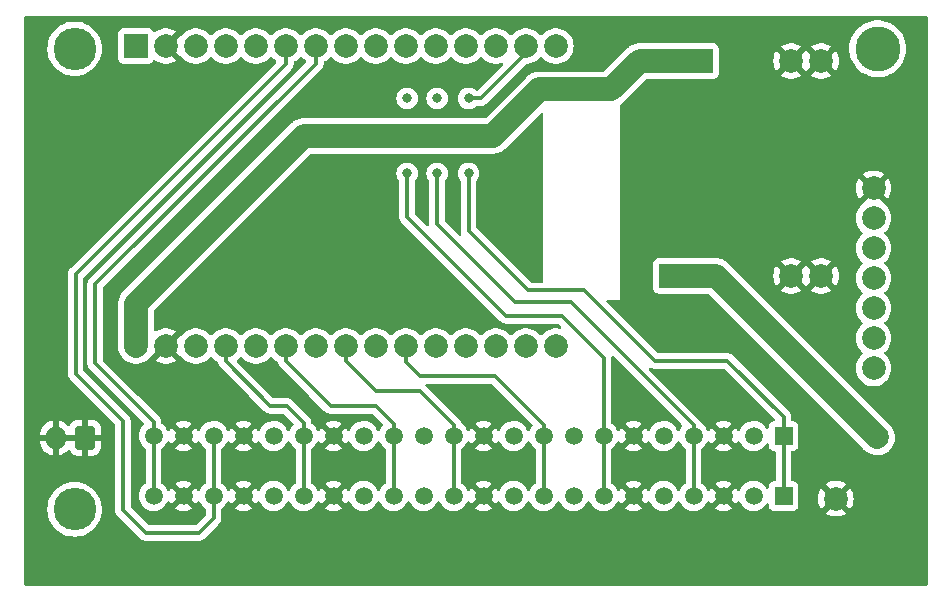
<source format=gbr>
%TF.GenerationSoftware,KiCad,Pcbnew,7.0.6*%
%TF.CreationDate,2023-07-22T23:51:01+02:00*%
%TF.ProjectId,Ctrl-MC Dsiplay Module PCB ver1,4374726c-2d4d-4432-9044-7369706c6179,rev?*%
%TF.SameCoordinates,Original*%
%TF.FileFunction,Copper,L2,Bot*%
%TF.FilePolarity,Positive*%
%FSLAX46Y46*%
G04 Gerber Fmt 4.6, Leading zero omitted, Abs format (unit mm)*
G04 Created by KiCad (PCBNEW 7.0.6) date 2023-07-22 23:51:01*
%MOMM*%
%LPD*%
G01*
G04 APERTURE LIST*
G04 Aperture macros list*
%AMRoundRect*
0 Rectangle with rounded corners*
0 $1 Rounding radius*
0 $2 $3 $4 $5 $6 $7 $8 $9 X,Y pos of 4 corners*
0 Add a 4 corners polygon primitive as box body*
4,1,4,$2,$3,$4,$5,$6,$7,$8,$9,$2,$3,0*
0 Add four circle primitives for the rounded corners*
1,1,$1+$1,$2,$3*
1,1,$1+$1,$4,$5*
1,1,$1+$1,$6,$7*
1,1,$1+$1,$8,$9*
0 Add four rect primitives between the rounded corners*
20,1,$1+$1,$2,$3,$4,$5,0*
20,1,$1+$1,$4,$5,$6,$7,0*
20,1,$1+$1,$6,$7,$8,$9,0*
20,1,$1+$1,$8,$9,$2,$3,0*%
G04 Aperture macros list end*
%TA.AperFunction,ComponentPad*%
%ADD10C,2.000000*%
%TD*%
%TA.AperFunction,WasherPad*%
%ADD11C,3.600000*%
%TD*%
%TA.AperFunction,WasherPad*%
%ADD12C,3.800000*%
%TD*%
%TA.AperFunction,ComponentPad*%
%ADD13R,2.000000X2.000000*%
%TD*%
%TA.AperFunction,ComponentPad*%
%ADD14RoundRect,0.250000X0.600000X0.750000X-0.600000X0.750000X-0.600000X-0.750000X0.600000X-0.750000X0*%
%TD*%
%TA.AperFunction,ComponentPad*%
%ADD15O,1.700000X2.000000*%
%TD*%
%TA.AperFunction,ComponentPad*%
%ADD16R,1.508000X1.508000*%
%TD*%
%TA.AperFunction,ComponentPad*%
%ADD17C,1.508000*%
%TD*%
%TA.AperFunction,ViaPad*%
%ADD18C,0.800000*%
%TD*%
%TA.AperFunction,Conductor*%
%ADD19C,2.000000*%
%TD*%
%TA.AperFunction,Conductor*%
%ADD20C,0.300000*%
%TD*%
G04 APERTURE END LIST*
D10*
%TO.P,J1,1,1*%
%TO.N,+12V*%
X186362443Y-104896278D03*
%TO.P,J1,2,2*%
%TO.N,GND*%
X182862440Y-110096278D03*
%TD*%
%TO.P,OLED-DISP-MODULE1,7,GND*%
%TO.N,GND*%
X186055000Y-83810000D03*
%TO.P,OLED-DISP-MODULE1,6,VCC*%
%TO.N,+3V3*%
X186055000Y-86350000D03*
%TO.P,OLED-DISP-MODULE1,5,SCL*%
%TO.N,OLED CLK*%
X186055000Y-88890000D03*
%TO.P,OLED-DISP-MODULE1,4,SDA*%
%TO.N,OLED MOSI*%
X186055000Y-91430000D03*
%TO.P,OLED-DISP-MODULE1,3,RES*%
%TO.N,OLED RES*%
X186055000Y-93970000D03*
%TO.P,OLED-DISP-MODULE1,2,DC*%
%TO.N,OLED DC*%
X186055000Y-96510000D03*
%TO.P,OLED-DISP-MODULE1,1,CS*%
%TO.N,OLED CS*%
X186055000Y-99050000D03*
D11*
%TO.P,OLED-DISP-MODULE1,*%
%TO.N,*%
X118405000Y-72000000D03*
X118405000Y-111000000D03*
D12*
X186405000Y-72000000D03*
%TD*%
D10*
%TO.P,PWR-MODULE1,8,OUT2-*%
%TO.N,GND*%
X181610000Y-73025000D03*
%TO.P,PWR-MODULE1,7,OUT1-*%
X179070000Y-73025000D03*
D13*
%TO.P,PWR-MODULE1,6,OUT2+*%
%TO.N,+5V*%
X171450000Y-73025000D03*
%TO.P,PWR-MODULE1,5,OUT1+*%
X168910000Y-73025000D03*
D10*
%TO.P,PWR-MODULE1,4,IN2-*%
%TO.N,GND*%
X181610000Y-91225000D03*
%TO.P,PWR-MODULE1,3,IN1-*%
X179070000Y-91225000D03*
D13*
%TO.P,PWR-MODULE1,2,IN2+*%
%TO.N,+12V*%
X171450000Y-91225000D03*
%TO.P,PWR-MODULE1,1,IN1+*%
X168910000Y-91225000D03*
%TD*%
%TO.P,EPS32-DEV-BOARD1,1,3V3*%
%TO.N,unconnected-(EPS32-DEV-BOARD1-3V3-Pad1)*%
X123600000Y-71755000D03*
D10*
%TO.P,EPS32-DEV-BOARD1,2,GND*%
%TO.N,GND*%
X126140000Y-71755000D03*
%TO.P,EPS32-DEV-BOARD1,3,D15*%
%TO.N,unconnected-(EPS32-DEV-BOARD1-D15-Pad3)*%
X128680000Y-71755000D03*
%TO.P,EPS32-DEV-BOARD1,4,D2*%
%TO.N,unconnected-(EPS32-DEV-BOARD1-D2-Pad4)*%
X131220000Y-71755000D03*
%TO.P,EPS32-DEV-BOARD1,5,D4*%
%TO.N,INP4*%
X133760000Y-71755000D03*
%TO.P,EPS32-DEV-BOARD1,6,RX2*%
%TO.N,UART RX*%
X136300000Y-71755000D03*
%TO.P,EPS32-DEV-BOARD1,7,TX2*%
%TO.N,UART TX*%
X138840000Y-71755000D03*
%TO.P,EPS32-DEV-BOARD1,8,D5*%
%TO.N,OLED CS*%
X141380000Y-71755000D03*
%TO.P,EPS32-DEV-BOARD1,9,D18*%
%TO.N,OLED CLK*%
X143920000Y-71755000D03*
%TO.P,EPS32-DEV-BOARD1,10,D19*%
%TO.N,INP19*%
X146460000Y-71755000D03*
%TO.P,EPS32-DEV-BOARD1,11,D21*%
%TO.N,INP21*%
X149000000Y-71755000D03*
%TO.P,EPS32-DEV-BOARD1,12,RX0*%
%TO.N,OLED DC*%
X151540000Y-71755000D03*
%TO.P,EPS32-DEV-BOARD1,13,TX0*%
%TO.N,OLED RES*%
X154080000Y-71755000D03*
%TO.P,EPS32-DEV-BOARD1,14,D22*%
%TO.N,INP22*%
X156620000Y-71755000D03*
%TO.P,EPS32-DEV-BOARD1,15,D23*%
%TO.N,OLED MOSI*%
X159160000Y-71755000D03*
%TO.P,EPS32-DEV-BOARD1,16,EN*%
%TO.N,unconnected-(EPS32-DEV-BOARD1-EN-Pad16)*%
X159160000Y-97155000D03*
%TO.P,EPS32-DEV-BOARD1,17,VP*%
%TO.N,unconnected-(EPS32-DEV-BOARD1-VP-Pad17)*%
X156620000Y-97155000D03*
%TO.P,EPS32-DEV-BOARD1,18,VN*%
%TO.N,unconnected-(EPS32-DEV-BOARD1-VN-Pad18)*%
X154080000Y-97155000D03*
%TO.P,EPS32-DEV-BOARD1,19,D34*%
%TO.N,unconnected-(EPS32-DEV-BOARD1-D34-Pad19)*%
X151540000Y-97155000D03*
%TO.P,EPS32-DEV-BOARD1,20,D35*%
%TO.N,unconnected-(EPS32-DEV-BOARD1-D35-Pad20)*%
X149000000Y-97155000D03*
%TO.P,EPS32-DEV-BOARD1,21,D32*%
%TO.N,INP32*%
X146460000Y-97155000D03*
%TO.P,EPS32-DEV-BOARD1,22,D33*%
%TO.N,INP33*%
X143920000Y-97155000D03*
%TO.P,EPS32-DEV-BOARD1,23,D25*%
%TO.N,INP25*%
X141380000Y-97155000D03*
%TO.P,EPS32-DEV-BOARD1,24,D26*%
%TO.N,INP26*%
X138840000Y-97155000D03*
%TO.P,EPS32-DEV-BOARD1,25,D27*%
%TO.N,INP27*%
X136300000Y-97155000D03*
%TO.P,EPS32-DEV-BOARD1,26,D14*%
%TO.N,INP14*%
X133760000Y-97155000D03*
%TO.P,EPS32-DEV-BOARD1,27,D12*%
%TO.N,INP12*%
X131220000Y-97155000D03*
%TO.P,EPS32-DEV-BOARD1,28,D13*%
%TO.N,INP13*%
X128680000Y-97155000D03*
%TO.P,EPS32-DEV-BOARD1,29,GND*%
%TO.N,GND*%
X126140000Y-97155000D03*
%TO.P,EPS32-DEV-BOARD1,30,VIN*%
%TO.N,+5V*%
X123600000Y-97155000D03*
%TD*%
D14*
%TO.P,J3,1,Pin_1*%
%TO.N,GND*%
X119298303Y-104936813D03*
D15*
%TO.P,J3,2,Pin_2*%
X116798303Y-104936813D03*
%TD*%
D16*
%TO.P,J2,1_A,1*%
%TO.N,INP22*%
X178435000Y-104775000D03*
%TO.P,J2,1_B,1*%
X178435000Y-109855000D03*
D17*
%TO.P,J2,2_A,2*%
%TO.N,+3V3*%
X175895000Y-104775000D03*
%TO.P,J2,2_B,2*%
X175895000Y-109855000D03*
%TO.P,J2,3_A,3*%
%TO.N,GND*%
X173355000Y-104775000D03*
%TO.P,J2,3_B,3*%
X173355000Y-109855000D03*
%TO.P,J2,4_A,4*%
%TO.N,INP21*%
X170815000Y-104775000D03*
%TO.P,J2,4_B,4*%
X170815000Y-109855000D03*
%TO.P,J2,5_A,5*%
%TO.N,+3V3*%
X168275000Y-104775000D03*
%TO.P,J2,5_B,5*%
X168275000Y-109855000D03*
%TO.P,J2,6_A,6*%
%TO.N,GND*%
X165735000Y-104775000D03*
%TO.P,J2,6_B,6*%
X165735000Y-109855000D03*
%TO.P,J2,7_A,7*%
%TO.N,INP19*%
X163195000Y-104775000D03*
%TO.P,J2,7_B,7*%
X163195000Y-109855000D03*
%TO.P,J2,8_A,8*%
%TO.N,INP4*%
X160655000Y-104775000D03*
%TO.P,J2,8_B,8*%
X160655000Y-109855000D03*
%TO.P,J2,9_A,9*%
%TO.N,INP32*%
X158115000Y-104775000D03*
%TO.P,J2,9_B,9*%
X158115000Y-109855000D03*
%TO.P,J2,10_A,10*%
%TO.N,INP33*%
X155575000Y-104775000D03*
%TO.P,J2,10_B,10*%
X155575000Y-109855000D03*
%TO.P,J2,11_A,11*%
%TO.N,GND*%
X153035000Y-104775000D03*
%TO.P,J2,11_B,11*%
X153035000Y-109855000D03*
%TO.P,J2,12_A,12*%
%TO.N,INP25*%
X150495000Y-104775000D03*
%TO.P,J2,12_B,12*%
X150495000Y-109855000D03*
%TO.P,J2,13_A,13*%
%TO.N,INP26*%
X147955000Y-104775000D03*
%TO.P,J2,13_B,13*%
X147955000Y-109855000D03*
%TO.P,J2,14_A,14*%
%TO.N,INP27*%
X145415000Y-104775000D03*
%TO.P,J2,14_B,14*%
X145415000Y-109855000D03*
%TO.P,J2,15_A,15*%
%TO.N,INP14*%
X142875000Y-104775000D03*
%TO.P,J2,15_B,15*%
X142875000Y-109855000D03*
%TO.P,J2,16_A,16*%
%TO.N,GND*%
X140335000Y-104775000D03*
%TO.P,J2,16_B,16*%
X140335000Y-109855000D03*
%TO.P,J2,17_A,17*%
%TO.N,INP12*%
X137795000Y-104775000D03*
%TO.P,J2,17_B,17*%
X137795000Y-109855000D03*
%TO.P,J2,18_A,18*%
%TO.N,INP13*%
X135255000Y-104775000D03*
%TO.P,J2,18_B,18*%
X135255000Y-109855000D03*
%TO.P,J2,19_A,19*%
%TO.N,GND*%
X132715000Y-104775000D03*
%TO.P,J2,19_B,19*%
X132715000Y-109855000D03*
%TO.P,J2,20_A,20*%
%TO.N,UART RX*%
X130175000Y-104775000D03*
%TO.P,J2,20_B,20*%
X130175000Y-109855000D03*
%TO.P,J2,21_A,21*%
%TO.N,GND*%
X127635000Y-104775000D03*
%TO.P,J2,21_B,21*%
X127635000Y-109855000D03*
%TO.P,J2,22_A,22*%
%TO.N,UART TX*%
X125095000Y-104775000D03*
%TO.P,J2,22_B,22*%
X125095000Y-109855000D03*
%TD*%
D18*
%TO.N,GND*%
X140970000Y-91440000D03*
X138430000Y-91440000D03*
X135890000Y-91440000D03*
X133350000Y-91440000D03*
X118110000Y-83820000D03*
X118110000Y-81280000D03*
X118110000Y-78740000D03*
X118110000Y-76200000D03*
%TO.N,INP19*%
X146558000Y-76200000D03*
%TO.N,INP21*%
X149098000Y-76200000D03*
%TO.N,INP19*%
X146558000Y-82550000D03*
%TO.N,INP21*%
X149098000Y-82550000D03*
%TO.N,INP22*%
X151765000Y-76200000D03*
X151765000Y-82550000D03*
%TD*%
D19*
%TO.N,+5V*%
X137795000Y-79375000D02*
X123600000Y-93570000D01*
X123600000Y-93570000D02*
X123600000Y-97155000D01*
X153797000Y-79375000D02*
X137795000Y-79375000D01*
X163830000Y-75438000D02*
X157734000Y-75438000D01*
X166243000Y-73025000D02*
X163830000Y-75438000D01*
X157734000Y-75438000D02*
X153797000Y-79375000D01*
X171450000Y-73025000D02*
X166243000Y-73025000D01*
D20*
%TO.N,INP19*%
X154940000Y-94615000D02*
X159639000Y-94615000D01*
X146558000Y-86233000D02*
X154940000Y-94615000D01*
X159639000Y-94615000D02*
X163195000Y-98171000D01*
X146558000Y-82550000D02*
X146558000Y-86233000D01*
X163195000Y-98171000D02*
X163195000Y-104775000D01*
%TO.N,INP21*%
X160401000Y-93472000D02*
X170815000Y-103886000D01*
X155702000Y-93472000D02*
X160401000Y-93472000D01*
X149098000Y-86868000D02*
X155702000Y-93472000D01*
X170815000Y-103886000D02*
X170815000Y-104775000D01*
X149098000Y-82550000D02*
X149098000Y-86868000D01*
%TO.N,INP22*%
X178435000Y-103187500D02*
X178435000Y-104775000D01*
X156776717Y-92456000D02*
X161544000Y-92456000D01*
X161544000Y-92456000D02*
X167513000Y-98425000D01*
X151765000Y-87444283D02*
X156776717Y-92456000D01*
X167513000Y-98425000D02*
X173672500Y-98425000D01*
X151765000Y-82550000D02*
X151765000Y-87444283D01*
X173672500Y-98425000D02*
X178435000Y-103187500D01*
D19*
%TO.N,+12V*%
X186362443Y-104896278D02*
X172691165Y-91225000D01*
X172691165Y-91225000D02*
X168910000Y-91225000D01*
D20*
%TO.N,UART RX*%
X130175000Y-111760000D02*
X130175000Y-109855000D01*
X128935000Y-113000000D02*
X130175000Y-111760000D01*
X122500000Y-111070000D02*
X124430000Y-113000000D01*
X118500000Y-99500000D02*
X122500000Y-103500000D01*
X124430000Y-113000000D02*
X128935000Y-113000000D01*
X136300000Y-73250000D02*
X118500000Y-91050000D01*
X118500000Y-91050000D02*
X118500000Y-99500000D01*
X136300000Y-71755000D02*
X136300000Y-73250000D01*
X122500000Y-103500000D02*
X122500000Y-111070000D01*
%TO.N,INP12*%
X136376417Y-102235000D02*
X137795000Y-103653583D01*
X134981421Y-102235000D02*
X136376417Y-102235000D01*
X131220000Y-98473579D02*
X134981421Y-102235000D01*
X131220000Y-97155000D02*
X131220000Y-98473579D01*
X137795000Y-103653583D02*
X137795000Y-104775000D01*
%TO.N,INP27*%
X143915328Y-102235000D02*
X145415000Y-103734672D01*
X136300000Y-98448490D02*
X140086510Y-102235000D01*
X136300000Y-97155000D02*
X136300000Y-98448490D01*
X140086510Y-102235000D02*
X143915328Y-102235000D01*
X145415000Y-103734672D02*
X145415000Y-104775000D01*
%TO.N,INP25*%
X147631695Y-100965000D02*
X150495000Y-103828305D01*
X143891920Y-100965000D02*
X147631695Y-100965000D01*
X141380000Y-98453080D02*
X143891920Y-100965000D01*
X141380000Y-97155000D02*
X141380000Y-98453080D01*
X150495000Y-103828305D02*
X150495000Y-104775000D01*
%TO.N,INP32*%
X153989650Y-99695000D02*
X158115000Y-103820350D01*
X147667649Y-99695000D02*
X153989650Y-99695000D01*
X146460000Y-98487351D02*
X147667649Y-99695000D01*
X146460000Y-97155000D02*
X146460000Y-98487351D01*
X158115000Y-103820350D02*
X158115000Y-104775000D01*
%TO.N,UART TX*%
X125095000Y-103595000D02*
X125095000Y-104775000D01*
X120142000Y-91948000D02*
X120142000Y-98642000D01*
X138840000Y-73250000D02*
X120142000Y-91948000D01*
X120142000Y-98642000D02*
X125095000Y-103595000D01*
X138840000Y-71755000D02*
X138840000Y-73250000D01*
%TO.N,INP22*%
X156620000Y-72361000D02*
X156620000Y-71755000D01*
X152781000Y-76200000D02*
X156620000Y-72361000D01*
X151765000Y-76200000D02*
X152781000Y-76200000D01*
%TO.N,UART RX*%
X130175000Y-104775000D02*
X130175000Y-109855000D01*
%TO.N,UART TX*%
X125095000Y-104775000D02*
X125095000Y-109855000D01*
%TO.N,INP21*%
X170815000Y-104775000D02*
X170815000Y-109855000D01*
%TO.N,INP22*%
X178435000Y-104775000D02*
X178435000Y-109855000D01*
%TO.N,INP19*%
X163195000Y-104775000D02*
X163195000Y-109855000D01*
%TO.N,INP32*%
X158115000Y-104775000D02*
X158115000Y-109855000D01*
%TO.N,INP25*%
X150495000Y-104775000D02*
X150495000Y-109855000D01*
%TO.N,INP27*%
X145415000Y-104775000D02*
X145415000Y-109855000D01*
%TO.N,INP12*%
X137795000Y-104775000D02*
X137795000Y-109855000D01*
%TD*%
%TA.AperFunction,Conductor*%
%TO.N,GND*%
G36*
X137608495Y-72656099D02*
G01*
X137661228Y-72689988D01*
X137820256Y-72862738D01*
X137983334Y-72989667D01*
X138024146Y-73046376D01*
X138027821Y-73116149D01*
X137994852Y-73175200D01*
X119742483Y-91427569D01*
X119729910Y-91437643D01*
X119730065Y-91437830D01*
X119724059Y-91442798D01*
X119699434Y-91469020D01*
X119674809Y-91495244D01*
X119663949Y-91506104D01*
X119653088Y-91516965D01*
X119653078Y-91516977D01*
X119648587Y-91522765D01*
X119644801Y-91527197D01*
X119611552Y-91562606D01*
X119601322Y-91581213D01*
X119590646Y-91597464D01*
X119577640Y-91614232D01*
X119577636Y-91614238D01*
X119558348Y-91658811D01*
X119555777Y-91664058D01*
X119532372Y-91706630D01*
X119532372Y-91706631D01*
X119527091Y-91727199D01*
X119520791Y-91745601D01*
X119512364Y-91765073D01*
X119504766Y-91813047D01*
X119503581Y-91818770D01*
X119491500Y-91865818D01*
X119491500Y-91887044D01*
X119489973Y-91906444D01*
X119486652Y-91927403D01*
X119491224Y-91975766D01*
X119491499Y-91981603D01*
X119491499Y-98556494D01*
X119489733Y-98572505D01*
X119489974Y-98572528D01*
X119489240Y-98580294D01*
X119489240Y-98580296D01*
X119490367Y-98616144D01*
X119491500Y-98652203D01*
X119491500Y-98682920D01*
X119491501Y-98682940D01*
X119492418Y-98690206D01*
X119492876Y-98696024D01*
X119494402Y-98744567D01*
X119494403Y-98744570D01*
X119500323Y-98764948D01*
X119504268Y-98783996D01*
X119506928Y-98805054D01*
X119506931Y-98805064D01*
X119524813Y-98850230D01*
X119526705Y-98855758D01*
X119540254Y-98902395D01*
X119540255Y-98902397D01*
X119551060Y-98920666D01*
X119559617Y-98938134D01*
X119565226Y-98952300D01*
X119567432Y-98957872D01*
X119595983Y-98997170D01*
X119599188Y-99002049D01*
X119610503Y-99021181D01*
X119618455Y-99034627D01*
X119623919Y-99043865D01*
X119623923Y-99043869D01*
X119638925Y-99058871D01*
X119651563Y-99073669D01*
X119664033Y-99090833D01*
X119664036Y-99090836D01*
X119664037Y-99090837D01*
X119701476Y-99121809D01*
X119705776Y-99125722D01*
X122001491Y-101421437D01*
X124250280Y-103670226D01*
X124283765Y-103731549D01*
X124278781Y-103801241D01*
X124250281Y-103845588D01*
X124130322Y-103965547D01*
X124004423Y-104145349D01*
X124004419Y-104145357D01*
X123911655Y-104344291D01*
X123911653Y-104344295D01*
X123911653Y-104344297D01*
X123894745Y-104407397D01*
X123854839Y-104556324D01*
X123854838Y-104556331D01*
X123835708Y-104774997D01*
X123835708Y-104775002D01*
X123851761Y-104958499D01*
X123854839Y-104993674D01*
X123911653Y-105205703D01*
X123911654Y-105205706D01*
X123911655Y-105205708D01*
X124004419Y-105404642D01*
X124004423Y-105404650D01*
X124130322Y-105584452D01*
X124130326Y-105584457D01*
X124212862Y-105666993D01*
X124285544Y-105739675D01*
X124290213Y-105742944D01*
X124391623Y-105813951D01*
X124435248Y-105868527D01*
X124444500Y-105915526D01*
X124444500Y-108714472D01*
X124424815Y-108781511D01*
X124391624Y-108816047D01*
X124285543Y-108890326D01*
X124285541Y-108890327D01*
X124130327Y-109045541D01*
X124130322Y-109045547D01*
X124004423Y-109225349D01*
X124004419Y-109225357D01*
X123911655Y-109424291D01*
X123911653Y-109424295D01*
X123911653Y-109424297D01*
X123890981Y-109501446D01*
X123854839Y-109636324D01*
X123854838Y-109636331D01*
X123835708Y-109854997D01*
X123835708Y-109855002D01*
X123854838Y-110073668D01*
X123854839Y-110073675D01*
X123860896Y-110096278D01*
X123911653Y-110285703D01*
X123911654Y-110285706D01*
X123911655Y-110285708D01*
X124004419Y-110484642D01*
X124004423Y-110484650D01*
X124130322Y-110664452D01*
X124130326Y-110664457D01*
X124285543Y-110819674D01*
X124285545Y-110819675D01*
X124285547Y-110819677D01*
X124465349Y-110945576D01*
X124465351Y-110945577D01*
X124465354Y-110945579D01*
X124664297Y-111038347D01*
X124876326Y-111095161D01*
X125032521Y-111108825D01*
X125094998Y-111114292D01*
X125095000Y-111114292D01*
X125095002Y-111114292D01*
X125149797Y-111109498D01*
X125313674Y-111095161D01*
X125525703Y-111038347D01*
X125724646Y-110945579D01*
X125904457Y-110819674D01*
X126059674Y-110664457D01*
X126185579Y-110484646D01*
X126252893Y-110340288D01*
X126299065Y-110287849D01*
X126366258Y-110268697D01*
X126433139Y-110288912D01*
X126477657Y-110340288D01*
X126544855Y-110484393D01*
X126544856Y-110484395D01*
X126589002Y-110547442D01*
X126589003Y-110547443D01*
X127151922Y-109984523D01*
X127175507Y-110064844D01*
X127253239Y-110185798D01*
X127361900Y-110279952D01*
X127492685Y-110339680D01*
X127502466Y-110341086D01*
X126942555Y-110900996D01*
X127005604Y-110945143D01*
X127005606Y-110945144D01*
X127204466Y-111037875D01*
X127204475Y-111037878D01*
X127416407Y-111094664D01*
X127416417Y-111094666D01*
X127634999Y-111113790D01*
X127635001Y-111113790D01*
X127853582Y-111094666D01*
X127853592Y-111094664D01*
X128065524Y-111037878D01*
X128065533Y-111037874D01*
X128264392Y-110945145D01*
X128327443Y-110900996D01*
X127767534Y-110341086D01*
X127777315Y-110339680D01*
X127908100Y-110279952D01*
X128016761Y-110185798D01*
X128094493Y-110064844D01*
X128118076Y-109984523D01*
X128680996Y-110547443D01*
X128725146Y-110484390D01*
X128792342Y-110340289D01*
X128838514Y-110287849D01*
X128905707Y-110268697D01*
X128972589Y-110288913D01*
X129017106Y-110340288D01*
X129084421Y-110484646D01*
X129084423Y-110484650D01*
X129210322Y-110664452D01*
X129210326Y-110664457D01*
X129365543Y-110819674D01*
X129471623Y-110893951D01*
X129515248Y-110948527D01*
X129524500Y-110995526D01*
X129524500Y-111439191D01*
X129504815Y-111506230D01*
X129488181Y-111526872D01*
X128701873Y-112313181D01*
X128640550Y-112346666D01*
X128614192Y-112349500D01*
X124750808Y-112349500D01*
X124683769Y-112329815D01*
X124663127Y-112313181D01*
X123186818Y-110836872D01*
X123153333Y-110775549D01*
X123150500Y-110749200D01*
X123150500Y-103585500D01*
X123152268Y-103569488D01*
X123152026Y-103569466D01*
X123152758Y-103561710D01*
X123152760Y-103561703D01*
X123150500Y-103489795D01*
X123150500Y-103459075D01*
X123149579Y-103451788D01*
X123149122Y-103445979D01*
X123148258Y-103418481D01*
X123147597Y-103397430D01*
X123141676Y-103377052D01*
X123137731Y-103358003D01*
X123135071Y-103336942D01*
X123117186Y-103291772D01*
X123115297Y-103286252D01*
X123111144Y-103271958D01*
X123101744Y-103239601D01*
X123100035Y-103236712D01*
X123090941Y-103221335D01*
X123082379Y-103203858D01*
X123081351Y-103201262D01*
X123074568Y-103184129D01*
X123046014Y-103144828D01*
X123042810Y-103139950D01*
X123042433Y-103139313D01*
X123018081Y-103098135D01*
X123003074Y-103083128D01*
X122990435Y-103068330D01*
X122987692Y-103064555D01*
X122977963Y-103051163D01*
X122977961Y-103051160D01*
X122940528Y-103020194D01*
X122936206Y-103016260D01*
X119186819Y-99266872D01*
X119153334Y-99205549D01*
X119150500Y-99179191D01*
X119150500Y-91370807D01*
X119170185Y-91303768D01*
X119186814Y-91283131D01*
X136699513Y-73770431D01*
X136712079Y-73760365D01*
X136711925Y-73760178D01*
X136717937Y-73755204D01*
X136717937Y-73755203D01*
X136717940Y-73755202D01*
X136767190Y-73702755D01*
X136788911Y-73681035D01*
X136793401Y-73675245D01*
X136797183Y-73670815D01*
X136830448Y-73635393D01*
X136840674Y-73616790D01*
X136851353Y-73600533D01*
X136864362Y-73583764D01*
X136883656Y-73539175D01*
X136886212Y-73533956D01*
X136909627Y-73491368D01*
X136914905Y-73470806D01*
X136921207Y-73452399D01*
X136929635Y-73432927D01*
X136937233Y-73384953D01*
X136938414Y-73379247D01*
X136950500Y-73332177D01*
X136950500Y-73310949D01*
X136952027Y-73291549D01*
X136954608Y-73275252D01*
X136955346Y-73270595D01*
X136950775Y-73222238D01*
X136950500Y-73216400D01*
X136950500Y-73182989D01*
X136970185Y-73115950D01*
X137015483Y-73073934D01*
X137066407Y-73046376D01*
X137123509Y-73015474D01*
X137319744Y-72862738D01*
X137478771Y-72689988D01*
X137538657Y-72653999D01*
X137608495Y-72656099D01*
G37*
%TD.AperFunction*%
%TA.AperFunction,Conductor*%
G36*
X128680996Y-105467443D02*
G01*
X128725146Y-105404390D01*
X128792342Y-105260289D01*
X128838514Y-105207849D01*
X128905707Y-105188697D01*
X128972589Y-105208913D01*
X129017106Y-105260288D01*
X129084421Y-105404646D01*
X129084423Y-105404650D01*
X129210322Y-105584452D01*
X129210326Y-105584457D01*
X129292862Y-105666993D01*
X129365544Y-105739675D01*
X129370213Y-105742944D01*
X129471623Y-105813951D01*
X129515248Y-105868527D01*
X129524500Y-105915526D01*
X129524500Y-108714472D01*
X129504815Y-108781511D01*
X129471624Y-108816047D01*
X129365543Y-108890326D01*
X129365541Y-108890327D01*
X129210327Y-109045541D01*
X129210322Y-109045547D01*
X129084423Y-109225349D01*
X129084421Y-109225353D01*
X129017106Y-109369711D01*
X128970933Y-109422150D01*
X128903740Y-109441302D01*
X128836859Y-109421086D01*
X128792342Y-109369711D01*
X128725144Y-109225606D01*
X128725143Y-109225604D01*
X128680996Y-109162556D01*
X128680996Y-109162555D01*
X128118076Y-109725475D01*
X128094493Y-109645156D01*
X128016761Y-109524202D01*
X127908100Y-109430048D01*
X127777315Y-109370320D01*
X127767531Y-109368913D01*
X128327443Y-108809002D01*
X128264395Y-108764856D01*
X128264393Y-108764855D01*
X128065533Y-108672124D01*
X128065524Y-108672121D01*
X127853592Y-108615335D01*
X127853582Y-108615333D01*
X127635001Y-108596210D01*
X127634999Y-108596210D01*
X127416417Y-108615333D01*
X127416407Y-108615335D01*
X127204475Y-108672121D01*
X127204466Y-108672124D01*
X127005602Y-108764857D01*
X126942555Y-108809001D01*
X126942555Y-108809002D01*
X127502465Y-109368913D01*
X127492685Y-109370320D01*
X127361900Y-109430048D01*
X127253239Y-109524202D01*
X127175507Y-109645156D01*
X127151923Y-109725476D01*
X126589001Y-109162555D01*
X126544858Y-109225600D01*
X126477657Y-109369712D01*
X126431484Y-109422151D01*
X126364290Y-109441302D01*
X126297409Y-109421086D01*
X126252893Y-109369710D01*
X126186064Y-109226394D01*
X126185579Y-109225354D01*
X126185577Y-109225351D01*
X126185576Y-109225349D01*
X126059677Y-109045547D01*
X126059672Y-109045541D01*
X125904458Y-108890327D01*
X125904457Y-108890326D01*
X125798376Y-108816047D01*
X125754751Y-108761470D01*
X125745500Y-108714472D01*
X125745500Y-105915526D01*
X125765185Y-105848487D01*
X125798375Y-105813952D01*
X125904457Y-105739674D01*
X126059674Y-105584457D01*
X126185579Y-105404646D01*
X126252893Y-105260288D01*
X126299065Y-105207849D01*
X126366258Y-105188697D01*
X126433139Y-105208912D01*
X126477657Y-105260288D01*
X126544855Y-105404393D01*
X126544856Y-105404395D01*
X126589002Y-105467442D01*
X126589003Y-105467443D01*
X127151922Y-104904523D01*
X127175507Y-104984844D01*
X127253239Y-105105798D01*
X127361900Y-105199952D01*
X127492685Y-105259680D01*
X127502466Y-105261086D01*
X126942555Y-105820996D01*
X127005604Y-105865143D01*
X127005606Y-105865144D01*
X127204466Y-105957875D01*
X127204475Y-105957878D01*
X127416407Y-106014664D01*
X127416417Y-106014666D01*
X127634999Y-106033790D01*
X127635001Y-106033790D01*
X127853582Y-106014666D01*
X127853592Y-106014664D01*
X128065524Y-105957878D01*
X128065533Y-105957874D01*
X128264392Y-105865145D01*
X128327443Y-105820996D01*
X127767534Y-105261086D01*
X127777315Y-105259680D01*
X127908100Y-105199952D01*
X128016761Y-105105798D01*
X128094493Y-104984844D01*
X128118076Y-104904523D01*
X128680996Y-105467443D01*
G37*
%TD.AperFunction*%
%TA.AperFunction,Conductor*%
G36*
X132255507Y-104984844D02*
G01*
X132333239Y-105105798D01*
X132441900Y-105199952D01*
X132572685Y-105259680D01*
X132582466Y-105261086D01*
X132022555Y-105820996D01*
X132085604Y-105865143D01*
X132085606Y-105865144D01*
X132284466Y-105957875D01*
X132284475Y-105957878D01*
X132496407Y-106014664D01*
X132496417Y-106014666D01*
X132714999Y-106033790D01*
X132715001Y-106033790D01*
X132933582Y-106014666D01*
X132933592Y-106014664D01*
X133145524Y-105957878D01*
X133145533Y-105957874D01*
X133344392Y-105865145D01*
X133407443Y-105820996D01*
X132847534Y-105261086D01*
X132857315Y-105259680D01*
X132988100Y-105199952D01*
X133096761Y-105105798D01*
X133174493Y-104984844D01*
X133198076Y-104904523D01*
X133760996Y-105467443D01*
X133805146Y-105404390D01*
X133872342Y-105260289D01*
X133918514Y-105207849D01*
X133985707Y-105188697D01*
X134052589Y-105208913D01*
X134097106Y-105260288D01*
X134164421Y-105404646D01*
X134164423Y-105404650D01*
X134290322Y-105584452D01*
X134290326Y-105584457D01*
X134445543Y-105739674D01*
X134445545Y-105739675D01*
X134445547Y-105739677D01*
X134625349Y-105865576D01*
X134625351Y-105865577D01*
X134625354Y-105865579D01*
X134824297Y-105958347D01*
X135036326Y-106015161D01*
X135192521Y-106028825D01*
X135254998Y-106034292D01*
X135255000Y-106034292D01*
X135255002Y-106034292D01*
X135309797Y-106029498D01*
X135473674Y-106015161D01*
X135685703Y-105958347D01*
X135884646Y-105865579D01*
X136064457Y-105739674D01*
X136219674Y-105584457D01*
X136345579Y-105404646D01*
X136412618Y-105260878D01*
X136458790Y-105208439D01*
X136525983Y-105189287D01*
X136592864Y-105209502D01*
X136637381Y-105260878D01*
X136665948Y-105322139D01*
X136704419Y-105404642D01*
X136704423Y-105404650D01*
X136830322Y-105584452D01*
X136830326Y-105584457D01*
X136912862Y-105666993D01*
X136985544Y-105739675D01*
X136990213Y-105742944D01*
X137091623Y-105813951D01*
X137135248Y-105868527D01*
X137144500Y-105915526D01*
X137144500Y-108714472D01*
X137124815Y-108781511D01*
X137091624Y-108816047D01*
X136985543Y-108890326D01*
X136985541Y-108890327D01*
X136830327Y-109045541D01*
X136830322Y-109045547D01*
X136704423Y-109225349D01*
X136704419Y-109225357D01*
X136637382Y-109369120D01*
X136591210Y-109421560D01*
X136524017Y-109440712D01*
X136457135Y-109420496D01*
X136412618Y-109369120D01*
X136346064Y-109226394D01*
X136345579Y-109225354D01*
X136345577Y-109225351D01*
X136345576Y-109225349D01*
X136219677Y-109045547D01*
X136219672Y-109045541D01*
X136064458Y-108890327D01*
X136064452Y-108890322D01*
X135884650Y-108764423D01*
X135884642Y-108764419D01*
X135685708Y-108671655D01*
X135685706Y-108671654D01*
X135685703Y-108671653D01*
X135534885Y-108631240D01*
X135473675Y-108614839D01*
X135473668Y-108614838D01*
X135255002Y-108595708D01*
X135254998Y-108595708D01*
X135036331Y-108614838D01*
X135036324Y-108614839D01*
X134952897Y-108637194D01*
X134824297Y-108671653D01*
X134824295Y-108671653D01*
X134824291Y-108671655D01*
X134625357Y-108764419D01*
X134625349Y-108764423D01*
X134445547Y-108890322D01*
X134445541Y-108890327D01*
X134290327Y-109045541D01*
X134290322Y-109045547D01*
X134164423Y-109225349D01*
X134164421Y-109225353D01*
X134097106Y-109369711D01*
X134050933Y-109422150D01*
X133983740Y-109441302D01*
X133916859Y-109421086D01*
X133872342Y-109369711D01*
X133805144Y-109225606D01*
X133805143Y-109225604D01*
X133760996Y-109162556D01*
X133760996Y-109162555D01*
X133198076Y-109725475D01*
X133174493Y-109645156D01*
X133096761Y-109524202D01*
X132988100Y-109430048D01*
X132857315Y-109370320D01*
X132847531Y-109368913D01*
X133407443Y-108809002D01*
X133344395Y-108764856D01*
X133344393Y-108764855D01*
X133145533Y-108672124D01*
X133145524Y-108672121D01*
X132933592Y-108615335D01*
X132933582Y-108615333D01*
X132715001Y-108596210D01*
X132714999Y-108596210D01*
X132496417Y-108615333D01*
X132496407Y-108615335D01*
X132284475Y-108672121D01*
X132284466Y-108672124D01*
X132085602Y-108764857D01*
X132022555Y-108809001D01*
X132022555Y-108809002D01*
X132582465Y-109368913D01*
X132572685Y-109370320D01*
X132441900Y-109430048D01*
X132333239Y-109524202D01*
X132255507Y-109645156D01*
X132231922Y-109725476D01*
X131669001Y-109162555D01*
X131624858Y-109225600D01*
X131557657Y-109369712D01*
X131511484Y-109422151D01*
X131444290Y-109441302D01*
X131377409Y-109421086D01*
X131332893Y-109369710D01*
X131266064Y-109226394D01*
X131265579Y-109225354D01*
X131265577Y-109225351D01*
X131265576Y-109225349D01*
X131139677Y-109045547D01*
X131139672Y-109045541D01*
X130984458Y-108890327D01*
X130984457Y-108890326D01*
X130878376Y-108816047D01*
X130834751Y-108761470D01*
X130825500Y-108714472D01*
X130825500Y-105915526D01*
X130845185Y-105848487D01*
X130878375Y-105813952D01*
X130984457Y-105739674D01*
X131139674Y-105584457D01*
X131265579Y-105404646D01*
X131332893Y-105260288D01*
X131379065Y-105207849D01*
X131446258Y-105188697D01*
X131513139Y-105208912D01*
X131557657Y-105260288D01*
X131624855Y-105404393D01*
X131624856Y-105404395D01*
X131669002Y-105467442D01*
X131669003Y-105467443D01*
X132231922Y-104904522D01*
X132255507Y-104984844D01*
G37*
%TD.AperFunction*%
%TA.AperFunction,Conductor*%
G36*
X141380996Y-105467443D02*
G01*
X141425146Y-105404390D01*
X141492342Y-105260289D01*
X141538514Y-105207849D01*
X141605707Y-105188697D01*
X141672589Y-105208913D01*
X141717106Y-105260288D01*
X141784421Y-105404646D01*
X141784423Y-105404650D01*
X141910322Y-105584452D01*
X141910326Y-105584457D01*
X142065543Y-105739674D01*
X142065545Y-105739675D01*
X142065547Y-105739677D01*
X142245349Y-105865576D01*
X142245351Y-105865577D01*
X142245354Y-105865579D01*
X142444297Y-105958347D01*
X142656326Y-106015161D01*
X142812521Y-106028826D01*
X142874998Y-106034292D01*
X142875000Y-106034292D01*
X142875002Y-106034292D01*
X142929797Y-106029498D01*
X143093674Y-106015161D01*
X143305703Y-105958347D01*
X143504646Y-105865579D01*
X143684457Y-105739674D01*
X143839674Y-105584457D01*
X143965579Y-105404646D01*
X144032618Y-105260878D01*
X144078790Y-105208439D01*
X144145983Y-105189287D01*
X144212864Y-105209502D01*
X144257381Y-105260878D01*
X144285948Y-105322139D01*
X144324419Y-105404642D01*
X144324423Y-105404650D01*
X144450322Y-105584452D01*
X144450326Y-105584457D01*
X144532862Y-105666993D01*
X144605544Y-105739675D01*
X144610213Y-105742944D01*
X144711623Y-105813951D01*
X144755248Y-105868527D01*
X144764500Y-105915526D01*
X144764500Y-108714472D01*
X144744815Y-108781511D01*
X144711624Y-108816047D01*
X144605543Y-108890326D01*
X144605541Y-108890327D01*
X144450327Y-109045541D01*
X144450322Y-109045547D01*
X144324423Y-109225349D01*
X144324419Y-109225357D01*
X144257382Y-109369120D01*
X144211210Y-109421560D01*
X144144017Y-109440712D01*
X144077135Y-109420496D01*
X144032618Y-109369120D01*
X143966064Y-109226394D01*
X143965579Y-109225354D01*
X143965577Y-109225351D01*
X143965576Y-109225349D01*
X143839677Y-109045547D01*
X143839672Y-109045541D01*
X143684458Y-108890327D01*
X143684452Y-108890322D01*
X143504650Y-108764423D01*
X143504642Y-108764419D01*
X143305708Y-108671655D01*
X143305706Y-108671654D01*
X143305703Y-108671653D01*
X143154885Y-108631240D01*
X143093675Y-108614839D01*
X143093668Y-108614838D01*
X142875002Y-108595708D01*
X142874998Y-108595708D01*
X142656331Y-108614838D01*
X142656324Y-108614839D01*
X142572897Y-108637194D01*
X142444297Y-108671653D01*
X142444295Y-108671653D01*
X142444291Y-108671655D01*
X142245357Y-108764419D01*
X142245349Y-108764423D01*
X142065547Y-108890322D01*
X142065541Y-108890327D01*
X141910327Y-109045541D01*
X141910322Y-109045547D01*
X141784423Y-109225349D01*
X141784421Y-109225353D01*
X141717106Y-109369711D01*
X141670933Y-109422150D01*
X141603740Y-109441302D01*
X141536859Y-109421086D01*
X141492342Y-109369711D01*
X141425144Y-109225606D01*
X141425143Y-109225604D01*
X141380996Y-109162556D01*
X141380996Y-109162555D01*
X140818076Y-109725475D01*
X140794493Y-109645156D01*
X140716761Y-109524202D01*
X140608100Y-109430048D01*
X140477315Y-109370320D01*
X140467533Y-109368913D01*
X141027443Y-108809003D01*
X141027442Y-108809002D01*
X140964395Y-108764856D01*
X140964393Y-108764855D01*
X140765533Y-108672124D01*
X140765524Y-108672121D01*
X140553592Y-108615335D01*
X140553582Y-108615333D01*
X140335001Y-108596210D01*
X140334999Y-108596210D01*
X140116417Y-108615333D01*
X140116407Y-108615335D01*
X139904475Y-108672121D01*
X139904466Y-108672124D01*
X139705602Y-108764857D01*
X139642555Y-108809001D01*
X140202467Y-109368913D01*
X140192685Y-109370320D01*
X140061900Y-109430048D01*
X139953239Y-109524202D01*
X139875507Y-109645156D01*
X139851923Y-109725476D01*
X139289001Y-109162555D01*
X139244858Y-109225600D01*
X139177657Y-109369712D01*
X139131484Y-109422151D01*
X139064290Y-109441302D01*
X138997409Y-109421086D01*
X138952893Y-109369710D01*
X138886064Y-109226394D01*
X138885579Y-109225354D01*
X138885577Y-109225351D01*
X138885576Y-109225349D01*
X138759677Y-109045547D01*
X138759672Y-109045541D01*
X138604458Y-108890327D01*
X138604457Y-108890326D01*
X138498376Y-108816047D01*
X138454751Y-108761470D01*
X138445500Y-108714472D01*
X138445500Y-105915526D01*
X138465185Y-105848487D01*
X138498375Y-105813952D01*
X138604457Y-105739674D01*
X138759674Y-105584457D01*
X138885579Y-105404646D01*
X138952893Y-105260288D01*
X138999065Y-105207849D01*
X139066258Y-105188697D01*
X139133139Y-105208912D01*
X139177657Y-105260288D01*
X139244855Y-105404393D01*
X139244856Y-105404395D01*
X139289002Y-105467442D01*
X139289003Y-105467443D01*
X139851922Y-104904523D01*
X139875507Y-104984844D01*
X139953239Y-105105798D01*
X140061900Y-105199952D01*
X140192685Y-105259680D01*
X140202466Y-105261086D01*
X139642555Y-105820996D01*
X139705604Y-105865143D01*
X139705606Y-105865144D01*
X139904466Y-105957875D01*
X139904475Y-105957878D01*
X140116407Y-106014664D01*
X140116417Y-106014666D01*
X140334999Y-106033790D01*
X140335001Y-106033790D01*
X140553582Y-106014666D01*
X140553592Y-106014664D01*
X140765524Y-105957878D01*
X140765533Y-105957874D01*
X140964392Y-105865145D01*
X141027443Y-105820996D01*
X140467534Y-105261086D01*
X140477315Y-105259680D01*
X140608100Y-105199952D01*
X140716761Y-105105798D01*
X140794493Y-104984844D01*
X140818076Y-104904523D01*
X141380996Y-105467443D01*
G37*
%TD.AperFunction*%
%TA.AperFunction,Conductor*%
G36*
X154080996Y-105467443D02*
G01*
X154125146Y-105404390D01*
X154192342Y-105260289D01*
X154238514Y-105207849D01*
X154305707Y-105188697D01*
X154372589Y-105208913D01*
X154417106Y-105260288D01*
X154484421Y-105404646D01*
X154484423Y-105404650D01*
X154610322Y-105584452D01*
X154610326Y-105584457D01*
X154765543Y-105739674D01*
X154765545Y-105739675D01*
X154765547Y-105739677D01*
X154945349Y-105865576D01*
X154945351Y-105865577D01*
X154945354Y-105865579D01*
X155144297Y-105958347D01*
X155356326Y-106015161D01*
X155512521Y-106028825D01*
X155574998Y-106034292D01*
X155575000Y-106034292D01*
X155575002Y-106034292D01*
X155629797Y-106029498D01*
X155793674Y-106015161D01*
X156005703Y-105958347D01*
X156204646Y-105865579D01*
X156384457Y-105739674D01*
X156539674Y-105584457D01*
X156665579Y-105404646D01*
X156732618Y-105260878D01*
X156778790Y-105208439D01*
X156845983Y-105189287D01*
X156912864Y-105209502D01*
X156957381Y-105260878D01*
X156985948Y-105322139D01*
X157024419Y-105404642D01*
X157024423Y-105404650D01*
X157150322Y-105584452D01*
X157150326Y-105584457D01*
X157232862Y-105666993D01*
X157305544Y-105739675D01*
X157310213Y-105742944D01*
X157411623Y-105813951D01*
X157455248Y-105868527D01*
X157464500Y-105915526D01*
X157464500Y-108714472D01*
X157444815Y-108781511D01*
X157411624Y-108816047D01*
X157305543Y-108890326D01*
X157305541Y-108890327D01*
X157150327Y-109045541D01*
X157150322Y-109045547D01*
X157024423Y-109225349D01*
X157024419Y-109225357D01*
X156957382Y-109369120D01*
X156911210Y-109421560D01*
X156844017Y-109440712D01*
X156777135Y-109420496D01*
X156732618Y-109369120D01*
X156666064Y-109226394D01*
X156665579Y-109225354D01*
X156665577Y-109225351D01*
X156665576Y-109225349D01*
X156539677Y-109045547D01*
X156539672Y-109045541D01*
X156384458Y-108890327D01*
X156384452Y-108890322D01*
X156204650Y-108764423D01*
X156204642Y-108764419D01*
X156005708Y-108671655D01*
X156005706Y-108671654D01*
X156005703Y-108671653D01*
X155854885Y-108631240D01*
X155793675Y-108614839D01*
X155793668Y-108614838D01*
X155575002Y-108595708D01*
X155574998Y-108595708D01*
X155356331Y-108614838D01*
X155356324Y-108614839D01*
X155272897Y-108637194D01*
X155144297Y-108671653D01*
X155144295Y-108671653D01*
X155144291Y-108671655D01*
X154945357Y-108764419D01*
X154945349Y-108764423D01*
X154765547Y-108890322D01*
X154765541Y-108890327D01*
X154610327Y-109045541D01*
X154610322Y-109045547D01*
X154484423Y-109225349D01*
X154484421Y-109225353D01*
X154417106Y-109369711D01*
X154370933Y-109422150D01*
X154303740Y-109441302D01*
X154236859Y-109421086D01*
X154192342Y-109369711D01*
X154125144Y-109225606D01*
X154125143Y-109225604D01*
X154080996Y-109162556D01*
X154080996Y-109162555D01*
X153518076Y-109725475D01*
X153494493Y-109645156D01*
X153416761Y-109524202D01*
X153308100Y-109430048D01*
X153177315Y-109370320D01*
X153167533Y-109368913D01*
X153727443Y-108809003D01*
X153727442Y-108809002D01*
X153664395Y-108764856D01*
X153664393Y-108764855D01*
X153465533Y-108672124D01*
X153465524Y-108672121D01*
X153253592Y-108615335D01*
X153253582Y-108615333D01*
X153035001Y-108596210D01*
X153034999Y-108596210D01*
X152816417Y-108615333D01*
X152816407Y-108615335D01*
X152604475Y-108672121D01*
X152604466Y-108672124D01*
X152405602Y-108764857D01*
X152342555Y-108809001D01*
X152902467Y-109368913D01*
X152892685Y-109370320D01*
X152761900Y-109430048D01*
X152653239Y-109524202D01*
X152575507Y-109645156D01*
X152551923Y-109725476D01*
X151989001Y-109162555D01*
X151944858Y-109225600D01*
X151877657Y-109369712D01*
X151831484Y-109422151D01*
X151764290Y-109441302D01*
X151697409Y-109421086D01*
X151652893Y-109369710D01*
X151586064Y-109226394D01*
X151585579Y-109225354D01*
X151585577Y-109225351D01*
X151585576Y-109225349D01*
X151459677Y-109045547D01*
X151459672Y-109045541D01*
X151304458Y-108890327D01*
X151304457Y-108890326D01*
X151198376Y-108816047D01*
X151154751Y-108761470D01*
X151145500Y-108714472D01*
X151145500Y-105915526D01*
X151165185Y-105848487D01*
X151198375Y-105813952D01*
X151304457Y-105739674D01*
X151459674Y-105584457D01*
X151585579Y-105404646D01*
X151652893Y-105260288D01*
X151699065Y-105207849D01*
X151766258Y-105188697D01*
X151833139Y-105208912D01*
X151877657Y-105260288D01*
X151944855Y-105404393D01*
X151944856Y-105404395D01*
X151989002Y-105467442D01*
X151989003Y-105467443D01*
X152551922Y-104904523D01*
X152575507Y-104984844D01*
X152653239Y-105105798D01*
X152761900Y-105199952D01*
X152892685Y-105259680D01*
X152902466Y-105261086D01*
X152342555Y-105820996D01*
X152405604Y-105865143D01*
X152405606Y-105865144D01*
X152604466Y-105957875D01*
X152604475Y-105957878D01*
X152816407Y-106014664D01*
X152816417Y-106014666D01*
X153034999Y-106033790D01*
X153035001Y-106033790D01*
X153253582Y-106014666D01*
X153253592Y-106014664D01*
X153465524Y-105957878D01*
X153465533Y-105957874D01*
X153664392Y-105865145D01*
X153727443Y-105820996D01*
X153167534Y-105261086D01*
X153177315Y-105259680D01*
X153308100Y-105199952D01*
X153416761Y-105105798D01*
X153494493Y-104984844D01*
X153518076Y-104904523D01*
X154080996Y-105467443D01*
G37*
%TD.AperFunction*%
%TA.AperFunction,Conductor*%
G36*
X166780996Y-105467443D02*
G01*
X166825146Y-105404390D01*
X166892342Y-105260289D01*
X166938514Y-105207849D01*
X167005707Y-105188697D01*
X167072589Y-105208913D01*
X167117106Y-105260288D01*
X167184421Y-105404646D01*
X167184423Y-105404650D01*
X167310322Y-105584452D01*
X167310326Y-105584457D01*
X167465543Y-105739674D01*
X167465545Y-105739675D01*
X167465547Y-105739677D01*
X167645349Y-105865576D01*
X167645351Y-105865577D01*
X167645354Y-105865579D01*
X167844297Y-105958347D01*
X168056326Y-106015161D01*
X168212521Y-106028826D01*
X168274998Y-106034292D01*
X168275000Y-106034292D01*
X168275002Y-106034292D01*
X168329797Y-106029498D01*
X168493674Y-106015161D01*
X168705703Y-105958347D01*
X168904646Y-105865579D01*
X169084457Y-105739674D01*
X169239674Y-105584457D01*
X169365579Y-105404646D01*
X169432618Y-105260878D01*
X169478790Y-105208439D01*
X169545983Y-105189287D01*
X169612864Y-105209502D01*
X169657381Y-105260878D01*
X169685948Y-105322139D01*
X169724419Y-105404642D01*
X169724423Y-105404650D01*
X169850322Y-105584452D01*
X169850326Y-105584457D01*
X169932862Y-105666993D01*
X170005544Y-105739675D01*
X170010213Y-105742944D01*
X170111623Y-105813951D01*
X170155248Y-105868527D01*
X170164500Y-105915526D01*
X170164500Y-108714472D01*
X170144815Y-108781511D01*
X170111624Y-108816047D01*
X170005543Y-108890326D01*
X170005541Y-108890327D01*
X169850327Y-109045541D01*
X169850322Y-109045547D01*
X169724423Y-109225349D01*
X169724419Y-109225357D01*
X169657382Y-109369120D01*
X169611210Y-109421560D01*
X169544017Y-109440712D01*
X169477135Y-109420496D01*
X169432618Y-109369120D01*
X169366064Y-109226394D01*
X169365579Y-109225354D01*
X169365577Y-109225351D01*
X169365576Y-109225349D01*
X169239677Y-109045547D01*
X169239672Y-109045541D01*
X169084458Y-108890327D01*
X169084452Y-108890322D01*
X168904650Y-108764423D01*
X168904642Y-108764419D01*
X168705708Y-108671655D01*
X168705706Y-108671654D01*
X168705703Y-108671653D01*
X168554885Y-108631240D01*
X168493675Y-108614839D01*
X168493668Y-108614838D01*
X168275002Y-108595708D01*
X168274998Y-108595708D01*
X168056331Y-108614838D01*
X168056324Y-108614839D01*
X167972897Y-108637194D01*
X167844297Y-108671653D01*
X167844295Y-108671653D01*
X167844291Y-108671655D01*
X167645357Y-108764419D01*
X167645349Y-108764423D01*
X167465547Y-108890322D01*
X167465541Y-108890327D01*
X167310327Y-109045541D01*
X167310322Y-109045547D01*
X167184423Y-109225349D01*
X167184421Y-109225353D01*
X167117106Y-109369711D01*
X167070933Y-109422150D01*
X167003740Y-109441302D01*
X166936859Y-109421086D01*
X166892342Y-109369711D01*
X166825144Y-109225606D01*
X166825143Y-109225604D01*
X166780996Y-109162556D01*
X166780996Y-109162555D01*
X166218076Y-109725475D01*
X166194493Y-109645156D01*
X166116761Y-109524202D01*
X166008100Y-109430048D01*
X165877315Y-109370320D01*
X165867533Y-109368913D01*
X166427443Y-108809003D01*
X166427442Y-108809002D01*
X166364395Y-108764856D01*
X166364393Y-108764855D01*
X166165533Y-108672124D01*
X166165524Y-108672121D01*
X165953592Y-108615335D01*
X165953582Y-108615333D01*
X165735001Y-108596210D01*
X165734999Y-108596210D01*
X165516417Y-108615333D01*
X165516407Y-108615335D01*
X165304475Y-108672121D01*
X165304466Y-108672124D01*
X165105602Y-108764857D01*
X165042555Y-108809001D01*
X165602467Y-109368913D01*
X165592685Y-109370320D01*
X165461900Y-109430048D01*
X165353239Y-109524202D01*
X165275507Y-109645156D01*
X165251923Y-109725476D01*
X164689001Y-109162555D01*
X164644858Y-109225600D01*
X164577657Y-109369712D01*
X164531484Y-109422151D01*
X164464290Y-109441302D01*
X164397409Y-109421086D01*
X164352893Y-109369710D01*
X164286064Y-109226394D01*
X164285579Y-109225354D01*
X164285577Y-109225351D01*
X164285576Y-109225349D01*
X164159677Y-109045547D01*
X164159672Y-109045541D01*
X164004458Y-108890327D01*
X164004457Y-108890326D01*
X163898376Y-108816047D01*
X163854751Y-108761470D01*
X163845500Y-108714472D01*
X163845500Y-105915526D01*
X163865185Y-105848487D01*
X163898375Y-105813952D01*
X164004457Y-105739674D01*
X164159674Y-105584457D01*
X164285579Y-105404646D01*
X164352893Y-105260288D01*
X164399065Y-105207849D01*
X164466258Y-105188697D01*
X164533139Y-105208912D01*
X164577657Y-105260288D01*
X164644855Y-105404393D01*
X164644856Y-105404395D01*
X164689002Y-105467442D01*
X164689003Y-105467443D01*
X165251922Y-104904523D01*
X165275507Y-104984844D01*
X165353239Y-105105798D01*
X165461900Y-105199952D01*
X165592685Y-105259680D01*
X165602466Y-105261086D01*
X165042555Y-105820996D01*
X165105604Y-105865143D01*
X165105606Y-105865144D01*
X165304466Y-105957875D01*
X165304475Y-105957878D01*
X165516407Y-106014664D01*
X165516417Y-106014666D01*
X165734999Y-106033790D01*
X165735001Y-106033790D01*
X165953582Y-106014666D01*
X165953592Y-106014664D01*
X166165524Y-105957878D01*
X166165533Y-105957874D01*
X166364392Y-105865145D01*
X166427443Y-105820996D01*
X165867534Y-105261086D01*
X165877315Y-105259680D01*
X166008100Y-105199952D01*
X166116761Y-105105798D01*
X166194493Y-104984844D01*
X166218076Y-104904523D01*
X166780996Y-105467443D01*
G37*
%TD.AperFunction*%
%TA.AperFunction,Conductor*%
G36*
X174400996Y-105467443D02*
G01*
X174445146Y-105404390D01*
X174512342Y-105260289D01*
X174558514Y-105207849D01*
X174625707Y-105188697D01*
X174692589Y-105208913D01*
X174737106Y-105260288D01*
X174804421Y-105404646D01*
X174804423Y-105404650D01*
X174930322Y-105584452D01*
X174930326Y-105584457D01*
X175085543Y-105739674D01*
X175085545Y-105739675D01*
X175085547Y-105739677D01*
X175265349Y-105865576D01*
X175265351Y-105865577D01*
X175265354Y-105865579D01*
X175464297Y-105958347D01*
X175676326Y-106015161D01*
X175832521Y-106028825D01*
X175894998Y-106034292D01*
X175895000Y-106034292D01*
X175895002Y-106034292D01*
X175949797Y-106029498D01*
X176113674Y-106015161D01*
X176325703Y-105958347D01*
X176524646Y-105865579D01*
X176704457Y-105739674D01*
X176859674Y-105584457D01*
X176954927Y-105448421D01*
X177009501Y-105404798D01*
X177079000Y-105397604D01*
X177141355Y-105429126D01*
X177176769Y-105489356D01*
X177180500Y-105519544D01*
X177180500Y-105576869D01*
X177180501Y-105576876D01*
X177186908Y-105636483D01*
X177237202Y-105771328D01*
X177237206Y-105771335D01*
X177323452Y-105886544D01*
X177323455Y-105886547D01*
X177438664Y-105972793D01*
X177438671Y-105972797D01*
X177483618Y-105989560D01*
X177573517Y-106023091D01*
X177633127Y-106029500D01*
X177660498Y-106029499D01*
X177727536Y-106049181D01*
X177773293Y-106101984D01*
X177784500Y-106153499D01*
X177784500Y-108476500D01*
X177764815Y-108543539D01*
X177712011Y-108589294D01*
X177660504Y-108600500D01*
X177633131Y-108600500D01*
X177633123Y-108600501D01*
X177573516Y-108606908D01*
X177438671Y-108657202D01*
X177438664Y-108657206D01*
X177323455Y-108743452D01*
X177323452Y-108743455D01*
X177237206Y-108858664D01*
X177237202Y-108858671D01*
X177186908Y-108993517D01*
X177181315Y-109045543D01*
X177180501Y-109053123D01*
X177180500Y-109053135D01*
X177180500Y-109110452D01*
X177160815Y-109177491D01*
X177108011Y-109223246D01*
X177038853Y-109233190D01*
X176975297Y-109204165D01*
X176954925Y-109181575D01*
X176864990Y-109053135D01*
X176859674Y-109045543D01*
X176704457Y-108890326D01*
X176704455Y-108890325D01*
X176704452Y-108890322D01*
X176524650Y-108764423D01*
X176524642Y-108764419D01*
X176325708Y-108671655D01*
X176325706Y-108671654D01*
X176325703Y-108671653D01*
X176174885Y-108631240D01*
X176113675Y-108614839D01*
X176113668Y-108614838D01*
X175895002Y-108595708D01*
X175894998Y-108595708D01*
X175676331Y-108614838D01*
X175676324Y-108614839D01*
X175592897Y-108637194D01*
X175464297Y-108671653D01*
X175464295Y-108671653D01*
X175464291Y-108671655D01*
X175265357Y-108764419D01*
X175265349Y-108764423D01*
X175085547Y-108890322D01*
X175085541Y-108890327D01*
X174930327Y-109045541D01*
X174930322Y-109045547D01*
X174804423Y-109225349D01*
X174804421Y-109225353D01*
X174737106Y-109369711D01*
X174690933Y-109422150D01*
X174623740Y-109441302D01*
X174556859Y-109421086D01*
X174512342Y-109369711D01*
X174445144Y-109225606D01*
X174445143Y-109225604D01*
X174400996Y-109162556D01*
X174400996Y-109162555D01*
X173838076Y-109725475D01*
X173814493Y-109645156D01*
X173736761Y-109524202D01*
X173628100Y-109430048D01*
X173497315Y-109370320D01*
X173487533Y-109368913D01*
X174047443Y-108809003D01*
X174047442Y-108809002D01*
X173984395Y-108764856D01*
X173984393Y-108764855D01*
X173785533Y-108672124D01*
X173785524Y-108672121D01*
X173573592Y-108615335D01*
X173573582Y-108615333D01*
X173355001Y-108596210D01*
X173354999Y-108596210D01*
X173136417Y-108615333D01*
X173136407Y-108615335D01*
X172924475Y-108672121D01*
X172924466Y-108672124D01*
X172725602Y-108764857D01*
X172662555Y-108809001D01*
X173222467Y-109368913D01*
X173212685Y-109370320D01*
X173081900Y-109430048D01*
X172973239Y-109524202D01*
X172895507Y-109645156D01*
X172871922Y-109725476D01*
X172309001Y-109162555D01*
X172264858Y-109225600D01*
X172197657Y-109369712D01*
X172151484Y-109422151D01*
X172084290Y-109441302D01*
X172017409Y-109421086D01*
X171972893Y-109369710D01*
X171906064Y-109226394D01*
X171905579Y-109225354D01*
X171905577Y-109225351D01*
X171905576Y-109225349D01*
X171779677Y-109045547D01*
X171779672Y-109045541D01*
X171624458Y-108890327D01*
X171624457Y-108890326D01*
X171518376Y-108816047D01*
X171474751Y-108761470D01*
X171465500Y-108714472D01*
X171465500Y-105915526D01*
X171485185Y-105848487D01*
X171518375Y-105813952D01*
X171624457Y-105739674D01*
X171779674Y-105584457D01*
X171905579Y-105404646D01*
X171972893Y-105260288D01*
X172019065Y-105207849D01*
X172086258Y-105188697D01*
X172153139Y-105208912D01*
X172197657Y-105260288D01*
X172264855Y-105404393D01*
X172264856Y-105404395D01*
X172309002Y-105467442D01*
X172309003Y-105467443D01*
X172871922Y-104904523D01*
X172895507Y-104984844D01*
X172973239Y-105105798D01*
X173081900Y-105199952D01*
X173212685Y-105259680D01*
X173222466Y-105261086D01*
X172662555Y-105820996D01*
X172725604Y-105865143D01*
X172725606Y-105865144D01*
X172924466Y-105957875D01*
X172924475Y-105957878D01*
X173136407Y-106014664D01*
X173136417Y-106014666D01*
X173354999Y-106033790D01*
X173355001Y-106033790D01*
X173573582Y-106014666D01*
X173573592Y-106014664D01*
X173785524Y-105957878D01*
X173785533Y-105957874D01*
X173984392Y-105865145D01*
X174047443Y-105820996D01*
X173487534Y-105261086D01*
X173497315Y-105259680D01*
X173628100Y-105199952D01*
X173736761Y-105105798D01*
X173814493Y-104984844D01*
X173838076Y-104904523D01*
X174400996Y-105467443D01*
G37*
%TD.AperFunction*%
%TA.AperFunction,Conductor*%
G36*
X135068495Y-98056099D02*
G01*
X135121228Y-98089988D01*
X135280256Y-98262738D01*
X135476491Y-98415474D01*
X135587625Y-98475617D01*
X135592886Y-98478464D01*
X135642476Y-98527684D01*
X135652944Y-98552924D01*
X135658322Y-98571435D01*
X135662268Y-98590486D01*
X135664928Y-98611544D01*
X135664931Y-98611554D01*
X135682813Y-98656720D01*
X135684705Y-98662248D01*
X135698254Y-98708885D01*
X135698255Y-98708887D01*
X135709060Y-98727156D01*
X135717617Y-98744624D01*
X135720635Y-98752245D01*
X135725432Y-98764362D01*
X135753983Y-98803660D01*
X135757188Y-98808539D01*
X135768503Y-98827671D01*
X135777533Y-98842940D01*
X135781919Y-98850355D01*
X135781923Y-98850359D01*
X135796925Y-98865361D01*
X135809563Y-98880159D01*
X135822033Y-98897323D01*
X135822036Y-98897326D01*
X135822037Y-98897327D01*
X135859476Y-98928299D01*
X135863776Y-98932212D01*
X138296075Y-101364510D01*
X139566074Y-102634509D01*
X139576150Y-102647086D01*
X139576337Y-102646932D01*
X139581305Y-102652937D01*
X139633770Y-102702205D01*
X139655471Y-102723907D01*
X139655475Y-102723910D01*
X139655476Y-102723911D01*
X139661269Y-102728404D01*
X139665701Y-102732190D01*
X139701117Y-102765448D01*
X139708027Y-102769247D01*
X139719717Y-102775674D01*
X139735978Y-102786355D01*
X139752747Y-102799363D01*
X139797337Y-102818658D01*
X139802566Y-102821220D01*
X139845142Y-102844627D01*
X139865703Y-102849905D01*
X139884107Y-102856207D01*
X139903584Y-102864636D01*
X139941437Y-102870630D01*
X139951564Y-102872235D01*
X139957274Y-102873417D01*
X140004333Y-102885500D01*
X140025555Y-102885500D01*
X140044952Y-102887026D01*
X140065915Y-102890347D01*
X140110614Y-102886121D01*
X140114280Y-102885775D01*
X140120118Y-102885500D01*
X143594520Y-102885500D01*
X143661559Y-102905185D01*
X143682201Y-102921819D01*
X144500443Y-103740061D01*
X144533928Y-103801384D01*
X144528944Y-103871076D01*
X144500445Y-103915422D01*
X144450324Y-103965543D01*
X144324423Y-104145349D01*
X144324419Y-104145357D01*
X144257382Y-104289120D01*
X144211210Y-104341560D01*
X144144017Y-104360712D01*
X144077135Y-104340496D01*
X144032618Y-104289120D01*
X143969233Y-104153190D01*
X143965579Y-104145354D01*
X143965577Y-104145351D01*
X143965576Y-104145349D01*
X143839677Y-103965547D01*
X143839672Y-103965541D01*
X143684458Y-103810327D01*
X143684452Y-103810322D01*
X143504650Y-103684423D01*
X143504642Y-103684419D01*
X143305708Y-103591655D01*
X143305706Y-103591654D01*
X143305703Y-103591653D01*
X143148870Y-103549629D01*
X143093675Y-103534839D01*
X143093668Y-103534838D01*
X142875002Y-103515708D01*
X142874998Y-103515708D01*
X142656331Y-103534838D01*
X142656324Y-103534839D01*
X142556070Y-103561703D01*
X142444297Y-103591653D01*
X142444295Y-103591653D01*
X142444291Y-103591655D01*
X142245357Y-103684419D01*
X142245349Y-103684423D01*
X142065547Y-103810322D01*
X142065541Y-103810327D01*
X141910327Y-103965541D01*
X141910322Y-103965547D01*
X141784423Y-104145349D01*
X141784421Y-104145353D01*
X141717106Y-104289711D01*
X141670933Y-104342150D01*
X141603740Y-104361302D01*
X141536859Y-104341086D01*
X141492342Y-104289711D01*
X141425144Y-104145606D01*
X141425143Y-104145604D01*
X141380996Y-104082556D01*
X141380996Y-104082555D01*
X140818076Y-104645475D01*
X140794493Y-104565156D01*
X140716761Y-104444202D01*
X140608100Y-104350048D01*
X140477315Y-104290320D01*
X140467533Y-104288913D01*
X141027443Y-103729003D01*
X141027442Y-103729002D01*
X140964395Y-103684856D01*
X140964393Y-103684855D01*
X140765533Y-103592124D01*
X140765524Y-103592121D01*
X140553592Y-103535335D01*
X140553582Y-103535333D01*
X140335001Y-103516210D01*
X140334999Y-103516210D01*
X140116417Y-103535333D01*
X140116407Y-103535335D01*
X139904475Y-103592121D01*
X139904466Y-103592124D01*
X139705602Y-103684857D01*
X139642555Y-103729001D01*
X140202467Y-104288913D01*
X140192685Y-104290320D01*
X140061900Y-104350048D01*
X139953239Y-104444202D01*
X139875507Y-104565156D01*
X139851922Y-104645476D01*
X139289001Y-104082555D01*
X139244858Y-104145600D01*
X139177657Y-104289712D01*
X139131484Y-104342151D01*
X139064290Y-104361302D01*
X138997409Y-104341086D01*
X138952893Y-104289710D01*
X138889233Y-104153190D01*
X138885579Y-104145354D01*
X138885577Y-104145351D01*
X138885576Y-104145349D01*
X138759677Y-103965547D01*
X138759672Y-103965541D01*
X138604458Y-103810327D01*
X138604457Y-103810326D01*
X138516445Y-103748699D01*
X138498376Y-103736047D01*
X138454751Y-103681470D01*
X138445500Y-103634472D01*
X138445500Y-103612660D01*
X138445500Y-103612658D01*
X138444579Y-103605371D01*
X138444122Y-103599562D01*
X138442597Y-103551013D01*
X138436676Y-103530635D01*
X138432731Y-103511586D01*
X138430071Y-103490525D01*
X138412186Y-103445355D01*
X138410297Y-103439835D01*
X138402046Y-103411434D01*
X138396744Y-103393184D01*
X138385939Y-103374915D01*
X138377379Y-103357441D01*
X138376351Y-103354845D01*
X138369568Y-103337712D01*
X138341014Y-103298411D01*
X138337810Y-103293533D01*
X138336774Y-103291782D01*
X138313081Y-103251718D01*
X138298074Y-103236712D01*
X138285435Y-103221913D01*
X138272961Y-103204743D01*
X138235528Y-103173777D01*
X138231206Y-103169843D01*
X136896851Y-101835488D01*
X136886778Y-101822914D01*
X136886591Y-101823070D01*
X136881618Y-101817059D01*
X136829173Y-101767810D01*
X136807452Y-101746089D01*
X136801657Y-101741594D01*
X136797215Y-101737799D01*
X136761813Y-101704554D01*
X136761805Y-101704548D01*
X136743209Y-101694325D01*
X136726948Y-101683644D01*
X136710180Y-101670637D01*
X136686712Y-101660482D01*
X136665595Y-101651343D01*
X136660373Y-101648786D01*
X136617785Y-101625373D01*
X136617782Y-101625372D01*
X136597218Y-101620092D01*
X136578813Y-101613790D01*
X136559344Y-101605365D01*
X136559338Y-101605363D01*
X136511368Y-101597766D01*
X136505653Y-101596582D01*
X136489189Y-101592355D01*
X136458597Y-101584500D01*
X136458594Y-101584500D01*
X136437372Y-101584500D01*
X136417972Y-101582973D01*
X136413925Y-101582332D01*
X136411428Y-101581936D01*
X136397013Y-101579653D01*
X136397012Y-101579653D01*
X136373203Y-101581903D01*
X136348647Y-101584225D01*
X136342809Y-101584500D01*
X135302229Y-101584500D01*
X135235190Y-101564815D01*
X135214548Y-101548181D01*
X132164353Y-98497986D01*
X132130868Y-98436663D01*
X132135852Y-98366971D01*
X132175870Y-98312452D01*
X132239744Y-98262738D01*
X132398771Y-98089988D01*
X132458657Y-98053999D01*
X132528495Y-98056099D01*
X132581228Y-98089988D01*
X132740256Y-98262738D01*
X132936491Y-98415474D01*
X132936493Y-98415475D01*
X133154332Y-98533364D01*
X133155190Y-98533828D01*
X133318580Y-98589920D01*
X133388964Y-98614083D01*
X133390386Y-98614571D01*
X133635665Y-98655500D01*
X133884335Y-98655500D01*
X134129614Y-98614571D01*
X134364810Y-98533828D01*
X134583509Y-98415474D01*
X134779744Y-98262738D01*
X134938771Y-98089988D01*
X134998657Y-98053999D01*
X135068495Y-98056099D01*
G37*
%TD.AperFunction*%
%TA.AperFunction,Conductor*%
G36*
X153735881Y-100365185D02*
G01*
X153756523Y-100381819D01*
X157157604Y-103782900D01*
X157191089Y-103844223D01*
X157186105Y-103913915D01*
X157157612Y-103958254D01*
X157150328Y-103965538D01*
X157024423Y-104145349D01*
X157024419Y-104145357D01*
X156957382Y-104289120D01*
X156911210Y-104341560D01*
X156844017Y-104360712D01*
X156777135Y-104340496D01*
X156732618Y-104289120D01*
X156669233Y-104153190D01*
X156665579Y-104145354D01*
X156665577Y-104145351D01*
X156665576Y-104145349D01*
X156539677Y-103965547D01*
X156539672Y-103965541D01*
X156384458Y-103810327D01*
X156384452Y-103810322D01*
X156204650Y-103684423D01*
X156204642Y-103684419D01*
X156005708Y-103591655D01*
X156005706Y-103591654D01*
X156005703Y-103591653D01*
X155848870Y-103549629D01*
X155793675Y-103534839D01*
X155793668Y-103534838D01*
X155575002Y-103515708D01*
X155574998Y-103515708D01*
X155356331Y-103534838D01*
X155356324Y-103534839D01*
X155256070Y-103561703D01*
X155144297Y-103591653D01*
X155144295Y-103591653D01*
X155144291Y-103591655D01*
X154945357Y-103684419D01*
X154945349Y-103684423D01*
X154765547Y-103810322D01*
X154765541Y-103810327D01*
X154610327Y-103965541D01*
X154610322Y-103965547D01*
X154484423Y-104145349D01*
X154484421Y-104145353D01*
X154417106Y-104289711D01*
X154370933Y-104342150D01*
X154303740Y-104361302D01*
X154236859Y-104341086D01*
X154192342Y-104289711D01*
X154125144Y-104145606D01*
X154125143Y-104145604D01*
X154080996Y-104082556D01*
X154080996Y-104082555D01*
X153518076Y-104645475D01*
X153494493Y-104565156D01*
X153416761Y-104444202D01*
X153308100Y-104350048D01*
X153177315Y-104290320D01*
X153167533Y-104288913D01*
X153727443Y-103729003D01*
X153727442Y-103729002D01*
X153664395Y-103684856D01*
X153664393Y-103684855D01*
X153465533Y-103592124D01*
X153465524Y-103592121D01*
X153253592Y-103535335D01*
X153253582Y-103535333D01*
X153035001Y-103516210D01*
X153034999Y-103516210D01*
X152816417Y-103535333D01*
X152816407Y-103535335D01*
X152604475Y-103592121D01*
X152604466Y-103592124D01*
X152405602Y-103684857D01*
X152342555Y-103729001D01*
X152902467Y-104288913D01*
X152892685Y-104290320D01*
X152761900Y-104350048D01*
X152653239Y-104444202D01*
X152575507Y-104565156D01*
X152551922Y-104645476D01*
X151989001Y-104082555D01*
X151944858Y-104145600D01*
X151877657Y-104289712D01*
X151831484Y-104342151D01*
X151764290Y-104361302D01*
X151697409Y-104341086D01*
X151652893Y-104289710D01*
X151589233Y-104153190D01*
X151585579Y-104145354D01*
X151585577Y-104145351D01*
X151585576Y-104145349D01*
X151459677Y-103965547D01*
X151459672Y-103965541D01*
X151304457Y-103810326D01*
X151173127Y-103718367D01*
X151129502Y-103663790D01*
X151129031Y-103662620D01*
X151112187Y-103620078D01*
X151110300Y-103614563D01*
X151104470Y-103594497D01*
X151096745Y-103567907D01*
X151093076Y-103561703D01*
X151085936Y-103549629D01*
X151077378Y-103532160D01*
X151069568Y-103512434D01*
X151041006Y-103473123D01*
X151037818Y-103468269D01*
X151013081Y-103426440D01*
X150998074Y-103411433D01*
X150985435Y-103396635D01*
X150982926Y-103393182D01*
X150974259Y-103381252D01*
X150972961Y-103379465D01*
X150935528Y-103348499D01*
X150931206Y-103344565D01*
X148152129Y-100565488D01*
X148142054Y-100552912D01*
X148141867Y-100553067D01*
X148138119Y-100548536D01*
X148137623Y-100547381D01*
X148135109Y-100544243D01*
X148132713Y-100540467D01*
X148134239Y-100539498D01*
X148110556Y-100484332D01*
X148122081Y-100415420D01*
X148169032Y-100363677D01*
X148233666Y-100345500D01*
X153668842Y-100345500D01*
X153735881Y-100365185D01*
G37*
%TD.AperFunction*%
%TA.AperFunction,Conductor*%
G36*
X164050703Y-98042095D02*
G01*
X164057181Y-98048127D01*
X169827931Y-103818877D01*
X169861416Y-103880200D01*
X169856432Y-103949892D01*
X169841825Y-103977681D01*
X169724424Y-104145349D01*
X169724419Y-104145357D01*
X169657382Y-104289120D01*
X169611210Y-104341560D01*
X169544017Y-104360712D01*
X169477135Y-104340496D01*
X169432618Y-104289120D01*
X169369233Y-104153190D01*
X169365579Y-104145354D01*
X169365577Y-104145351D01*
X169365576Y-104145349D01*
X169239677Y-103965547D01*
X169239672Y-103965541D01*
X169084458Y-103810327D01*
X169084452Y-103810322D01*
X168904650Y-103684423D01*
X168904642Y-103684419D01*
X168705708Y-103591655D01*
X168705706Y-103591654D01*
X168705703Y-103591653D01*
X168548870Y-103549629D01*
X168493675Y-103534839D01*
X168493668Y-103534838D01*
X168275002Y-103515708D01*
X168274998Y-103515708D01*
X168056331Y-103534838D01*
X168056324Y-103534839D01*
X167956070Y-103561703D01*
X167844297Y-103591653D01*
X167844295Y-103591653D01*
X167844291Y-103591655D01*
X167645357Y-103684419D01*
X167645349Y-103684423D01*
X167465547Y-103810322D01*
X167465541Y-103810327D01*
X167310327Y-103965541D01*
X167310322Y-103965547D01*
X167184423Y-104145349D01*
X167184421Y-104145353D01*
X167117106Y-104289711D01*
X167070933Y-104342150D01*
X167003740Y-104361302D01*
X166936859Y-104341086D01*
X166892342Y-104289711D01*
X166825144Y-104145606D01*
X166825143Y-104145604D01*
X166780996Y-104082556D01*
X166780996Y-104082555D01*
X166218076Y-104645475D01*
X166194493Y-104565156D01*
X166116761Y-104444202D01*
X166008100Y-104350048D01*
X165877315Y-104290320D01*
X165867533Y-104288913D01*
X166427443Y-103729003D01*
X166427442Y-103729002D01*
X166364395Y-103684856D01*
X166364393Y-103684855D01*
X166165533Y-103592124D01*
X166165524Y-103592121D01*
X165953592Y-103535335D01*
X165953582Y-103535333D01*
X165735001Y-103516210D01*
X165734999Y-103516210D01*
X165516417Y-103535333D01*
X165516407Y-103535335D01*
X165304475Y-103592121D01*
X165304466Y-103592124D01*
X165105602Y-103684857D01*
X165042555Y-103729001D01*
X165602467Y-104288913D01*
X165592685Y-104290320D01*
X165461900Y-104350048D01*
X165353239Y-104444202D01*
X165275507Y-104565156D01*
X165251922Y-104645476D01*
X164689001Y-104082555D01*
X164644858Y-104145600D01*
X164577657Y-104289712D01*
X164531484Y-104342151D01*
X164464290Y-104361302D01*
X164397409Y-104341086D01*
X164352893Y-104289710D01*
X164289233Y-104153190D01*
X164285579Y-104145354D01*
X164285577Y-104145351D01*
X164285576Y-104145349D01*
X164159677Y-103965547D01*
X164159672Y-103965541D01*
X164004458Y-103810327D01*
X164004457Y-103810326D01*
X163916445Y-103748699D01*
X163898376Y-103736047D01*
X163854751Y-103681470D01*
X163845500Y-103634472D01*
X163845500Y-98256501D01*
X163847268Y-98240488D01*
X163847026Y-98240466D01*
X163847758Y-98232710D01*
X163847760Y-98232703D01*
X163845500Y-98160795D01*
X163845500Y-98135808D01*
X163865185Y-98068769D01*
X163917989Y-98023014D01*
X163987147Y-98013070D01*
X164050703Y-98042095D01*
G37*
%TD.AperFunction*%
%TA.AperFunction,Conductor*%
G36*
X167174796Y-98987441D02*
G01*
X167179236Y-98989362D01*
X167179237Y-98989363D01*
X167223827Y-99008658D01*
X167229056Y-99011220D01*
X167271632Y-99034627D01*
X167292193Y-99039905D01*
X167310597Y-99046207D01*
X167330074Y-99054636D01*
X167367927Y-99060630D01*
X167378054Y-99062235D01*
X167383764Y-99063417D01*
X167430823Y-99075500D01*
X167452045Y-99075500D01*
X167471442Y-99077026D01*
X167492405Y-99080347D01*
X167537104Y-99076121D01*
X167540770Y-99075775D01*
X167546608Y-99075500D01*
X173351692Y-99075500D01*
X173418731Y-99095185D01*
X173439373Y-99111819D01*
X177643924Y-103316370D01*
X177677409Y-103377693D01*
X177672425Y-103447385D01*
X177630553Y-103503318D01*
X177580563Y-103522987D01*
X177581068Y-103525124D01*
X177573520Y-103526907D01*
X177438671Y-103577202D01*
X177438664Y-103577206D01*
X177323455Y-103663452D01*
X177323452Y-103663455D01*
X177237206Y-103778664D01*
X177237202Y-103778671D01*
X177186908Y-103913517D01*
X177180675Y-103971496D01*
X177180501Y-103973123D01*
X177180500Y-103973135D01*
X177180500Y-104030452D01*
X177160815Y-104097491D01*
X177108011Y-104143246D01*
X177038853Y-104153190D01*
X176975297Y-104124165D01*
X176954925Y-104101575D01*
X176882115Y-103997592D01*
X176859674Y-103965543D01*
X176704457Y-103810326D01*
X176704455Y-103810325D01*
X176704452Y-103810322D01*
X176524650Y-103684423D01*
X176524642Y-103684419D01*
X176325708Y-103591655D01*
X176325706Y-103591654D01*
X176325703Y-103591653D01*
X176168870Y-103549629D01*
X176113675Y-103534839D01*
X176113668Y-103534838D01*
X175895002Y-103515708D01*
X175894998Y-103515708D01*
X175676331Y-103534838D01*
X175676324Y-103534839D01*
X175576070Y-103561703D01*
X175464297Y-103591653D01*
X175464295Y-103591653D01*
X175464291Y-103591655D01*
X175265357Y-103684419D01*
X175265349Y-103684423D01*
X175085547Y-103810322D01*
X175085541Y-103810327D01*
X174930327Y-103965541D01*
X174930322Y-103965547D01*
X174804423Y-104145349D01*
X174804421Y-104145353D01*
X174737106Y-104289711D01*
X174690933Y-104342150D01*
X174623740Y-104361302D01*
X174556859Y-104341086D01*
X174512342Y-104289711D01*
X174445144Y-104145606D01*
X174445143Y-104145604D01*
X174400996Y-104082556D01*
X174400996Y-104082555D01*
X173838076Y-104645475D01*
X173814493Y-104565156D01*
X173736761Y-104444202D01*
X173628100Y-104350048D01*
X173497315Y-104290320D01*
X173487533Y-104288913D01*
X174047443Y-103729003D01*
X174047442Y-103729002D01*
X173984395Y-103684856D01*
X173984393Y-103684855D01*
X173785533Y-103592124D01*
X173785524Y-103592121D01*
X173573592Y-103535335D01*
X173573582Y-103535333D01*
X173355001Y-103516210D01*
X173354999Y-103516210D01*
X173136417Y-103535333D01*
X173136407Y-103535335D01*
X172924475Y-103592121D01*
X172924466Y-103592124D01*
X172725602Y-103684857D01*
X172662555Y-103729001D01*
X173222467Y-104288913D01*
X173212685Y-104290320D01*
X173081900Y-104350048D01*
X172973239Y-104444202D01*
X172895507Y-104565156D01*
X172871922Y-104645476D01*
X172309001Y-104082555D01*
X172264858Y-104145600D01*
X172197657Y-104289712D01*
X172151484Y-104342151D01*
X172084290Y-104361302D01*
X172017409Y-104341086D01*
X171972893Y-104289710D01*
X171909233Y-104153190D01*
X171905579Y-104145354D01*
X171905577Y-104145351D01*
X171905576Y-104145349D01*
X171779677Y-103965547D01*
X171779672Y-103965541D01*
X171624458Y-103810327D01*
X171624452Y-103810322D01*
X171466841Y-103699962D01*
X171423216Y-103645385D01*
X171418887Y-103632979D01*
X171418632Y-103632101D01*
X171416744Y-103625602D01*
X171405940Y-103607334D01*
X171397378Y-103589856D01*
X171389568Y-103570129D01*
X171389565Y-103570125D01*
X171382174Y-103559952D01*
X171361014Y-103530827D01*
X171357811Y-103525951D01*
X171356779Y-103524206D01*
X171333081Y-103484135D01*
X171333079Y-103484133D01*
X171333078Y-103484131D01*
X171318075Y-103469129D01*
X171305435Y-103454330D01*
X171304461Y-103452990D01*
X171292963Y-103437163D01*
X171292961Y-103437160D01*
X171255528Y-103406194D01*
X171251206Y-103402260D01*
X167037870Y-99188924D01*
X167004385Y-99127601D01*
X167009369Y-99057909D01*
X167051241Y-99001976D01*
X167116705Y-98977559D01*
X167174796Y-98987441D01*
G37*
%TD.AperFunction*%
%TA.AperFunction,Conductor*%
G36*
X158019334Y-77377206D02*
G01*
X158075267Y-77419078D01*
X158099684Y-77484542D01*
X158100000Y-77493388D01*
X158100000Y-91681500D01*
X158080315Y-91748539D01*
X158027511Y-91794294D01*
X157976000Y-91805500D01*
X157097525Y-91805500D01*
X157030486Y-91785815D01*
X157009844Y-91769181D01*
X152451819Y-87211155D01*
X152418334Y-87149832D01*
X152415500Y-87123474D01*
X152415500Y-83220921D01*
X152435185Y-83153882D01*
X152447351Y-83137948D01*
X152497533Y-83082216D01*
X152592179Y-82918284D01*
X152650674Y-82738256D01*
X152670460Y-82550000D01*
X152650674Y-82361744D01*
X152592179Y-82181716D01*
X152497533Y-82017784D01*
X152370871Y-81877112D01*
X152370870Y-81877111D01*
X152217734Y-81765851D01*
X152217729Y-81765848D01*
X152044807Y-81688857D01*
X152044802Y-81688855D01*
X151899001Y-81657865D01*
X151859646Y-81649500D01*
X151670354Y-81649500D01*
X151637897Y-81656398D01*
X151485197Y-81688855D01*
X151485192Y-81688857D01*
X151312270Y-81765848D01*
X151312265Y-81765851D01*
X151159129Y-81877111D01*
X151032466Y-82017785D01*
X150937821Y-82181715D01*
X150937818Y-82181722D01*
X150882844Y-82350916D01*
X150879326Y-82361744D01*
X150859540Y-82550000D01*
X150879326Y-82738256D01*
X150879327Y-82738259D01*
X150937818Y-82918277D01*
X150937821Y-82918284D01*
X151032466Y-83082215D01*
X151082649Y-83137948D01*
X151112880Y-83200940D01*
X151114500Y-83220921D01*
X151114500Y-87358777D01*
X151112732Y-87374788D01*
X151112974Y-87374811D01*
X151112240Y-87382577D01*
X151114500Y-87454486D01*
X151114500Y-87485203D01*
X151114501Y-87485223D01*
X151115418Y-87492489D01*
X151115876Y-87498307D01*
X151117402Y-87546850D01*
X151117403Y-87546853D01*
X151123323Y-87567231D01*
X151127268Y-87586279D01*
X151129928Y-87607337D01*
X151129931Y-87607347D01*
X151147813Y-87652513D01*
X151149705Y-87658041D01*
X151154899Y-87675918D01*
X151154700Y-87745787D01*
X151116759Y-87804458D01*
X151053121Y-87833302D01*
X150983991Y-87823161D01*
X150948142Y-87798195D01*
X149784819Y-86634872D01*
X149751334Y-86573549D01*
X149748500Y-86547191D01*
X149748500Y-83220921D01*
X149768185Y-83153882D01*
X149780351Y-83137948D01*
X149830533Y-83082216D01*
X149925179Y-82918284D01*
X149983674Y-82738256D01*
X150003460Y-82550000D01*
X149983674Y-82361744D01*
X149925179Y-82181716D01*
X149830533Y-82017784D01*
X149703871Y-81877112D01*
X149703870Y-81877111D01*
X149550734Y-81765851D01*
X149550729Y-81765848D01*
X149377807Y-81688857D01*
X149377802Y-81688855D01*
X149232001Y-81657865D01*
X149192646Y-81649500D01*
X149003354Y-81649500D01*
X148970897Y-81656398D01*
X148818197Y-81688855D01*
X148818192Y-81688857D01*
X148645270Y-81765848D01*
X148645265Y-81765851D01*
X148492129Y-81877111D01*
X148365466Y-82017785D01*
X148270821Y-82181715D01*
X148270818Y-82181722D01*
X148215844Y-82350916D01*
X148212326Y-82361744D01*
X148192540Y-82550000D01*
X148212326Y-82738256D01*
X148212327Y-82738259D01*
X148270818Y-82918277D01*
X148270821Y-82918284D01*
X148365466Y-83082215D01*
X148415649Y-83137948D01*
X148445880Y-83200940D01*
X148447500Y-83220921D01*
X148447500Y-86782494D01*
X148445732Y-86798505D01*
X148445974Y-86798528D01*
X148445240Y-86806294D01*
X148447500Y-86878205D01*
X148447499Y-86903196D01*
X148427812Y-86970235D01*
X148375006Y-87015988D01*
X148305847Y-87025928D01*
X148242292Y-86996900D01*
X148235818Y-86990872D01*
X147244819Y-85999873D01*
X147211334Y-85938550D01*
X147208500Y-85912192D01*
X147208500Y-83220921D01*
X147228185Y-83153882D01*
X147240351Y-83137948D01*
X147290533Y-83082216D01*
X147385179Y-82918284D01*
X147443674Y-82738256D01*
X147463460Y-82550000D01*
X147443674Y-82361744D01*
X147385179Y-82181716D01*
X147290533Y-82017784D01*
X147163871Y-81877112D01*
X147163870Y-81877111D01*
X147010734Y-81765851D01*
X147010729Y-81765848D01*
X146837807Y-81688857D01*
X146837802Y-81688855D01*
X146692001Y-81657865D01*
X146652646Y-81649500D01*
X146463354Y-81649500D01*
X146430897Y-81656398D01*
X146278197Y-81688855D01*
X146278192Y-81688857D01*
X146105270Y-81765848D01*
X146105265Y-81765851D01*
X145952129Y-81877111D01*
X145825466Y-82017785D01*
X145730821Y-82181715D01*
X145730818Y-82181722D01*
X145675844Y-82350916D01*
X145672326Y-82361744D01*
X145652540Y-82550000D01*
X145672326Y-82738256D01*
X145672327Y-82738259D01*
X145730818Y-82918277D01*
X145730821Y-82918284D01*
X145825466Y-83082215D01*
X145875649Y-83137948D01*
X145905880Y-83200940D01*
X145907500Y-83220921D01*
X145907500Y-86147494D01*
X145905732Y-86163505D01*
X145905974Y-86163528D01*
X145905240Y-86171294D01*
X145907500Y-86243203D01*
X145907500Y-86273920D01*
X145907501Y-86273940D01*
X145908418Y-86281206D01*
X145908876Y-86287024D01*
X145910402Y-86335567D01*
X145910403Y-86335570D01*
X145916323Y-86355948D01*
X145920268Y-86374996D01*
X145922928Y-86396054D01*
X145922931Y-86396064D01*
X145940813Y-86441230D01*
X145942705Y-86446758D01*
X145956254Y-86493395D01*
X145956255Y-86493397D01*
X145967060Y-86511666D01*
X145975617Y-86529134D01*
X145981226Y-86543300D01*
X145983432Y-86548872D01*
X146011983Y-86588170D01*
X146015188Y-86593049D01*
X146039919Y-86634865D01*
X146039923Y-86634869D01*
X146054925Y-86649871D01*
X146067563Y-86664669D01*
X146080033Y-86681833D01*
X146080036Y-86681836D01*
X146080037Y-86681837D01*
X146117476Y-86712809D01*
X146121776Y-86716722D01*
X150272127Y-90867073D01*
X154419564Y-95014510D01*
X154429635Y-95027080D01*
X154429822Y-95026926D01*
X154434796Y-95032937D01*
X154434798Y-95032940D01*
X154463345Y-95059748D01*
X154487243Y-95082190D01*
X154508967Y-95103913D01*
X154514757Y-95108405D01*
X154519197Y-95112197D01*
X154548498Y-95139711D01*
X154554607Y-95145448D01*
X154554610Y-95145450D01*
X154554612Y-95145451D01*
X154573207Y-95155674D01*
X154589468Y-95166356D01*
X154606232Y-95179359D01*
X154606236Y-95179362D01*
X154650811Y-95198651D01*
X154656050Y-95201217D01*
X154698632Y-95224627D01*
X154719204Y-95229908D01*
X154737594Y-95236205D01*
X154757074Y-95244635D01*
X154801221Y-95251626D01*
X154805048Y-95252233D01*
X154810757Y-95253415D01*
X154857823Y-95265500D01*
X154879045Y-95265500D01*
X154898444Y-95267026D01*
X154919405Y-95270347D01*
X154964104Y-95266121D01*
X154967770Y-95265775D01*
X154973608Y-95265500D01*
X159318192Y-95265500D01*
X159385231Y-95285185D01*
X159405873Y-95301819D01*
X159579836Y-95475782D01*
X159613321Y-95537105D01*
X159608337Y-95606797D01*
X159566465Y-95662730D01*
X159501001Y-95687147D01*
X159471746Y-95685772D01*
X159284335Y-95654500D01*
X159035665Y-95654500D01*
X158790383Y-95695429D01*
X158555197Y-95776169D01*
X158555188Y-95776172D01*
X158336493Y-95894524D01*
X158140257Y-96047261D01*
X157981230Y-96220010D01*
X157921342Y-96256001D01*
X157851504Y-96253900D01*
X157798770Y-96220010D01*
X157759108Y-96176926D01*
X157639744Y-96047262D01*
X157443509Y-95894526D01*
X157443507Y-95894525D01*
X157443506Y-95894524D01*
X157224811Y-95776172D01*
X157224802Y-95776169D01*
X156989616Y-95695429D01*
X156744335Y-95654500D01*
X156495665Y-95654500D01*
X156250383Y-95695429D01*
X156015197Y-95776169D01*
X156015188Y-95776172D01*
X155796493Y-95894524D01*
X155600257Y-96047261D01*
X155441230Y-96220010D01*
X155381342Y-96256001D01*
X155311504Y-96253900D01*
X155258770Y-96220010D01*
X155219108Y-96176926D01*
X155099744Y-96047262D01*
X154903509Y-95894526D01*
X154903507Y-95894525D01*
X154903506Y-95894524D01*
X154684811Y-95776172D01*
X154684802Y-95776169D01*
X154449616Y-95695429D01*
X154204335Y-95654500D01*
X153955665Y-95654500D01*
X153710383Y-95695429D01*
X153475197Y-95776169D01*
X153475188Y-95776172D01*
X153256493Y-95894524D01*
X153060257Y-96047261D01*
X152901230Y-96220010D01*
X152841342Y-96256001D01*
X152771504Y-96253900D01*
X152718770Y-96220010D01*
X152679108Y-96176926D01*
X152559744Y-96047262D01*
X152363509Y-95894526D01*
X152363507Y-95894525D01*
X152363506Y-95894524D01*
X152144811Y-95776172D01*
X152144802Y-95776169D01*
X151909616Y-95695429D01*
X151664335Y-95654500D01*
X151415665Y-95654500D01*
X151170383Y-95695429D01*
X150935197Y-95776169D01*
X150935188Y-95776172D01*
X150716493Y-95894524D01*
X150520257Y-96047261D01*
X150361230Y-96220010D01*
X150301342Y-96256001D01*
X150231504Y-96253900D01*
X150178770Y-96220010D01*
X150139108Y-96176926D01*
X150019744Y-96047262D01*
X149823509Y-95894526D01*
X149823507Y-95894525D01*
X149823506Y-95894524D01*
X149604811Y-95776172D01*
X149604802Y-95776169D01*
X149369616Y-95695429D01*
X149124335Y-95654500D01*
X148875665Y-95654500D01*
X148630383Y-95695429D01*
X148395197Y-95776169D01*
X148395188Y-95776172D01*
X148176493Y-95894524D01*
X147980255Y-96047262D01*
X147980252Y-96047265D01*
X147821228Y-96220010D01*
X147761341Y-96256001D01*
X147691503Y-96253900D01*
X147638770Y-96220011D01*
X147479744Y-96047262D01*
X147283509Y-95894526D01*
X147283507Y-95894525D01*
X147283506Y-95894524D01*
X147064811Y-95776172D01*
X147064802Y-95776169D01*
X146829616Y-95695429D01*
X146584335Y-95654500D01*
X146335665Y-95654500D01*
X146090383Y-95695429D01*
X145855197Y-95776169D01*
X145855188Y-95776172D01*
X145636493Y-95894524D01*
X145440257Y-96047261D01*
X145281230Y-96220010D01*
X145221342Y-96256001D01*
X145151504Y-96253900D01*
X145098770Y-96220010D01*
X145059108Y-96176926D01*
X144939744Y-96047262D01*
X144743509Y-95894526D01*
X144743507Y-95894525D01*
X144743506Y-95894524D01*
X144524811Y-95776172D01*
X144524802Y-95776169D01*
X144289616Y-95695429D01*
X144044335Y-95654500D01*
X143795665Y-95654500D01*
X143550383Y-95695429D01*
X143315197Y-95776169D01*
X143315188Y-95776172D01*
X143096493Y-95894524D01*
X142900257Y-96047261D01*
X142741230Y-96220010D01*
X142681342Y-96256001D01*
X142611504Y-96253900D01*
X142558770Y-96220010D01*
X142519108Y-96176926D01*
X142399744Y-96047262D01*
X142203509Y-95894526D01*
X142203507Y-95894525D01*
X142203506Y-95894524D01*
X141984811Y-95776172D01*
X141984802Y-95776169D01*
X141749616Y-95695429D01*
X141504335Y-95654500D01*
X141255665Y-95654500D01*
X141010383Y-95695429D01*
X140775197Y-95776169D01*
X140775188Y-95776172D01*
X140556493Y-95894524D01*
X140360257Y-96047261D01*
X140201230Y-96220010D01*
X140141342Y-96256001D01*
X140071504Y-96253900D01*
X140018770Y-96220010D01*
X139979108Y-96176926D01*
X139859744Y-96047262D01*
X139663509Y-95894526D01*
X139663507Y-95894525D01*
X139663506Y-95894524D01*
X139444811Y-95776172D01*
X139444802Y-95776169D01*
X139209616Y-95695429D01*
X138964335Y-95654500D01*
X138715665Y-95654500D01*
X138470383Y-95695429D01*
X138235197Y-95776169D01*
X138235188Y-95776172D01*
X138016493Y-95894524D01*
X137820257Y-96047261D01*
X137661230Y-96220010D01*
X137601342Y-96256001D01*
X137531504Y-96253900D01*
X137478770Y-96220010D01*
X137439108Y-96176926D01*
X137319744Y-96047262D01*
X137123509Y-95894526D01*
X137123507Y-95894525D01*
X137123506Y-95894524D01*
X136904811Y-95776172D01*
X136904802Y-95776169D01*
X136669616Y-95695429D01*
X136424335Y-95654500D01*
X136175665Y-95654500D01*
X135930383Y-95695429D01*
X135695197Y-95776169D01*
X135695188Y-95776172D01*
X135476493Y-95894524D01*
X135280257Y-96047261D01*
X135121230Y-96220010D01*
X135061342Y-96256001D01*
X134991504Y-96253900D01*
X134938770Y-96220010D01*
X134899108Y-96176926D01*
X134779744Y-96047262D01*
X134583509Y-95894526D01*
X134583507Y-95894525D01*
X134583506Y-95894524D01*
X134364811Y-95776172D01*
X134364802Y-95776169D01*
X134129616Y-95695429D01*
X133884335Y-95654500D01*
X133635665Y-95654500D01*
X133390383Y-95695429D01*
X133155197Y-95776169D01*
X133155188Y-95776172D01*
X132936493Y-95894524D01*
X132740257Y-96047261D01*
X132581230Y-96220010D01*
X132521342Y-96256001D01*
X132451504Y-96253900D01*
X132398770Y-96220010D01*
X132359108Y-96176926D01*
X132239744Y-96047262D01*
X132043509Y-95894526D01*
X132043507Y-95894525D01*
X132043506Y-95894524D01*
X131824811Y-95776172D01*
X131824802Y-95776169D01*
X131589616Y-95695429D01*
X131344335Y-95654500D01*
X131095665Y-95654500D01*
X130850383Y-95695429D01*
X130615197Y-95776169D01*
X130615188Y-95776172D01*
X130396493Y-95894524D01*
X130200257Y-96047261D01*
X130041230Y-96220010D01*
X129981342Y-96256001D01*
X129911504Y-96253900D01*
X129858770Y-96220010D01*
X129819108Y-96176926D01*
X129699744Y-96047262D01*
X129503509Y-95894526D01*
X129503507Y-95894525D01*
X129503506Y-95894524D01*
X129284811Y-95776172D01*
X129284802Y-95776169D01*
X129049616Y-95695429D01*
X128804335Y-95654500D01*
X128555665Y-95654500D01*
X128310383Y-95695429D01*
X128075197Y-95776169D01*
X128075188Y-95776172D01*
X127856493Y-95894524D01*
X127660257Y-96047261D01*
X127491837Y-96230213D01*
X127491829Y-96230224D01*
X127491455Y-96230797D01*
X127491242Y-96230978D01*
X127488690Y-96234258D01*
X127488014Y-96233732D01*
X127438304Y-96276147D01*
X127374865Y-96286302D01*
X127363434Y-96285116D01*
X126631132Y-97017418D01*
X126608682Y-96940960D01*
X126529395Y-96817587D01*
X126418562Y-96721549D01*
X126285161Y-96660627D01*
X126281364Y-96660081D01*
X127010057Y-95931389D01*
X126963229Y-95894943D01*
X126744614Y-95776635D01*
X126744603Y-95776630D01*
X126509493Y-95695916D01*
X126264293Y-95655000D01*
X126015707Y-95655000D01*
X125770506Y-95695916D01*
X125535396Y-95776630D01*
X125535385Y-95776635D01*
X125316771Y-95894942D01*
X125316769Y-95894943D01*
X125300662Y-95907481D01*
X125235668Y-95933123D01*
X125167128Y-95919556D01*
X125116803Y-95871088D01*
X125100500Y-95809627D01*
X125100500Y-94242888D01*
X125120185Y-94175849D01*
X125136814Y-94155212D01*
X138380208Y-80911819D01*
X138441531Y-80878334D01*
X138467889Y-80875500D01*
X153699981Y-80875500D01*
X153707652Y-80875975D01*
X153734779Y-80879357D01*
X153828035Y-80875500D01*
X153859067Y-80875500D01*
X153889990Y-80872937D01*
X153983237Y-80869081D01*
X154009982Y-80863472D01*
X154017582Y-80862364D01*
X154044821Y-80860108D01*
X154044824Y-80860107D01*
X154044826Y-80860107D01*
X154044829Y-80860106D01*
X154135288Y-80837198D01*
X154226614Y-80818049D01*
X154252077Y-80808112D01*
X154259374Y-80805774D01*
X154285881Y-80799063D01*
X154371335Y-80761579D01*
X154458274Y-80727656D01*
X154481761Y-80713659D01*
X154488581Y-80710149D01*
X154513607Y-80699173D01*
X154591720Y-80648139D01*
X154671894Y-80600366D01*
X154692754Y-80582697D01*
X154698894Y-80578117D01*
X154721785Y-80563164D01*
X154790435Y-80499966D01*
X154814126Y-80479902D01*
X154836078Y-80457949D01*
X154904738Y-80394744D01*
X154921530Y-80373167D01*
X154926604Y-80367422D01*
X157888321Y-77405705D01*
X157949642Y-77372222D01*
X158019334Y-77377206D01*
G37*
%TD.AperFunction*%
%TA.AperFunction,Conductor*%
G36*
X118838810Y-104726969D02*
G01*
X118798303Y-104864924D01*
X118798303Y-105008702D01*
X118838810Y-105146657D01*
X118864617Y-105186813D01*
X117231989Y-105186813D01*
X117257796Y-105146657D01*
X117298303Y-105008702D01*
X117298303Y-104864924D01*
X117257796Y-104726969D01*
X117231989Y-104686813D01*
X118864617Y-104686813D01*
X118838810Y-104726969D01*
G37*
%TD.AperFunction*%
%TA.AperFunction,Conductor*%
G36*
X190578039Y-69234685D02*
G01*
X190623794Y-69287489D01*
X190635000Y-69339000D01*
X190635000Y-117351000D01*
X190615315Y-117418039D01*
X190562511Y-117463794D01*
X190511000Y-117475000D01*
X114289000Y-117475000D01*
X114221961Y-117455315D01*
X114176206Y-117402511D01*
X114165000Y-117351000D01*
X114165000Y-111000000D01*
X116099564Y-111000000D01*
X116110874Y-111172567D01*
X116119287Y-111300918D01*
X116119288Y-111300930D01*
X116178118Y-111596683D01*
X116178122Y-111596698D01*
X116275053Y-111882247D01*
X116275062Y-111882268D01*
X116408431Y-112152713D01*
X116408435Y-112152720D01*
X116575973Y-112403459D01*
X116774810Y-112630189D01*
X117001540Y-112829026D01*
X117252279Y-112996564D01*
X117252286Y-112996568D01*
X117522731Y-113129937D01*
X117522736Y-113129939D01*
X117522748Y-113129945D01*
X117808309Y-113226880D01*
X118008251Y-113266651D01*
X118104069Y-113285711D01*
X118104070Y-113285711D01*
X118104080Y-113285713D01*
X118405000Y-113305436D01*
X118705920Y-113285713D01*
X119001691Y-113226880D01*
X119287252Y-113129945D01*
X119557718Y-112996566D01*
X119808461Y-112829025D01*
X120035189Y-112630189D01*
X120234025Y-112403461D01*
X120401566Y-112152718D01*
X120534945Y-111882252D01*
X120631880Y-111596691D01*
X120690713Y-111300920D01*
X120710436Y-111000000D01*
X120690713Y-110699080D01*
X120682319Y-110656883D01*
X120656767Y-110528423D01*
X120631880Y-110403309D01*
X120534945Y-110117748D01*
X120524357Y-110096278D01*
X120401568Y-109847286D01*
X120401564Y-109847279D01*
X120234026Y-109596540D01*
X120035189Y-109369810D01*
X119808459Y-109170973D01*
X119557720Y-109003435D01*
X119557713Y-109003431D01*
X119287268Y-108870062D01*
X119287247Y-108870053D01*
X119001698Y-108773122D01*
X119001692Y-108773120D01*
X119001691Y-108773120D01*
X119001689Y-108773119D01*
X119001683Y-108773118D01*
X118705930Y-108714288D01*
X118705921Y-108714287D01*
X118705920Y-108714287D01*
X118405000Y-108694564D01*
X118104080Y-108714287D01*
X118104079Y-108714287D01*
X118104069Y-108714288D01*
X117808316Y-108773118D01*
X117808301Y-108773122D01*
X117522752Y-108870053D01*
X117522731Y-108870062D01*
X117252286Y-109003431D01*
X117252279Y-109003435D01*
X117001540Y-109170973D01*
X116774810Y-109369810D01*
X116575973Y-109596540D01*
X116408435Y-109847279D01*
X116408431Y-109847286D01*
X116275062Y-110117731D01*
X116275053Y-110117752D01*
X116178122Y-110403301D01*
X116178118Y-110403316D01*
X116119288Y-110699069D01*
X116119287Y-110699079D01*
X116119287Y-110699080D01*
X116099564Y-111000000D01*
X114165000Y-111000000D01*
X114165000Y-105186813D01*
X115451895Y-105186813D01*
X115463733Y-105322128D01*
X115463735Y-105322139D01*
X115524869Y-105550296D01*
X115524873Y-105550305D01*
X115624702Y-105764390D01*
X115624703Y-105764392D01*
X115760189Y-105957886D01*
X115760194Y-105957892D01*
X115927220Y-106124918D01*
X116120724Y-106260413D01*
X116334810Y-106360242D01*
X116334819Y-106360246D01*
X116548303Y-106417447D01*
X116548303Y-105372314D01*
X116655988Y-105421493D01*
X116762540Y-105436813D01*
X116834066Y-105436813D01*
X116940618Y-105421493D01*
X117048303Y-105372314D01*
X117048303Y-106417446D01*
X117261786Y-106360246D01*
X117261795Y-106360242D01*
X117475880Y-106260413D01*
X117475882Y-106260412D01*
X117669376Y-106124926D01*
X117669382Y-106124921D01*
X117816997Y-105977307D01*
X117878320Y-105943822D01*
X117948012Y-105948806D01*
X118003945Y-105990678D01*
X118010216Y-105999891D01*
X118105983Y-106155153D01*
X118105986Y-106155157D01*
X118229957Y-106279128D01*
X118379178Y-106371169D01*
X118379183Y-106371171D01*
X118545605Y-106426318D01*
X118545612Y-106426319D01*
X118648322Y-106436812D01*
X119048302Y-106436812D01*
X119048303Y-106436811D01*
X119048303Y-105372314D01*
X119155988Y-105421493D01*
X119262540Y-105436813D01*
X119334066Y-105436813D01*
X119440618Y-105421493D01*
X119548303Y-105372314D01*
X119548303Y-106436812D01*
X119948275Y-106436812D01*
X119948289Y-106436811D01*
X120051000Y-106426318D01*
X120217422Y-106371171D01*
X120217427Y-106371169D01*
X120366648Y-106279128D01*
X120490618Y-106155158D01*
X120582659Y-106005937D01*
X120582661Y-106005932D01*
X120637808Y-105839510D01*
X120637809Y-105839503D01*
X120648302Y-105736799D01*
X120648303Y-105736786D01*
X120648303Y-105186813D01*
X119731989Y-105186813D01*
X119757796Y-105146657D01*
X119798303Y-105008702D01*
X119798303Y-104864924D01*
X119757796Y-104726969D01*
X119731989Y-104686813D01*
X120648302Y-104686813D01*
X120648302Y-104136841D01*
X120648301Y-104136826D01*
X120637808Y-104034115D01*
X120582661Y-103867693D01*
X120582659Y-103867688D01*
X120490618Y-103718467D01*
X120366648Y-103594497D01*
X120217427Y-103502456D01*
X120217422Y-103502454D01*
X120051000Y-103447307D01*
X120050993Y-103447306D01*
X119948289Y-103436813D01*
X119548303Y-103436813D01*
X119548303Y-104501311D01*
X119440618Y-104452133D01*
X119334066Y-104436813D01*
X119262540Y-104436813D01*
X119155988Y-104452133D01*
X119048302Y-104501311D01*
X119048302Y-103436813D01*
X118648331Y-103436813D01*
X118648315Y-103436814D01*
X118545605Y-103447307D01*
X118379183Y-103502454D01*
X118379178Y-103502456D01*
X118229957Y-103594497D01*
X118105986Y-103718468D01*
X118105983Y-103718472D01*
X118010216Y-103873734D01*
X117958268Y-103920459D01*
X117889306Y-103931680D01*
X117825224Y-103903837D01*
X117816997Y-103896319D01*
X117669381Y-103748704D01*
X117475881Y-103613212D01*
X117261795Y-103513383D01*
X117261789Y-103513380D01*
X117048303Y-103456177D01*
X117048303Y-104501311D01*
X116940618Y-104452133D01*
X116834066Y-104436813D01*
X116762540Y-104436813D01*
X116655988Y-104452133D01*
X116548303Y-104501311D01*
X116548303Y-103456177D01*
X116548302Y-103456177D01*
X116334816Y-103513380D01*
X116334810Y-103513383D01*
X116120725Y-103613212D01*
X116120723Y-103613213D01*
X115927229Y-103748699D01*
X115927223Y-103748704D01*
X115760194Y-103915733D01*
X115760189Y-103915739D01*
X115624703Y-104109233D01*
X115624702Y-104109235D01*
X115524873Y-104323320D01*
X115524869Y-104323329D01*
X115463735Y-104551486D01*
X115463733Y-104551497D01*
X115451895Y-104686812D01*
X115451896Y-104686813D01*
X116364617Y-104686813D01*
X116338810Y-104726969D01*
X116298303Y-104864924D01*
X116298303Y-105008702D01*
X116338810Y-105146657D01*
X116364617Y-105186813D01*
X115451895Y-105186813D01*
X114165000Y-105186813D01*
X114165000Y-91029405D01*
X117844652Y-91029405D01*
X117849224Y-91077769D01*
X117849499Y-91083606D01*
X117849500Y-99414493D01*
X117847732Y-99430504D01*
X117847974Y-99430527D01*
X117847239Y-99438294D01*
X117849499Y-99510203D01*
X117849499Y-99540928D01*
X117850418Y-99548204D01*
X117850876Y-99554023D01*
X117852402Y-99602567D01*
X117852403Y-99602570D01*
X117858323Y-99622948D01*
X117862268Y-99641996D01*
X117864928Y-99663054D01*
X117864931Y-99663064D01*
X117882813Y-99708230D01*
X117884705Y-99713758D01*
X117898254Y-99760395D01*
X117898255Y-99760397D01*
X117909060Y-99778666D01*
X117917617Y-99796134D01*
X117923226Y-99810300D01*
X117925432Y-99815872D01*
X117953983Y-99855170D01*
X117957188Y-99860049D01*
X117981919Y-99901865D01*
X117981923Y-99901869D01*
X117996925Y-99916871D01*
X118009563Y-99931669D01*
X118022033Y-99948833D01*
X118022036Y-99948836D01*
X118022037Y-99948837D01*
X118059476Y-99979809D01*
X118063776Y-99983722D01*
X120714563Y-102634509D01*
X121813181Y-103733127D01*
X121846666Y-103794450D01*
X121849500Y-103820808D01*
X121849500Y-110984493D01*
X121847732Y-111000504D01*
X121847974Y-111000527D01*
X121847239Y-111008294D01*
X121849499Y-111080203D01*
X121849499Y-111110928D01*
X121850418Y-111118204D01*
X121850876Y-111124023D01*
X121852402Y-111172567D01*
X121852403Y-111172570D01*
X121858323Y-111192948D01*
X121862268Y-111211996D01*
X121864928Y-111233054D01*
X121864931Y-111233064D01*
X121882813Y-111278230D01*
X121884705Y-111283758D01*
X121898254Y-111330395D01*
X121898255Y-111330397D01*
X121909060Y-111348666D01*
X121917617Y-111366134D01*
X121923226Y-111380300D01*
X121925432Y-111385872D01*
X121953983Y-111425170D01*
X121957188Y-111430049D01*
X121981919Y-111471865D01*
X121981923Y-111471869D01*
X121996925Y-111486871D01*
X122009563Y-111501669D01*
X122022033Y-111518833D01*
X122022036Y-111518836D01*
X122022037Y-111518837D01*
X122059476Y-111549809D01*
X122063776Y-111553722D01*
X123140243Y-112630189D01*
X123909564Y-113399510D01*
X123919635Y-113412080D01*
X123919822Y-113411926D01*
X123924796Y-113417937D01*
X123924798Y-113417940D01*
X123944254Y-113436210D01*
X123977243Y-113467190D01*
X123998967Y-113488913D01*
X124004757Y-113493405D01*
X124009197Y-113497197D01*
X124038498Y-113524711D01*
X124044607Y-113530448D01*
X124044609Y-113530449D01*
X124063205Y-113540672D01*
X124079470Y-113551357D01*
X124096232Y-113564360D01*
X124096235Y-113564361D01*
X124096236Y-113564362D01*
X124140823Y-113583656D01*
X124146059Y-113586221D01*
X124188632Y-113609627D01*
X124204340Y-113613659D01*
X124209186Y-113614904D01*
X124227598Y-113621207D01*
X124247073Y-113629635D01*
X124295071Y-113637237D01*
X124300740Y-113638411D01*
X124347823Y-113650500D01*
X124369051Y-113650500D01*
X124388448Y-113652026D01*
X124409403Y-113655345D01*
X124409404Y-113655346D01*
X124409404Y-113655345D01*
X124409405Y-113655346D01*
X124457760Y-113650775D01*
X124463599Y-113650500D01*
X128849495Y-113650500D01*
X128865505Y-113652267D01*
X128865528Y-113652026D01*
X128873289Y-113652758D01*
X128873296Y-113652760D01*
X128945203Y-113650500D01*
X128975925Y-113650500D01*
X128983190Y-113649581D01*
X128989016Y-113649122D01*
X129037569Y-113647597D01*
X129057956Y-113641673D01*
X129076996Y-113637731D01*
X129098058Y-113635071D01*
X129143235Y-113617183D01*
X129148735Y-113615300D01*
X129195398Y-113601744D01*
X129213665Y-113590939D01*
X129231136Y-113582380D01*
X129250871Y-113574568D01*
X129290177Y-113546010D01*
X129295043Y-113542813D01*
X129336865Y-113518081D01*
X129351870Y-113503075D01*
X129366668Y-113490436D01*
X129383837Y-113477963D01*
X129414809Y-113440522D01*
X129418723Y-113436221D01*
X130574511Y-112280432D01*
X130587086Y-112270359D01*
X130586931Y-112270172D01*
X130592933Y-112265205D01*
X130592940Y-112265202D01*
X130642205Y-112212739D01*
X130663911Y-112191034D01*
X130668403Y-112185241D01*
X130672193Y-112180805D01*
X130698567Y-112152720D01*
X130705448Y-112145393D01*
X130715670Y-112126796D01*
X130726355Y-112110531D01*
X130739363Y-112093763D01*
X130758651Y-112049187D01*
X130761224Y-112043936D01*
X130761561Y-112043321D01*
X130784627Y-112001368D01*
X130789904Y-111980808D01*
X130796206Y-111962403D01*
X130804636Y-111942926D01*
X130812235Y-111894945D01*
X130813417Y-111889234D01*
X130825500Y-111842177D01*
X130825500Y-111820954D01*
X130827027Y-111801555D01*
X130830347Y-111780595D01*
X130825775Y-111732230D01*
X130825500Y-111726392D01*
X130825500Y-110995526D01*
X130845185Y-110928487D01*
X130878375Y-110893952D01*
X130984457Y-110819674D01*
X131139674Y-110664457D01*
X131265579Y-110484646D01*
X131332893Y-110340288D01*
X131379065Y-110287849D01*
X131446258Y-110268697D01*
X131513139Y-110288912D01*
X131557657Y-110340288D01*
X131624855Y-110484393D01*
X131624856Y-110484395D01*
X131669002Y-110547442D01*
X131669003Y-110547443D01*
X132231922Y-109984522D01*
X132255507Y-110064844D01*
X132333239Y-110185798D01*
X132441900Y-110279952D01*
X132572685Y-110339680D01*
X132582466Y-110341086D01*
X132022555Y-110900996D01*
X132085604Y-110945143D01*
X132085606Y-110945144D01*
X132284466Y-111037875D01*
X132284475Y-111037878D01*
X132496407Y-111094664D01*
X132496417Y-111094666D01*
X132714999Y-111113790D01*
X132715001Y-111113790D01*
X132933582Y-111094666D01*
X132933592Y-111094664D01*
X133145524Y-111037878D01*
X133145533Y-111037874D01*
X133344392Y-110945145D01*
X133407443Y-110900996D01*
X132847534Y-110341086D01*
X132857315Y-110339680D01*
X132988100Y-110279952D01*
X133096761Y-110185798D01*
X133174493Y-110064844D01*
X133198076Y-109984523D01*
X133760996Y-110547443D01*
X133805146Y-110484390D01*
X133872342Y-110340289D01*
X133918514Y-110287849D01*
X133985707Y-110268697D01*
X134052589Y-110288913D01*
X134097106Y-110340288D01*
X134164421Y-110484646D01*
X134164423Y-110484650D01*
X134290322Y-110664452D01*
X134290326Y-110664457D01*
X134445543Y-110819674D01*
X134445545Y-110819675D01*
X134445547Y-110819677D01*
X134625349Y-110945576D01*
X134625351Y-110945577D01*
X134625354Y-110945579D01*
X134824297Y-111038347D01*
X135036326Y-111095161D01*
X135192521Y-111108825D01*
X135254998Y-111114292D01*
X135255000Y-111114292D01*
X135255002Y-111114292D01*
X135309797Y-111109498D01*
X135473674Y-111095161D01*
X135685703Y-111038347D01*
X135884646Y-110945579D01*
X136064457Y-110819674D01*
X136219674Y-110664457D01*
X136345579Y-110484646D01*
X136412618Y-110340878D01*
X136458790Y-110288439D01*
X136525983Y-110269287D01*
X136592864Y-110289502D01*
X136637381Y-110340878D01*
X136668108Y-110406771D01*
X136704419Y-110484642D01*
X136704423Y-110484650D01*
X136830322Y-110664452D01*
X136830326Y-110664457D01*
X136985543Y-110819674D01*
X136985545Y-110819675D01*
X136985547Y-110819677D01*
X137165349Y-110945576D01*
X137165351Y-110945577D01*
X137165354Y-110945579D01*
X137364297Y-111038347D01*
X137576326Y-111095161D01*
X137732521Y-111108826D01*
X137794998Y-111114292D01*
X137795000Y-111114292D01*
X137795002Y-111114292D01*
X137849797Y-111109498D01*
X138013674Y-111095161D01*
X138225703Y-111038347D01*
X138424646Y-110945579D01*
X138604457Y-110819674D01*
X138759674Y-110664457D01*
X138885579Y-110484646D01*
X138952893Y-110340288D01*
X138999065Y-110287849D01*
X139066258Y-110268697D01*
X139133139Y-110288912D01*
X139177657Y-110340288D01*
X139244855Y-110484393D01*
X139244856Y-110484395D01*
X139289002Y-110547442D01*
X139289003Y-110547443D01*
X139851922Y-109984523D01*
X139875507Y-110064844D01*
X139953239Y-110185798D01*
X140061900Y-110279952D01*
X140192685Y-110339680D01*
X140202466Y-110341086D01*
X139642555Y-110900996D01*
X139705604Y-110945143D01*
X139705606Y-110945144D01*
X139904466Y-111037875D01*
X139904475Y-111037878D01*
X140116407Y-111094664D01*
X140116417Y-111094666D01*
X140334999Y-111113790D01*
X140335001Y-111113790D01*
X140553582Y-111094666D01*
X140553592Y-111094664D01*
X140765524Y-111037878D01*
X140765533Y-111037874D01*
X140964392Y-110945145D01*
X141027443Y-110900996D01*
X140467534Y-110341086D01*
X140477315Y-110339680D01*
X140608100Y-110279952D01*
X140716761Y-110185798D01*
X140794493Y-110064844D01*
X140818076Y-109984523D01*
X141380996Y-110547443D01*
X141425146Y-110484390D01*
X141492342Y-110340289D01*
X141538514Y-110287849D01*
X141605707Y-110268697D01*
X141672589Y-110288913D01*
X141717106Y-110340288D01*
X141784421Y-110484646D01*
X141784423Y-110484650D01*
X141910322Y-110664452D01*
X141910326Y-110664457D01*
X142065543Y-110819674D01*
X142065545Y-110819675D01*
X142065547Y-110819677D01*
X142245349Y-110945576D01*
X142245351Y-110945577D01*
X142245354Y-110945579D01*
X142444297Y-111038347D01*
X142656326Y-111095161D01*
X142812521Y-111108826D01*
X142874998Y-111114292D01*
X142875000Y-111114292D01*
X142875002Y-111114292D01*
X142929797Y-111109498D01*
X143093674Y-111095161D01*
X143305703Y-111038347D01*
X143504646Y-110945579D01*
X143684457Y-110819674D01*
X143839674Y-110664457D01*
X143965579Y-110484646D01*
X144032618Y-110340878D01*
X144078790Y-110288439D01*
X144145983Y-110269287D01*
X144212864Y-110289502D01*
X144257381Y-110340878D01*
X144288108Y-110406771D01*
X144324419Y-110484642D01*
X144324423Y-110484650D01*
X144450322Y-110664452D01*
X144450326Y-110664457D01*
X144605543Y-110819674D01*
X144605545Y-110819675D01*
X144605547Y-110819677D01*
X144785349Y-110945576D01*
X144785351Y-110945577D01*
X144785354Y-110945579D01*
X144984297Y-111038347D01*
X145196326Y-111095161D01*
X145352521Y-111108825D01*
X145414998Y-111114292D01*
X145415000Y-111114292D01*
X145415002Y-111114292D01*
X145469797Y-111109498D01*
X145633674Y-111095161D01*
X145845703Y-111038347D01*
X146044646Y-110945579D01*
X146224457Y-110819674D01*
X146379674Y-110664457D01*
X146505579Y-110484646D01*
X146572618Y-110340878D01*
X146618790Y-110288439D01*
X146685983Y-110269287D01*
X146752864Y-110289502D01*
X146797381Y-110340878D01*
X146828108Y-110406771D01*
X146864419Y-110484642D01*
X146864423Y-110484650D01*
X146990322Y-110664452D01*
X146990326Y-110664457D01*
X147145543Y-110819674D01*
X147145545Y-110819675D01*
X147145547Y-110819677D01*
X147325349Y-110945576D01*
X147325351Y-110945577D01*
X147325354Y-110945579D01*
X147524297Y-111038347D01*
X147736326Y-111095161D01*
X147892521Y-111108826D01*
X147954998Y-111114292D01*
X147955000Y-111114292D01*
X147955002Y-111114292D01*
X148009797Y-111109498D01*
X148173674Y-111095161D01*
X148385703Y-111038347D01*
X148584646Y-110945579D01*
X148764457Y-110819674D01*
X148919674Y-110664457D01*
X149045579Y-110484646D01*
X149112618Y-110340878D01*
X149158790Y-110288439D01*
X149225983Y-110269287D01*
X149292864Y-110289502D01*
X149337381Y-110340878D01*
X149368108Y-110406771D01*
X149404419Y-110484642D01*
X149404423Y-110484650D01*
X149530322Y-110664452D01*
X149530326Y-110664457D01*
X149685543Y-110819674D01*
X149685545Y-110819675D01*
X149685547Y-110819677D01*
X149865349Y-110945576D01*
X149865351Y-110945577D01*
X149865354Y-110945579D01*
X150064297Y-111038347D01*
X150276326Y-111095161D01*
X150432521Y-111108826D01*
X150494998Y-111114292D01*
X150495000Y-111114292D01*
X150495002Y-111114292D01*
X150549797Y-111109498D01*
X150713674Y-111095161D01*
X150925703Y-111038347D01*
X151124646Y-110945579D01*
X151304457Y-110819674D01*
X151459674Y-110664457D01*
X151585579Y-110484646D01*
X151652893Y-110340288D01*
X151699065Y-110287849D01*
X151766258Y-110268697D01*
X151833139Y-110288912D01*
X151877657Y-110340288D01*
X151944855Y-110484393D01*
X151944856Y-110484395D01*
X151989002Y-110547442D01*
X151989003Y-110547443D01*
X152551922Y-109984523D01*
X152575507Y-110064844D01*
X152653239Y-110185798D01*
X152761900Y-110279952D01*
X152892685Y-110339680D01*
X152902466Y-110341086D01*
X152342555Y-110900996D01*
X152405604Y-110945143D01*
X152405606Y-110945144D01*
X152604466Y-111037875D01*
X152604475Y-111037878D01*
X152816407Y-111094664D01*
X152816417Y-111094666D01*
X153034999Y-111113790D01*
X153035001Y-111113790D01*
X153253582Y-111094666D01*
X153253592Y-111094664D01*
X153465524Y-111037878D01*
X153465533Y-111037874D01*
X153664392Y-110945145D01*
X153727443Y-110900996D01*
X153167534Y-110341086D01*
X153177315Y-110339680D01*
X153308100Y-110279952D01*
X153416761Y-110185798D01*
X153494493Y-110064844D01*
X153518076Y-109984523D01*
X154080996Y-110547443D01*
X154125146Y-110484390D01*
X154192342Y-110340289D01*
X154238514Y-110287849D01*
X154305707Y-110268697D01*
X154372589Y-110288913D01*
X154417106Y-110340288D01*
X154484421Y-110484646D01*
X154484423Y-110484650D01*
X154610322Y-110664452D01*
X154610326Y-110664457D01*
X154765543Y-110819674D01*
X154765545Y-110819675D01*
X154765547Y-110819677D01*
X154945349Y-110945576D01*
X154945351Y-110945577D01*
X154945354Y-110945579D01*
X155144297Y-111038347D01*
X155356326Y-111095161D01*
X155512521Y-111108825D01*
X155574998Y-111114292D01*
X155575000Y-111114292D01*
X155575002Y-111114292D01*
X155629797Y-111109498D01*
X155793674Y-111095161D01*
X156005703Y-111038347D01*
X156204646Y-110945579D01*
X156384457Y-110819674D01*
X156539674Y-110664457D01*
X156665579Y-110484646D01*
X156732618Y-110340878D01*
X156778790Y-110288439D01*
X156845983Y-110269287D01*
X156912864Y-110289502D01*
X156957381Y-110340878D01*
X156988108Y-110406771D01*
X157024419Y-110484642D01*
X157024423Y-110484650D01*
X157150322Y-110664452D01*
X157150326Y-110664457D01*
X157305543Y-110819674D01*
X157305545Y-110819675D01*
X157305547Y-110819677D01*
X157485349Y-110945576D01*
X157485351Y-110945577D01*
X157485354Y-110945579D01*
X157684297Y-111038347D01*
X157896326Y-111095161D01*
X158052521Y-111108826D01*
X158114998Y-111114292D01*
X158115000Y-111114292D01*
X158115002Y-111114292D01*
X158169797Y-111109498D01*
X158333674Y-111095161D01*
X158545703Y-111038347D01*
X158744646Y-110945579D01*
X158924457Y-110819674D01*
X159079674Y-110664457D01*
X159205579Y-110484646D01*
X159272618Y-110340878D01*
X159318790Y-110288439D01*
X159385983Y-110269287D01*
X159452864Y-110289502D01*
X159497381Y-110340878D01*
X159528108Y-110406771D01*
X159564419Y-110484642D01*
X159564423Y-110484650D01*
X159690322Y-110664452D01*
X159690326Y-110664457D01*
X159845543Y-110819674D01*
X159845545Y-110819675D01*
X159845547Y-110819677D01*
X160025349Y-110945576D01*
X160025351Y-110945577D01*
X160025354Y-110945579D01*
X160224297Y-111038347D01*
X160436326Y-111095161D01*
X160592521Y-111108826D01*
X160654998Y-111114292D01*
X160655000Y-111114292D01*
X160655002Y-111114292D01*
X160709797Y-111109498D01*
X160873674Y-111095161D01*
X161085703Y-111038347D01*
X161284646Y-110945579D01*
X161464457Y-110819674D01*
X161619674Y-110664457D01*
X161745579Y-110484646D01*
X161812618Y-110340878D01*
X161858790Y-110288439D01*
X161925983Y-110269287D01*
X161992864Y-110289502D01*
X162037381Y-110340878D01*
X162068108Y-110406771D01*
X162104419Y-110484642D01*
X162104423Y-110484650D01*
X162230322Y-110664452D01*
X162230326Y-110664457D01*
X162385543Y-110819674D01*
X162385545Y-110819675D01*
X162385547Y-110819677D01*
X162565349Y-110945576D01*
X162565351Y-110945577D01*
X162565354Y-110945579D01*
X162764297Y-111038347D01*
X162976326Y-111095161D01*
X163132521Y-111108826D01*
X163194998Y-111114292D01*
X163195000Y-111114292D01*
X163195002Y-111114292D01*
X163249797Y-111109498D01*
X163413674Y-111095161D01*
X163625703Y-111038347D01*
X163824646Y-110945579D01*
X164004457Y-110819674D01*
X164159674Y-110664457D01*
X164285579Y-110484646D01*
X164352893Y-110340288D01*
X164399065Y-110287849D01*
X164466258Y-110268697D01*
X164533139Y-110288912D01*
X164577657Y-110340288D01*
X164644855Y-110484393D01*
X164644856Y-110484395D01*
X164689002Y-110547442D01*
X164689003Y-110547443D01*
X165251922Y-109984523D01*
X165275507Y-110064844D01*
X165353239Y-110185798D01*
X165461900Y-110279952D01*
X165592685Y-110339680D01*
X165602466Y-110341086D01*
X165042555Y-110900996D01*
X165105604Y-110945143D01*
X165105606Y-110945144D01*
X165304466Y-111037875D01*
X165304475Y-111037878D01*
X165516407Y-111094664D01*
X165516417Y-111094666D01*
X165734999Y-111113790D01*
X165735001Y-111113790D01*
X165953582Y-111094666D01*
X165953592Y-111094664D01*
X166165524Y-111037878D01*
X166165533Y-111037874D01*
X166364392Y-110945145D01*
X166427443Y-110900996D01*
X165867534Y-110341086D01*
X165877315Y-110339680D01*
X166008100Y-110279952D01*
X166116761Y-110185798D01*
X166194493Y-110064844D01*
X166218076Y-109984523D01*
X166780996Y-110547443D01*
X166825146Y-110484390D01*
X166892342Y-110340289D01*
X166938514Y-110287849D01*
X167005707Y-110268697D01*
X167072589Y-110288913D01*
X167117106Y-110340288D01*
X167184421Y-110484646D01*
X167184423Y-110484650D01*
X167310322Y-110664452D01*
X167310326Y-110664457D01*
X167465543Y-110819674D01*
X167465545Y-110819675D01*
X167465547Y-110819677D01*
X167645349Y-110945576D01*
X167645351Y-110945577D01*
X167645354Y-110945579D01*
X167844297Y-111038347D01*
X168056326Y-111095161D01*
X168212521Y-111108826D01*
X168274998Y-111114292D01*
X168275000Y-111114292D01*
X168275002Y-111114292D01*
X168329797Y-111109498D01*
X168493674Y-111095161D01*
X168705703Y-111038347D01*
X168904646Y-110945579D01*
X169084457Y-110819674D01*
X169239674Y-110664457D01*
X169365579Y-110484646D01*
X169432618Y-110340878D01*
X169478790Y-110288439D01*
X169545983Y-110269287D01*
X169612864Y-110289502D01*
X169657381Y-110340878D01*
X169688108Y-110406771D01*
X169724419Y-110484642D01*
X169724423Y-110484650D01*
X169850322Y-110664452D01*
X169850326Y-110664457D01*
X170005543Y-110819674D01*
X170005545Y-110819675D01*
X170005547Y-110819677D01*
X170185349Y-110945576D01*
X170185351Y-110945577D01*
X170185354Y-110945579D01*
X170384297Y-111038347D01*
X170596326Y-111095161D01*
X170752521Y-111108826D01*
X170814998Y-111114292D01*
X170815000Y-111114292D01*
X170815002Y-111114292D01*
X170869797Y-111109498D01*
X171033674Y-111095161D01*
X171245703Y-111038347D01*
X171444646Y-110945579D01*
X171624457Y-110819674D01*
X171779674Y-110664457D01*
X171905579Y-110484646D01*
X171972893Y-110340288D01*
X172019065Y-110287849D01*
X172086258Y-110268697D01*
X172153139Y-110288912D01*
X172197657Y-110340288D01*
X172264855Y-110484393D01*
X172264856Y-110484395D01*
X172309002Y-110547442D01*
X172309003Y-110547443D01*
X172871922Y-109984523D01*
X172895507Y-110064844D01*
X172973239Y-110185798D01*
X173081900Y-110279952D01*
X173212685Y-110339680D01*
X173222466Y-110341086D01*
X172662555Y-110900996D01*
X172725604Y-110945143D01*
X172725606Y-110945144D01*
X172924466Y-111037875D01*
X172924475Y-111037878D01*
X173136407Y-111094664D01*
X173136417Y-111094666D01*
X173354999Y-111113790D01*
X173355001Y-111113790D01*
X173573582Y-111094666D01*
X173573592Y-111094664D01*
X173785524Y-111037878D01*
X173785533Y-111037874D01*
X173984392Y-110945145D01*
X174047443Y-110900996D01*
X173487534Y-110341086D01*
X173497315Y-110339680D01*
X173628100Y-110279952D01*
X173736761Y-110185798D01*
X173814493Y-110064844D01*
X173838076Y-109984523D01*
X174400996Y-110547443D01*
X174445146Y-110484390D01*
X174512342Y-110340289D01*
X174558514Y-110287849D01*
X174625707Y-110268697D01*
X174692589Y-110288913D01*
X174737106Y-110340288D01*
X174804421Y-110484646D01*
X174804423Y-110484650D01*
X174930322Y-110664452D01*
X174930326Y-110664457D01*
X175085543Y-110819674D01*
X175085545Y-110819675D01*
X175085547Y-110819677D01*
X175265349Y-110945576D01*
X175265351Y-110945577D01*
X175265354Y-110945579D01*
X175464297Y-111038347D01*
X175676326Y-111095161D01*
X175832521Y-111108825D01*
X175894998Y-111114292D01*
X175895000Y-111114292D01*
X175895002Y-111114292D01*
X175949797Y-111109498D01*
X176113674Y-111095161D01*
X176325703Y-111038347D01*
X176524646Y-110945579D01*
X176704457Y-110819674D01*
X176859674Y-110664457D01*
X176954927Y-110528421D01*
X177009501Y-110484798D01*
X177079000Y-110477604D01*
X177141355Y-110509126D01*
X177176769Y-110569356D01*
X177180500Y-110599544D01*
X177180500Y-110656869D01*
X177180501Y-110656876D01*
X177186908Y-110716483D01*
X177237202Y-110851328D01*
X177237206Y-110851335D01*
X177323452Y-110966544D01*
X177323455Y-110966547D01*
X177438664Y-111052793D01*
X177438671Y-111052797D01*
X177573517Y-111103091D01*
X177573516Y-111103091D01*
X177580444Y-111103835D01*
X177633127Y-111109500D01*
X179236872Y-111109499D01*
X179296483Y-111103091D01*
X179431331Y-111052796D01*
X179546546Y-110966546D01*
X179632796Y-110851331D01*
X179683091Y-110716483D01*
X179689500Y-110656873D01*
X179689500Y-110096283D01*
X181357299Y-110096283D01*
X181377825Y-110344007D01*
X181377827Y-110344016D01*
X181438852Y-110584995D01*
X181538706Y-110812642D01*
X181639004Y-110966160D01*
X182350548Y-110254616D01*
X182355113Y-110276582D01*
X182422571Y-110406771D01*
X182522653Y-110513933D01*
X182647935Y-110590118D01*
X182705909Y-110606361D01*
X181992382Y-111319887D01*
X182039208Y-111356333D01*
X182039210Y-111356334D01*
X182257825Y-111474642D01*
X182257836Y-111474647D01*
X182492946Y-111555361D01*
X182738147Y-111596278D01*
X182986733Y-111596278D01*
X183231933Y-111555361D01*
X183467043Y-111474647D01*
X183467054Y-111474642D01*
X183685668Y-111356335D01*
X183685671Y-111356333D01*
X183732496Y-111319887D01*
X183021390Y-110608781D01*
X183142192Y-110556310D01*
X183255933Y-110463775D01*
X183340491Y-110343984D01*
X183372797Y-110253083D01*
X184085874Y-110966160D01*
X184186171Y-110812647D01*
X184286027Y-110584995D01*
X184347052Y-110344016D01*
X184347054Y-110344007D01*
X184367581Y-110096283D01*
X184367581Y-110096272D01*
X184347054Y-109848548D01*
X184347052Y-109848539D01*
X184286027Y-109607560D01*
X184186171Y-109379908D01*
X184085874Y-109226394D01*
X183374331Y-109937938D01*
X183369767Y-109915974D01*
X183302309Y-109785785D01*
X183202227Y-109678623D01*
X183076945Y-109602438D01*
X183018971Y-109586194D01*
X183732497Y-108872668D01*
X183732496Y-108872667D01*
X183685669Y-108836221D01*
X183467054Y-108717913D01*
X183467043Y-108717908D01*
X183231933Y-108637194D01*
X182986733Y-108596278D01*
X182738147Y-108596278D01*
X182492946Y-108637194D01*
X182257836Y-108717908D01*
X182257830Y-108717910D01*
X182039201Y-108836227D01*
X181992382Y-108872666D01*
X181992382Y-108872668D01*
X182703489Y-109583774D01*
X182582688Y-109636246D01*
X182468947Y-109728781D01*
X182384389Y-109848572D01*
X182352082Y-109939472D01*
X181639004Y-109226394D01*
X181538707Y-109379910D01*
X181438852Y-109607560D01*
X181377827Y-109848539D01*
X181377825Y-109848548D01*
X181357299Y-110096272D01*
X181357299Y-110096283D01*
X179689500Y-110096283D01*
X179689499Y-109053128D01*
X179683091Y-108993517D01*
X179644603Y-108890326D01*
X179632797Y-108858671D01*
X179632793Y-108858664D01*
X179546547Y-108743455D01*
X179546544Y-108743452D01*
X179431335Y-108657206D01*
X179431328Y-108657202D01*
X179296482Y-108606908D01*
X179296483Y-108606908D01*
X179236883Y-108600501D01*
X179236881Y-108600500D01*
X179236873Y-108600500D01*
X179236865Y-108600500D01*
X179209500Y-108600500D01*
X179142461Y-108580815D01*
X179096706Y-108528011D01*
X179085500Y-108476500D01*
X179085500Y-106153499D01*
X179105185Y-106086460D01*
X179157989Y-106040705D01*
X179209500Y-106029499D01*
X179236871Y-106029499D01*
X179236872Y-106029499D01*
X179296483Y-106023091D01*
X179431331Y-105972796D01*
X179546546Y-105886546D01*
X179632796Y-105771331D01*
X179683091Y-105636483D01*
X179689500Y-105576873D01*
X179689499Y-103973128D01*
X179683091Y-103913517D01*
X179679320Y-103903407D01*
X179632797Y-103778671D01*
X179632793Y-103778664D01*
X179546547Y-103663455D01*
X179546544Y-103663452D01*
X179431335Y-103577206D01*
X179431328Y-103577202D01*
X179296482Y-103526908D01*
X179296483Y-103526908D01*
X179236883Y-103520501D01*
X179236881Y-103520500D01*
X179236873Y-103520500D01*
X179236865Y-103520500D01*
X179209500Y-103520500D01*
X179142461Y-103500815D01*
X179096706Y-103448011D01*
X179085500Y-103396500D01*
X179085500Y-103273001D01*
X179087268Y-103256988D01*
X179087026Y-103256966D01*
X179087758Y-103249210D01*
X179087760Y-103249203D01*
X179085500Y-103177296D01*
X179085500Y-103146575D01*
X179084579Y-103139288D01*
X179084122Y-103133479D01*
X179082597Y-103084931D01*
X179076676Y-103064553D01*
X179072731Y-103045504D01*
X179070071Y-103024442D01*
X179052186Y-102979271D01*
X179050298Y-102973754D01*
X179036744Y-102927102D01*
X179036744Y-102927101D01*
X179025939Y-102908832D01*
X179017379Y-102891358D01*
X179015664Y-102887027D01*
X179009568Y-102871629D01*
X178981014Y-102832328D01*
X178977810Y-102827450D01*
X178973295Y-102819816D01*
X178953081Y-102785635D01*
X178938074Y-102770629D01*
X178925435Y-102755830D01*
X178912961Y-102738660D01*
X178875528Y-102707694D01*
X178871206Y-102703760D01*
X174192934Y-98025488D01*
X174182861Y-98012914D01*
X174182674Y-98013070D01*
X174177701Y-98007059D01*
X174125256Y-97957810D01*
X174103535Y-97936089D01*
X174097740Y-97931594D01*
X174093298Y-97927799D01*
X174057896Y-97894554D01*
X174057888Y-97894548D01*
X174039292Y-97884325D01*
X174023031Y-97873644D01*
X174006263Y-97860637D01*
X173982795Y-97850482D01*
X173961678Y-97841343D01*
X173956456Y-97838786D01*
X173913868Y-97815373D01*
X173913865Y-97815372D01*
X173893301Y-97810092D01*
X173874896Y-97803790D01*
X173855427Y-97795365D01*
X173855421Y-97795363D01*
X173807451Y-97787766D01*
X173801736Y-97786582D01*
X173785272Y-97782355D01*
X173754680Y-97774500D01*
X173754677Y-97774500D01*
X173733455Y-97774500D01*
X173714055Y-97772973D01*
X173693096Y-97769653D01*
X173693095Y-97769653D01*
X173669286Y-97771903D01*
X173644730Y-97774225D01*
X173638892Y-97774500D01*
X167833808Y-97774500D01*
X167766769Y-97754815D01*
X167746127Y-97738181D01*
X163454627Y-93446681D01*
X163421142Y-93385358D01*
X163426126Y-93315666D01*
X163467998Y-93259733D01*
X163533462Y-93235316D01*
X163542308Y-93235000D01*
X164590000Y-93235000D01*
X164590000Y-92272870D01*
X167409500Y-92272870D01*
X167409501Y-92272876D01*
X167415908Y-92332483D01*
X167466202Y-92467328D01*
X167466206Y-92467335D01*
X167552452Y-92582544D01*
X167552455Y-92582547D01*
X167667664Y-92668793D01*
X167667671Y-92668797D01*
X167802517Y-92719091D01*
X167802516Y-92719091D01*
X167809444Y-92719835D01*
X167862127Y-92725500D01*
X168845177Y-92725499D01*
X168845203Y-92725500D01*
X168847933Y-92725500D01*
X170402127Y-92725500D01*
X172018275Y-92725500D01*
X172085314Y-92745185D01*
X172105956Y-92761819D01*
X185279492Y-105935356D01*
X185342700Y-106004017D01*
X185416337Y-106061332D01*
X185416338Y-106061332D01*
X185487549Y-106121644D01*
X185511027Y-106135634D01*
X185517371Y-106139969D01*
X185538930Y-106156749D01*
X185538935Y-106156753D01*
X185566352Y-106171590D01*
X185621012Y-106201170D01*
X185701170Y-106248934D01*
X185726624Y-106258865D01*
X185733590Y-106262094D01*
X185757633Y-106275106D01*
X185757636Y-106275107D01*
X185757638Y-106275108D01*
X185783471Y-106283976D01*
X185845901Y-106305408D01*
X185932829Y-106339328D01*
X185959579Y-106344936D01*
X185966972Y-106346972D01*
X185991757Y-106355481D01*
X185992826Y-106355848D01*
X185992833Y-106355850D01*
X186076889Y-106369875D01*
X186084866Y-106371206D01*
X186176206Y-106390359D01*
X186203513Y-106391487D01*
X186211148Y-106392278D01*
X186228997Y-106395257D01*
X186238100Y-106396777D01*
X186238103Y-106396777D01*
X186238108Y-106396778D01*
X186238113Y-106396778D01*
X186331408Y-106396778D01*
X186424664Y-106400635D01*
X186451790Y-106397253D01*
X186459462Y-106396778D01*
X186486773Y-106396778D01*
X186486778Y-106396778D01*
X186578804Y-106381421D01*
X186671424Y-106369877D01*
X186679143Y-106367578D01*
X186697612Y-106362080D01*
X186705109Y-106360345D01*
X186713001Y-106359028D01*
X186732057Y-106355849D01*
X186820311Y-106325551D01*
X186909757Y-106298922D01*
X186934307Y-106286919D01*
X186941401Y-106283980D01*
X186967253Y-106275106D01*
X186991290Y-106262098D01*
X187049320Y-106230693D01*
X187049319Y-106230692D01*
X187133159Y-106189707D01*
X187155406Y-106173821D01*
X187161907Y-106169763D01*
X187185952Y-106156752D01*
X187259597Y-106099431D01*
X187335539Y-106045210D01*
X187354857Y-106025891D01*
X187360623Y-106020799D01*
X187367867Y-106015161D01*
X187382187Y-106004016D01*
X187424228Y-105958347D01*
X187445393Y-105935356D01*
X187478382Y-105902365D01*
X187511375Y-105869374D01*
X187527254Y-105847132D01*
X187532095Y-105841171D01*
X187550607Y-105821063D01*
X187601643Y-105742944D01*
X187655872Y-105666994D01*
X187667879Y-105642431D01*
X187671673Y-105635755D01*
X187686616Y-105612885D01*
X187699086Y-105584457D01*
X187724092Y-105527447D01*
X187742714Y-105489356D01*
X187765087Y-105443592D01*
X187772886Y-105417394D01*
X187775529Y-105410183D01*
X187786506Y-105385159D01*
X187809409Y-105294716D01*
X187836042Y-105205259D01*
X187839422Y-105178134D01*
X187840843Y-105170583D01*
X187847551Y-105144099D01*
X187855256Y-105051110D01*
X187866800Y-104958499D01*
X187865670Y-104931190D01*
X187865828Y-104923511D01*
X187868086Y-104896278D01*
X187860380Y-104803287D01*
X187856524Y-104710041D01*
X187853581Y-104696005D01*
X187850916Y-104683294D01*
X187849807Y-104675684D01*
X187847552Y-104648465D01*
X187847550Y-104648454D01*
X187824645Y-104558004D01*
X187823281Y-104551497D01*
X187805493Y-104466664D01*
X187795555Y-104441198D01*
X187793217Y-104433901D01*
X187786506Y-104407397D01*
X187749023Y-104321945D01*
X187715099Y-104235005D01*
X187701108Y-104211526D01*
X187697593Y-104204696D01*
X187686616Y-104179671D01*
X187669315Y-104153190D01*
X187635580Y-104101553D01*
X187613986Y-104065315D01*
X187587809Y-104021384D01*
X187570145Y-104000528D01*
X187565549Y-103994364D01*
X187550609Y-103971496D01*
X187550608Y-103971495D01*
X187550607Y-103971493D01*
X187487409Y-103902842D01*
X187467345Y-103879152D01*
X187458775Y-103870582D01*
X187445393Y-103857199D01*
X187382190Y-103788543D01*
X187382189Y-103788542D01*
X187382187Y-103788540D01*
X187360617Y-103771751D01*
X187354855Y-103766662D01*
X182638198Y-99050005D01*
X184549357Y-99050005D01*
X184569890Y-99297812D01*
X184569892Y-99297824D01*
X184630936Y-99538881D01*
X184730826Y-99766606D01*
X184866833Y-99974782D01*
X184875073Y-99983733D01*
X185035256Y-100157738D01*
X185231491Y-100310474D01*
X185450190Y-100428828D01*
X185685386Y-100509571D01*
X185930665Y-100550500D01*
X186179335Y-100550500D01*
X186424614Y-100509571D01*
X186659810Y-100428828D01*
X186878509Y-100310474D01*
X187074744Y-100157738D01*
X187243164Y-99974785D01*
X187379173Y-99766607D01*
X187479063Y-99538881D01*
X187540108Y-99297821D01*
X187540302Y-99295488D01*
X187553961Y-99130637D01*
X187560643Y-99050000D01*
X187545724Y-98869951D01*
X187540109Y-98802187D01*
X187540107Y-98802175D01*
X187479063Y-98561118D01*
X187379173Y-98333393D01*
X187243166Y-98125217D01*
X187201338Y-98079780D01*
X187074744Y-97942262D01*
X186991991Y-97877852D01*
X186951179Y-97821143D01*
X186947504Y-97751370D01*
X186982136Y-97690687D01*
X186991985Y-97682151D01*
X187074744Y-97617738D01*
X187243164Y-97434785D01*
X187379173Y-97226607D01*
X187479063Y-96998881D01*
X187540108Y-96757821D01*
X187560643Y-96510000D01*
X187542009Y-96285116D01*
X187540109Y-96262187D01*
X187540107Y-96262175D01*
X187479063Y-96021118D01*
X187379173Y-95793393D01*
X187243166Y-95585217D01*
X187221557Y-95561744D01*
X187074744Y-95402262D01*
X186991991Y-95337852D01*
X186951179Y-95281143D01*
X186947504Y-95211370D01*
X186982136Y-95150687D01*
X186991985Y-95142151D01*
X187074744Y-95077738D01*
X187243164Y-94894785D01*
X187379173Y-94686607D01*
X187479063Y-94458881D01*
X187540108Y-94217821D01*
X187560643Y-93970000D01*
X187540108Y-93722179D01*
X187525163Y-93663164D01*
X187479063Y-93481118D01*
X187379173Y-93253393D01*
X187243166Y-93045217D01*
X187197548Y-92995663D01*
X187074744Y-92862262D01*
X186991991Y-92797852D01*
X186951179Y-92741143D01*
X186947504Y-92671370D01*
X186982136Y-92610687D01*
X186991985Y-92602151D01*
X187074744Y-92537738D01*
X187243164Y-92354785D01*
X187379173Y-92146607D01*
X187479063Y-91918881D01*
X187540108Y-91677821D01*
X187541249Y-91664058D01*
X187548113Y-91581213D01*
X187560643Y-91430000D01*
X187543657Y-91225005D01*
X187540109Y-91182187D01*
X187540107Y-91182175D01*
X187479063Y-90941118D01*
X187379173Y-90713393D01*
X187243166Y-90505217D01*
X187222860Y-90483159D01*
X187074744Y-90322262D01*
X187047525Y-90301077D01*
X186991991Y-90257852D01*
X186951178Y-90201141D01*
X186947505Y-90131368D01*
X186982136Y-90070685D01*
X186991974Y-90062160D01*
X187074744Y-89997738D01*
X187243164Y-89814785D01*
X187379173Y-89606607D01*
X187479063Y-89378881D01*
X187540108Y-89137821D01*
X187560643Y-88890000D01*
X187540108Y-88642179D01*
X187479063Y-88401119D01*
X187379173Y-88173393D01*
X187379172Y-88173393D01*
X187243166Y-87965217D01*
X187176796Y-87893120D01*
X187074744Y-87782262D01*
X186991991Y-87717852D01*
X186951179Y-87661143D01*
X186947504Y-87591370D01*
X186982136Y-87530687D01*
X186991985Y-87522151D01*
X187074744Y-87457738D01*
X187243164Y-87274785D01*
X187379173Y-87066607D01*
X187479063Y-86838881D01*
X187540108Y-86597821D01*
X187560643Y-86350000D01*
X187545190Y-86163505D01*
X187540109Y-86102187D01*
X187540107Y-86102175D01*
X187479063Y-85861118D01*
X187379173Y-85633393D01*
X187243166Y-85425217D01*
X187221557Y-85401744D01*
X187074744Y-85242262D01*
X186971253Y-85161712D01*
X186930442Y-85105003D01*
X186923655Y-85056176D01*
X186925056Y-85033609D01*
X186187533Y-84296086D01*
X186197315Y-84294680D01*
X186328100Y-84234952D01*
X186436761Y-84140798D01*
X186514493Y-84019844D01*
X186538076Y-83939524D01*
X187278434Y-84679882D01*
X187378731Y-84526369D01*
X187478587Y-84298717D01*
X187539612Y-84057738D01*
X187539614Y-84057729D01*
X187560141Y-83810005D01*
X187560141Y-83809994D01*
X187539614Y-83562270D01*
X187539612Y-83562261D01*
X187478587Y-83321282D01*
X187378731Y-83093630D01*
X187278434Y-82940116D01*
X186538076Y-83680475D01*
X186514493Y-83600156D01*
X186436761Y-83479202D01*
X186328100Y-83385048D01*
X186197315Y-83325320D01*
X186187531Y-83323913D01*
X186925056Y-82586389D01*
X186878229Y-82549943D01*
X186659614Y-82431635D01*
X186659603Y-82431630D01*
X186424493Y-82350916D01*
X186179293Y-82310000D01*
X185930707Y-82310000D01*
X185685506Y-82350916D01*
X185450396Y-82431630D01*
X185450390Y-82431632D01*
X185231761Y-82549949D01*
X185184942Y-82586388D01*
X185184942Y-82586390D01*
X185922466Y-83323913D01*
X185912685Y-83325320D01*
X185781900Y-83385048D01*
X185673239Y-83479202D01*
X185595507Y-83600156D01*
X185571923Y-83680474D01*
X184831563Y-82940116D01*
X184731267Y-83093632D01*
X184631412Y-83321282D01*
X184570387Y-83562261D01*
X184570385Y-83562270D01*
X184549859Y-83809994D01*
X184549859Y-83810005D01*
X184570385Y-84057729D01*
X184570387Y-84057738D01*
X184631412Y-84298717D01*
X184731266Y-84526364D01*
X184831564Y-84679882D01*
X185571922Y-83939523D01*
X185595507Y-84019844D01*
X185673239Y-84140798D01*
X185781900Y-84234952D01*
X185912685Y-84294680D01*
X185922466Y-84296086D01*
X185184942Y-85033609D01*
X185186343Y-85056177D01*
X185170850Y-85124307D01*
X185138744Y-85161713D01*
X185035258Y-85242260D01*
X184866833Y-85425217D01*
X184730826Y-85633393D01*
X184630936Y-85861118D01*
X184569892Y-86102175D01*
X184569890Y-86102187D01*
X184549357Y-86349994D01*
X184549357Y-86350005D01*
X184569890Y-86597812D01*
X184569892Y-86597824D01*
X184630936Y-86838881D01*
X184730826Y-87066606D01*
X184866833Y-87274782D01*
X184899245Y-87309991D01*
X185035256Y-87457738D01*
X185118010Y-87522148D01*
X185158821Y-87578855D01*
X185162496Y-87648628D01*
X185127865Y-87709311D01*
X185118009Y-87717852D01*
X185035258Y-87782260D01*
X184866833Y-87965217D01*
X184730826Y-88173393D01*
X184630936Y-88401118D01*
X184569892Y-88642175D01*
X184569890Y-88642187D01*
X184549357Y-88889994D01*
X184549357Y-88890005D01*
X184569890Y-89137812D01*
X184569892Y-89137824D01*
X184630936Y-89378881D01*
X184730826Y-89606606D01*
X184866833Y-89814782D01*
X184896151Y-89846630D01*
X185035256Y-89997738D01*
X185118008Y-90062146D01*
X185158820Y-90118856D01*
X185162495Y-90188629D01*
X185127864Y-90249312D01*
X185118009Y-90257852D01*
X185035255Y-90322262D01*
X184866833Y-90505217D01*
X184730826Y-90713393D01*
X184630936Y-90941118D01*
X184569892Y-91182175D01*
X184569890Y-91182187D01*
X184549357Y-91429994D01*
X184549357Y-91430005D01*
X184569890Y-91677812D01*
X184569892Y-91677824D01*
X184630936Y-91918881D01*
X184730826Y-92146606D01*
X184866833Y-92354782D01*
X184866836Y-92354785D01*
X185035256Y-92537738D01*
X185118008Y-92602147D01*
X185158821Y-92658857D01*
X185162496Y-92728630D01*
X185127864Y-92789313D01*
X185118014Y-92797848D01*
X185087627Y-92821500D01*
X185035257Y-92862261D01*
X184866833Y-93045217D01*
X184730826Y-93253393D01*
X184630936Y-93481118D01*
X184569892Y-93722175D01*
X184569890Y-93722187D01*
X184549357Y-93969994D01*
X184549357Y-93970005D01*
X184569890Y-94217812D01*
X184569892Y-94217824D01*
X184630936Y-94458881D01*
X184730826Y-94686606D01*
X184866833Y-94894782D01*
X184866836Y-94894785D01*
X185035256Y-95077738D01*
X185118008Y-95142147D01*
X185158821Y-95198857D01*
X185162496Y-95268630D01*
X185127864Y-95329313D01*
X185118014Y-95337848D01*
X185059400Y-95383469D01*
X185035257Y-95402261D01*
X184866833Y-95585217D01*
X184730826Y-95793393D01*
X184630936Y-96021118D01*
X184569892Y-96262175D01*
X184569890Y-96262187D01*
X184549357Y-96509994D01*
X184549357Y-96510005D01*
X184569890Y-96757812D01*
X184569892Y-96757824D01*
X184630936Y-96998881D01*
X184730826Y-97226606D01*
X184866833Y-97434782D01*
X184866836Y-97434785D01*
X185035256Y-97617738D01*
X185118010Y-97682148D01*
X185158821Y-97738855D01*
X185162496Y-97808628D01*
X185127865Y-97869311D01*
X185118009Y-97877852D01*
X185035258Y-97942260D01*
X184866833Y-98125217D01*
X184730826Y-98333393D01*
X184630936Y-98561118D01*
X184569892Y-98802175D01*
X184569890Y-98802187D01*
X184549357Y-99049994D01*
X184549357Y-99050005D01*
X182638198Y-99050005D01*
X174813198Y-91225005D01*
X177564859Y-91225005D01*
X177585385Y-91472729D01*
X177585387Y-91472738D01*
X177646412Y-91713717D01*
X177746266Y-91941364D01*
X177846564Y-92094882D01*
X178586923Y-91354523D01*
X178610507Y-91434844D01*
X178688239Y-91555798D01*
X178796900Y-91649952D01*
X178927685Y-91709680D01*
X178937466Y-91711086D01*
X178199942Y-92448609D01*
X178246768Y-92485055D01*
X178246770Y-92485056D01*
X178465385Y-92603364D01*
X178465396Y-92603369D01*
X178700506Y-92684083D01*
X178945707Y-92725000D01*
X179194293Y-92725000D01*
X179439493Y-92684083D01*
X179674603Y-92603369D01*
X179674614Y-92603364D01*
X179893228Y-92485057D01*
X179893231Y-92485055D01*
X179940056Y-92448609D01*
X179202533Y-91711086D01*
X179212315Y-91709680D01*
X179343100Y-91649952D01*
X179451761Y-91555798D01*
X179529493Y-91434844D01*
X179553076Y-91354524D01*
X180293433Y-92094881D01*
X180327211Y-92091379D01*
X180352794Y-92091380D01*
X180386564Y-92094882D01*
X181126923Y-91354523D01*
X181150507Y-91434844D01*
X181228239Y-91555798D01*
X181336900Y-91649952D01*
X181467685Y-91709680D01*
X181477466Y-91711086D01*
X180739942Y-92448609D01*
X180786768Y-92485055D01*
X180786770Y-92485056D01*
X181005385Y-92603364D01*
X181005396Y-92603369D01*
X181240506Y-92684083D01*
X181485707Y-92725000D01*
X181734293Y-92725000D01*
X181979493Y-92684083D01*
X182214603Y-92603369D01*
X182214614Y-92603364D01*
X182433228Y-92485057D01*
X182433231Y-92485055D01*
X182480056Y-92448609D01*
X181742533Y-91711086D01*
X181752315Y-91709680D01*
X181883100Y-91649952D01*
X181991761Y-91555798D01*
X182069493Y-91434844D01*
X182093076Y-91354524D01*
X182833434Y-92094882D01*
X182933731Y-91941369D01*
X183033587Y-91713717D01*
X183094612Y-91472738D01*
X183094614Y-91472729D01*
X183115141Y-91225005D01*
X183115141Y-91224994D01*
X183094614Y-90977270D01*
X183094612Y-90977261D01*
X183033587Y-90736282D01*
X182933731Y-90508630D01*
X182833434Y-90355116D01*
X182093076Y-91095474D01*
X182069493Y-91015156D01*
X181991761Y-90894202D01*
X181883100Y-90800048D01*
X181752315Y-90740320D01*
X181742534Y-90738913D01*
X182480057Y-90001390D01*
X182480056Y-90001389D01*
X182433229Y-89964943D01*
X182214614Y-89846635D01*
X182214603Y-89846630D01*
X181979493Y-89765916D01*
X181734293Y-89725000D01*
X181485707Y-89725000D01*
X181240506Y-89765916D01*
X181005396Y-89846630D01*
X181005390Y-89846632D01*
X180786761Y-89964949D01*
X180739942Y-90001388D01*
X180739942Y-90001390D01*
X181477466Y-90738913D01*
X181467685Y-90740320D01*
X181336900Y-90800048D01*
X181228239Y-90894202D01*
X181150507Y-91015156D01*
X181126923Y-91095476D01*
X180386562Y-90355115D01*
X180352794Y-90358618D01*
X180327211Y-90358618D01*
X180293435Y-90355115D01*
X179553076Y-91095475D01*
X179529493Y-91015156D01*
X179451761Y-90894202D01*
X179343100Y-90800048D01*
X179212315Y-90740320D01*
X179202534Y-90738913D01*
X179940057Y-90001390D01*
X179940056Y-90001389D01*
X179893229Y-89964943D01*
X179674614Y-89846635D01*
X179674603Y-89846630D01*
X179439493Y-89765916D01*
X179194293Y-89725000D01*
X178945707Y-89725000D01*
X178700506Y-89765916D01*
X178465396Y-89846630D01*
X178465390Y-89846632D01*
X178246761Y-89964949D01*
X178199942Y-90001388D01*
X178199942Y-90001390D01*
X178937466Y-90738913D01*
X178927685Y-90740320D01*
X178796900Y-90800048D01*
X178688239Y-90894202D01*
X178610507Y-91015156D01*
X178586923Y-91095475D01*
X177846564Y-90355116D01*
X177746267Y-90508632D01*
X177646412Y-90736282D01*
X177585387Y-90977261D01*
X177585385Y-90977270D01*
X177564859Y-91224994D01*
X177564859Y-91225005D01*
X174813198Y-91225005D01*
X173820780Y-90232587D01*
X173815689Y-90226822D01*
X173798904Y-90205257D01*
X173730243Y-90142049D01*
X173708294Y-90120100D01*
X173684600Y-90100033D01*
X173615951Y-90036837D01*
X173615950Y-90036836D01*
X173593069Y-90021887D01*
X173586912Y-90017296D01*
X173566059Y-89999634D01*
X173485885Y-89951860D01*
X173407772Y-89900827D01*
X173407769Y-89900825D01*
X173382753Y-89889852D01*
X173375915Y-89886332D01*
X173352440Y-89872344D01*
X173265500Y-89838420D01*
X173180046Y-89800937D01*
X173180042Y-89800936D01*
X173180040Y-89800935D01*
X173153552Y-89794227D01*
X173146232Y-89791882D01*
X173129758Y-89785454D01*
X173120779Y-89781951D01*
X173029453Y-89762801D01*
X173029452Y-89762801D01*
X172938984Y-89739891D01*
X172911755Y-89737635D01*
X172904148Y-89736526D01*
X172884151Y-89732334D01*
X172877402Y-89730919D01*
X172877400Y-89730918D01*
X172784155Y-89727062D01*
X172753232Y-89724500D01*
X172753229Y-89724500D01*
X172722200Y-89724500D01*
X172628945Y-89720643D01*
X172628944Y-89720643D01*
X172601817Y-89724024D01*
X172594146Y-89724500D01*
X167862129Y-89724500D01*
X167862123Y-89724501D01*
X167802516Y-89730908D01*
X167667671Y-89781202D01*
X167667664Y-89781206D01*
X167552455Y-89867452D01*
X167552452Y-89867455D01*
X167466206Y-89982664D01*
X167466202Y-89982671D01*
X167415908Y-90117517D01*
X167409501Y-90177116D01*
X167409500Y-90177135D01*
X167409500Y-92272870D01*
X164590000Y-92272870D01*
X164590000Y-76802284D01*
X164609685Y-76735245D01*
X164650525Y-76695762D01*
X164704894Y-76663366D01*
X164725754Y-76645697D01*
X164731894Y-76641117D01*
X164754785Y-76626164D01*
X164823435Y-76562966D01*
X164847126Y-76542902D01*
X164869078Y-76520949D01*
X164937738Y-76457744D01*
X164954530Y-76436167D01*
X164959604Y-76430422D01*
X166828208Y-74561819D01*
X166889531Y-74528334D01*
X166915889Y-74525500D01*
X171514600Y-74525500D01*
X171514624Y-74525499D01*
X172497871Y-74525499D01*
X172497872Y-74525499D01*
X172557483Y-74519091D01*
X172692331Y-74468796D01*
X172807546Y-74382546D01*
X172893796Y-74267331D01*
X172944091Y-74132483D01*
X172950500Y-74072873D01*
X172950500Y-73057213D01*
X172950500Y-73025005D01*
X177564859Y-73025005D01*
X177585385Y-73272729D01*
X177585387Y-73272738D01*
X177646412Y-73513717D01*
X177746266Y-73741364D01*
X177846564Y-73894882D01*
X178586923Y-73154523D01*
X178610507Y-73234844D01*
X178688239Y-73355798D01*
X178796900Y-73449952D01*
X178927685Y-73509680D01*
X178937466Y-73511086D01*
X178199942Y-74248609D01*
X178246768Y-74285055D01*
X178246770Y-74285056D01*
X178465385Y-74403364D01*
X178465396Y-74403369D01*
X178700506Y-74484083D01*
X178945707Y-74525000D01*
X179194293Y-74525000D01*
X179439493Y-74484083D01*
X179674603Y-74403369D01*
X179674614Y-74403364D01*
X179893228Y-74285057D01*
X179893231Y-74285055D01*
X179940056Y-74248609D01*
X179202533Y-73511086D01*
X179212315Y-73509680D01*
X179343100Y-73449952D01*
X179451761Y-73355798D01*
X179529493Y-73234844D01*
X179553076Y-73154524D01*
X180293433Y-73894881D01*
X180327211Y-73891379D01*
X180352794Y-73891380D01*
X180386564Y-73894882D01*
X181126923Y-73154523D01*
X181150507Y-73234844D01*
X181228239Y-73355798D01*
X181336900Y-73449952D01*
X181467685Y-73509680D01*
X181477466Y-73511086D01*
X180739942Y-74248609D01*
X180786768Y-74285055D01*
X180786770Y-74285056D01*
X181005385Y-74403364D01*
X181005396Y-74403369D01*
X181240506Y-74484083D01*
X181485707Y-74525000D01*
X181734293Y-74525000D01*
X181979493Y-74484083D01*
X182214603Y-74403369D01*
X182214614Y-74403364D01*
X182433228Y-74285057D01*
X182433231Y-74285055D01*
X182480056Y-74248609D01*
X181742533Y-73511086D01*
X181752315Y-73509680D01*
X181883100Y-73449952D01*
X181991761Y-73355798D01*
X182069493Y-73234844D01*
X182093076Y-73154524D01*
X182833434Y-73894882D01*
X182933731Y-73741369D01*
X183033587Y-73513717D01*
X183094612Y-73272738D01*
X183094614Y-73272729D01*
X183115141Y-73025005D01*
X183115141Y-73024994D01*
X183094614Y-72777270D01*
X183094612Y-72777261D01*
X183033587Y-72536282D01*
X182933731Y-72308630D01*
X182833434Y-72155116D01*
X182093076Y-72895475D01*
X182069493Y-72815156D01*
X181991761Y-72694202D01*
X181883100Y-72600048D01*
X181752315Y-72540320D01*
X181742534Y-72538913D01*
X182281442Y-72000005D01*
X183999754Y-72000005D01*
X184018718Y-72301446D01*
X184018719Y-72301453D01*
X184047019Y-72449808D01*
X184064285Y-72540320D01*
X184075320Y-72598164D01*
X184168659Y-72885431D01*
X184168661Y-72885436D01*
X184297265Y-73158732D01*
X184297268Y-73158738D01*
X184459111Y-73413763D01*
X184459114Y-73413767D01*
X184459115Y-73413768D01*
X184562871Y-73539188D01*
X184651652Y-73646505D01*
X184871836Y-73853272D01*
X184871846Y-73853280D01*
X185116193Y-74030808D01*
X185116198Y-74030810D01*
X185116205Y-74030816D01*
X185380896Y-74176332D01*
X185380901Y-74176334D01*
X185380903Y-74176335D01*
X185380904Y-74176336D01*
X185661734Y-74287524D01*
X185661737Y-74287525D01*
X185731493Y-74305435D01*
X185954302Y-74362642D01*
X186101039Y-74381179D01*
X186253963Y-74400499D01*
X186253969Y-74400499D01*
X186253973Y-74400500D01*
X186253975Y-74400500D01*
X186556025Y-74400500D01*
X186556027Y-74400500D01*
X186556032Y-74400499D01*
X186556036Y-74400499D01*
X186635591Y-74390448D01*
X186855698Y-74362642D01*
X187148262Y-74287525D01*
X187152839Y-74285713D01*
X187429095Y-74176336D01*
X187429096Y-74176335D01*
X187429094Y-74176335D01*
X187429104Y-74176332D01*
X187693795Y-74030816D01*
X187938162Y-73853274D01*
X188158349Y-73646504D01*
X188350885Y-73413768D01*
X188512733Y-73158736D01*
X188641341Y-72885430D01*
X188734681Y-72598160D01*
X188791280Y-72301457D01*
X188794557Y-72249373D01*
X188810246Y-72000005D01*
X188810246Y-71999994D01*
X188791281Y-71698553D01*
X188791280Y-71698546D01*
X188791280Y-71698543D01*
X188734681Y-71401840D01*
X188641341Y-71114570D01*
X188512733Y-70841264D01*
X188350885Y-70586232D01*
X188158349Y-70353496D01*
X187938162Y-70146726D01*
X187938159Y-70146724D01*
X187938153Y-70146719D01*
X187693806Y-69969191D01*
X187693799Y-69969186D01*
X187693795Y-69969184D01*
X187429104Y-69823668D01*
X187429101Y-69823666D01*
X187429096Y-69823664D01*
X187429095Y-69823663D01*
X187148265Y-69712475D01*
X187148262Y-69712474D01*
X186855695Y-69637357D01*
X186556036Y-69599500D01*
X186556027Y-69599500D01*
X186253973Y-69599500D01*
X186253963Y-69599500D01*
X185954304Y-69637357D01*
X185661737Y-69712474D01*
X185661734Y-69712475D01*
X185380904Y-69823663D01*
X185380903Y-69823664D01*
X185116205Y-69969184D01*
X185116193Y-69969191D01*
X184871846Y-70146719D01*
X184871836Y-70146727D01*
X184651652Y-70353494D01*
X184459111Y-70586236D01*
X184297268Y-70841261D01*
X184297265Y-70841267D01*
X184168661Y-71114563D01*
X184168659Y-71114568D01*
X184075320Y-71401835D01*
X184018719Y-71698546D01*
X184018718Y-71698553D01*
X183999754Y-71999994D01*
X183999754Y-72000005D01*
X182281442Y-72000005D01*
X182480057Y-71801390D01*
X182480056Y-71801389D01*
X182433229Y-71764943D01*
X182214614Y-71646635D01*
X182214603Y-71646630D01*
X181979493Y-71565916D01*
X181734293Y-71525000D01*
X181485707Y-71525000D01*
X181240506Y-71565916D01*
X181005396Y-71646630D01*
X181005390Y-71646632D01*
X180786761Y-71764949D01*
X180739942Y-71801388D01*
X180739942Y-71801390D01*
X181477466Y-72538913D01*
X181467685Y-72540320D01*
X181336900Y-72600048D01*
X181228239Y-72694202D01*
X181150507Y-72815156D01*
X181126923Y-72895476D01*
X180386562Y-72155115D01*
X180352794Y-72158618D01*
X180327211Y-72158618D01*
X180293435Y-72155115D01*
X179553076Y-72895475D01*
X179529493Y-72815156D01*
X179451761Y-72694202D01*
X179343100Y-72600048D01*
X179212315Y-72540320D01*
X179202532Y-72538913D01*
X179940056Y-71801389D01*
X179893229Y-71764943D01*
X179674614Y-71646635D01*
X179674603Y-71646630D01*
X179439493Y-71565916D01*
X179194293Y-71525000D01*
X178945707Y-71525000D01*
X178700506Y-71565916D01*
X178465396Y-71646630D01*
X178465390Y-71646632D01*
X178246761Y-71764949D01*
X178199942Y-71801388D01*
X178199942Y-71801390D01*
X178937464Y-72538913D01*
X178927685Y-72540320D01*
X178796900Y-72600048D01*
X178688239Y-72694202D01*
X178610507Y-72815156D01*
X178586923Y-72895474D01*
X177846563Y-72155116D01*
X177746267Y-72308632D01*
X177646412Y-72536282D01*
X177585387Y-72777261D01*
X177585385Y-72777270D01*
X177564859Y-73024994D01*
X177564859Y-73025005D01*
X172950500Y-73025005D01*
X172950500Y-72900665D01*
X172950500Y-72893070D01*
X172950499Y-72893061D01*
X172950499Y-71977128D01*
X172944091Y-71917517D01*
X172910825Y-71828327D01*
X172893797Y-71782671D01*
X172893793Y-71782664D01*
X172807547Y-71667455D01*
X172807544Y-71667452D01*
X172692335Y-71581206D01*
X172692328Y-71581202D01*
X172557482Y-71530908D01*
X172557483Y-71530908D01*
X172497883Y-71524501D01*
X172497881Y-71524500D01*
X172497873Y-71524500D01*
X172497865Y-71524500D01*
X166340018Y-71524500D01*
X166332342Y-71524023D01*
X166309307Y-71521152D01*
X166305221Y-71520643D01*
X166305220Y-71520643D01*
X166211974Y-71524500D01*
X166180933Y-71524500D01*
X166156181Y-71526550D01*
X166149993Y-71527063D01*
X166056765Y-71530919D01*
X166030020Y-71536527D01*
X166022412Y-71537635D01*
X165995179Y-71539891D01*
X165922984Y-71558173D01*
X165904702Y-71562803D01*
X165889856Y-71565916D01*
X165813392Y-71581949D01*
X165813380Y-71581953D01*
X165787935Y-71591881D01*
X165780616Y-71594226D01*
X165754120Y-71600936D01*
X165754115Y-71600937D01*
X165668651Y-71638425D01*
X165597374Y-71666238D01*
X165581726Y-71672345D01*
X165581724Y-71672345D01*
X165581724Y-71672346D01*
X165581717Y-71672349D01*
X165558248Y-71686332D01*
X165551417Y-71689848D01*
X165526395Y-71700826D01*
X165526393Y-71700827D01*
X165448272Y-71751864D01*
X165448272Y-71751865D01*
X165368103Y-71799635D01*
X165347250Y-71817297D01*
X165341087Y-71821892D01*
X165318215Y-71836835D01*
X165318212Y-71836838D01*
X165249552Y-71900044D01*
X165225870Y-71920102D01*
X165203934Y-71942038D01*
X165169597Y-71973647D01*
X165140972Y-72000000D01*
X165135261Y-72005257D01*
X165135256Y-72005262D01*
X165118472Y-72026826D01*
X165113383Y-72032589D01*
X163244791Y-73901181D01*
X163183468Y-73934666D01*
X163157110Y-73937500D01*
X157831019Y-73937500D01*
X157823347Y-73937024D01*
X157796221Y-73933643D01*
X157796219Y-73933643D01*
X157702965Y-73937500D01*
X157671933Y-73937500D01*
X157641008Y-73940062D01*
X157641009Y-73940062D01*
X157547765Y-73943918D01*
X157547751Y-73943920D01*
X157521017Y-73949526D01*
X157513409Y-73950635D01*
X157486185Y-73952890D01*
X157486175Y-73952892D01*
X157413815Y-73971216D01*
X157395725Y-73975797D01*
X157381755Y-73978726D01*
X157304390Y-73994948D01*
X157304375Y-73994953D01*
X157278920Y-74004886D01*
X157271599Y-74007231D01*
X157245119Y-74013937D01*
X157245113Y-74013939D01*
X157159667Y-74051419D01*
X157072723Y-74085345D01*
X157049247Y-74099333D01*
X157042413Y-74102851D01*
X157017388Y-74113829D01*
X157017385Y-74113830D01*
X156939275Y-74164862D01*
X156859101Y-74212637D01*
X156838250Y-74230297D01*
X156832087Y-74234892D01*
X156809216Y-74249834D01*
X156773578Y-74282641D01*
X156740564Y-74313033D01*
X156721376Y-74329284D01*
X156716869Y-74333102D01*
X156694922Y-74355049D01*
X156626262Y-74418256D01*
X156609471Y-74439827D01*
X156604382Y-74445588D01*
X153211791Y-77838181D01*
X153150468Y-77871666D01*
X153124110Y-77874500D01*
X137892019Y-77874500D01*
X137884347Y-77874024D01*
X137857221Y-77870643D01*
X137857219Y-77870643D01*
X137763965Y-77874500D01*
X137732933Y-77874500D01*
X137702008Y-77877062D01*
X137702009Y-77877062D01*
X137608765Y-77880918D01*
X137608751Y-77880920D01*
X137582017Y-77886526D01*
X137574409Y-77887635D01*
X137547185Y-77889890D01*
X137547175Y-77889892D01*
X137474815Y-77908216D01*
X137456725Y-77912797D01*
X137442755Y-77915726D01*
X137365390Y-77931948D01*
X137365375Y-77931953D01*
X137339920Y-77941886D01*
X137332599Y-77944231D01*
X137306119Y-77950937D01*
X137306113Y-77950939D01*
X137220667Y-77988419D01*
X137133723Y-78022345D01*
X137110247Y-78036333D01*
X137103413Y-78039851D01*
X137078388Y-78050829D01*
X137078385Y-78050830D01*
X137000275Y-78101862D01*
X136920101Y-78149637D01*
X136899250Y-78167297D01*
X136893087Y-78171892D01*
X136870215Y-78186835D01*
X136870212Y-78186838D01*
X136801554Y-78250042D01*
X136777871Y-78270101D01*
X136755934Y-78292038D01*
X136687261Y-78355257D01*
X136687256Y-78355262D01*
X136670472Y-78376826D01*
X136665383Y-78382589D01*
X122607588Y-92440382D01*
X122601827Y-92445471D01*
X122580256Y-92462262D01*
X122517049Y-92530922D01*
X122495102Y-92552869D01*
X122495098Y-92552874D01*
X122475033Y-92576564D01*
X122450362Y-92603364D01*
X122411834Y-92645216D01*
X122396892Y-92668087D01*
X122392297Y-92674250D01*
X122374635Y-92695104D01*
X122326860Y-92775278D01*
X122275828Y-92853390D01*
X122275824Y-92853397D01*
X122264853Y-92878409D01*
X122261335Y-92885244D01*
X122247348Y-92908717D01*
X122247343Y-92908726D01*
X122213420Y-92995663D01*
X122175935Y-93081123D01*
X122169226Y-93107616D01*
X122166881Y-93114935D01*
X122156953Y-93140379D01*
X122156948Y-93140395D01*
X122137801Y-93231711D01*
X122114892Y-93322175D01*
X122114890Y-93322185D01*
X122112635Y-93349408D01*
X122111526Y-93357016D01*
X122105920Y-93383750D01*
X122105919Y-93383763D01*
X122102062Y-93477009D01*
X122101722Y-93481119D01*
X122099500Y-93507936D01*
X122099500Y-93538964D01*
X122095642Y-93632219D01*
X122095642Y-93632220D01*
X122099023Y-93659342D01*
X122099500Y-93667018D01*
X122099500Y-97090372D01*
X122099288Y-97095495D01*
X122094357Y-97154995D01*
X122094357Y-97155005D01*
X122114890Y-97402812D01*
X122114892Y-97402824D01*
X122175936Y-97643881D01*
X122275826Y-97871606D01*
X122411833Y-98079782D01*
X122411836Y-98079785D01*
X122580256Y-98262738D01*
X122776491Y-98415474D01*
X122776493Y-98415475D01*
X122994332Y-98533364D01*
X122995190Y-98533828D01*
X123158580Y-98589920D01*
X123228964Y-98614083D01*
X123230386Y-98614571D01*
X123475665Y-98655500D01*
X123724335Y-98655500D01*
X123969614Y-98614571D01*
X124204810Y-98533828D01*
X124423509Y-98415474D01*
X124619744Y-98262738D01*
X124788164Y-98079785D01*
X124788533Y-98079219D01*
X124788745Y-98079038D01*
X124791322Y-98075729D01*
X124792002Y-98076258D01*
X124841676Y-98033860D01*
X124905138Y-98023697D01*
X124916564Y-98024882D01*
X125648866Y-97292579D01*
X125671318Y-97369040D01*
X125750605Y-97492413D01*
X125861438Y-97588451D01*
X125994839Y-97649373D01*
X125998634Y-97649918D01*
X125269942Y-98378609D01*
X125316768Y-98415055D01*
X125316770Y-98415056D01*
X125535385Y-98533364D01*
X125535396Y-98533369D01*
X125770506Y-98614083D01*
X126015707Y-98655000D01*
X126264293Y-98655000D01*
X126509493Y-98614083D01*
X126744603Y-98533369D01*
X126744614Y-98533364D01*
X126963228Y-98415057D01*
X126963231Y-98415055D01*
X127010056Y-98378609D01*
X126281365Y-97649918D01*
X126285161Y-97649373D01*
X126418562Y-97588451D01*
X126529395Y-97492413D01*
X126608682Y-97369040D01*
X126631133Y-97292580D01*
X127363434Y-98024882D01*
X127374861Y-98023697D01*
X127443573Y-98036360D01*
X127488092Y-98076194D01*
X127488683Y-98075735D01*
X127491218Y-98078992D01*
X127491456Y-98079205D01*
X127491831Y-98079780D01*
X127491836Y-98079785D01*
X127660256Y-98262738D01*
X127856491Y-98415474D01*
X127856493Y-98415475D01*
X128074332Y-98533364D01*
X128075190Y-98533828D01*
X128238580Y-98589920D01*
X128308964Y-98614083D01*
X128310386Y-98614571D01*
X128555665Y-98655500D01*
X128804335Y-98655500D01*
X129049614Y-98614571D01*
X129284810Y-98533828D01*
X129503509Y-98415474D01*
X129699744Y-98262738D01*
X129858771Y-98089988D01*
X129918657Y-98053999D01*
X129988495Y-98056099D01*
X130041228Y-98089988D01*
X130200256Y-98262738D01*
X130309222Y-98347550D01*
X130396488Y-98415472D01*
X130396493Y-98415475D01*
X130507626Y-98475617D01*
X130557217Y-98524836D01*
X130569253Y-98568745D01*
X130571182Y-98568440D01*
X130572403Y-98576149D01*
X130578323Y-98596527D01*
X130582268Y-98615575D01*
X130584928Y-98636633D01*
X130584931Y-98636643D01*
X130602813Y-98681809D01*
X130604705Y-98687337D01*
X130618254Y-98733974D01*
X130618255Y-98733976D01*
X130629060Y-98752245D01*
X130637617Y-98769713D01*
X130639480Y-98774416D01*
X130645432Y-98789451D01*
X130673983Y-98828749D01*
X130677191Y-98833632D01*
X130700037Y-98872263D01*
X130701919Y-98875444D01*
X130701923Y-98875448D01*
X130716925Y-98890450D01*
X130729563Y-98905248D01*
X130742033Y-98922412D01*
X130742036Y-98922415D01*
X130742037Y-98922416D01*
X130779476Y-98953388D01*
X130783776Y-98957301D01*
X133190985Y-101364510D01*
X134460985Y-102634510D01*
X134471056Y-102647080D01*
X134471243Y-102646926D01*
X134476217Y-102652937D01*
X134476219Y-102652940D01*
X134504766Y-102679748D01*
X134528664Y-102702190D01*
X134550387Y-102723912D01*
X134556179Y-102728405D01*
X134560619Y-102732198D01*
X134576681Y-102747280D01*
X134596028Y-102765448D01*
X134614619Y-102775668D01*
X134630884Y-102786352D01*
X134647655Y-102799361D01*
X134647658Y-102799363D01*
X134692248Y-102818658D01*
X134697477Y-102821220D01*
X134740053Y-102844627D01*
X134760614Y-102849905D01*
X134779018Y-102856207D01*
X134798495Y-102864636D01*
X134836348Y-102870630D01*
X134846475Y-102872235D01*
X134852185Y-102873417D01*
X134899244Y-102885500D01*
X134920466Y-102885500D01*
X134939863Y-102887026D01*
X134960826Y-102890347D01*
X135009193Y-102885774D01*
X135015030Y-102885500D01*
X136055609Y-102885500D01*
X136122648Y-102905185D01*
X136143290Y-102921819D01*
X136920988Y-103699517D01*
X136954473Y-103760840D01*
X136949489Y-103830532D01*
X136920989Y-103874878D01*
X136830328Y-103965540D01*
X136830322Y-103965547D01*
X136704423Y-104145349D01*
X136704419Y-104145357D01*
X136637382Y-104289120D01*
X136591210Y-104341560D01*
X136524017Y-104360712D01*
X136457135Y-104340496D01*
X136412618Y-104289120D01*
X136349233Y-104153190D01*
X136345579Y-104145354D01*
X136345577Y-104145351D01*
X136345576Y-104145349D01*
X136219677Y-103965547D01*
X136219672Y-103965541D01*
X136064458Y-103810327D01*
X136064452Y-103810322D01*
X135884650Y-103684423D01*
X135884642Y-103684419D01*
X135685708Y-103591655D01*
X135685706Y-103591654D01*
X135685703Y-103591653D01*
X135528870Y-103549629D01*
X135473675Y-103534839D01*
X135473668Y-103534838D01*
X135255002Y-103515708D01*
X135254998Y-103515708D01*
X135036331Y-103534838D01*
X135036324Y-103534839D01*
X134936070Y-103561703D01*
X134824297Y-103591653D01*
X134824295Y-103591653D01*
X134824291Y-103591655D01*
X134625357Y-103684419D01*
X134625349Y-103684423D01*
X134445547Y-103810322D01*
X134445541Y-103810327D01*
X134290327Y-103965541D01*
X134290322Y-103965547D01*
X134164423Y-104145349D01*
X134164421Y-104145353D01*
X134097106Y-104289711D01*
X134050933Y-104342150D01*
X133983740Y-104361302D01*
X133916859Y-104341086D01*
X133872342Y-104289711D01*
X133805144Y-104145606D01*
X133805143Y-104145604D01*
X133760996Y-104082556D01*
X133760996Y-104082555D01*
X133198076Y-104645475D01*
X133174493Y-104565156D01*
X133096761Y-104444202D01*
X132988100Y-104350048D01*
X132857315Y-104290320D01*
X132847533Y-104288913D01*
X133407443Y-103729003D01*
X133407442Y-103729002D01*
X133344395Y-103684856D01*
X133344393Y-103684855D01*
X133145533Y-103592124D01*
X133145524Y-103592121D01*
X132933592Y-103535335D01*
X132933582Y-103535333D01*
X132715001Y-103516210D01*
X132714999Y-103516210D01*
X132496417Y-103535333D01*
X132496407Y-103535335D01*
X132284475Y-103592121D01*
X132284466Y-103592124D01*
X132085602Y-103684857D01*
X132022555Y-103729001D01*
X132582467Y-104288913D01*
X132572685Y-104290320D01*
X132441900Y-104350048D01*
X132333239Y-104444202D01*
X132255507Y-104565156D01*
X132231922Y-104645477D01*
X131669001Y-104082555D01*
X131624858Y-104145600D01*
X131557657Y-104289712D01*
X131511484Y-104342151D01*
X131444290Y-104361302D01*
X131377409Y-104341086D01*
X131332893Y-104289710D01*
X131269233Y-104153190D01*
X131265579Y-104145354D01*
X131265577Y-104145351D01*
X131265576Y-104145349D01*
X131139677Y-103965547D01*
X131139672Y-103965541D01*
X130984458Y-103810327D01*
X130984452Y-103810322D01*
X130804650Y-103684423D01*
X130804642Y-103684419D01*
X130605708Y-103591655D01*
X130605706Y-103591654D01*
X130605703Y-103591653D01*
X130448870Y-103549629D01*
X130393675Y-103534839D01*
X130393668Y-103534838D01*
X130175002Y-103515708D01*
X130174998Y-103515708D01*
X129956331Y-103534838D01*
X129956324Y-103534839D01*
X129856070Y-103561703D01*
X129744297Y-103591653D01*
X129744295Y-103591653D01*
X129744291Y-103591655D01*
X129545357Y-103684419D01*
X129545349Y-103684423D01*
X129365547Y-103810322D01*
X129365541Y-103810327D01*
X129210327Y-103965541D01*
X129210322Y-103965547D01*
X129084423Y-104145349D01*
X129084421Y-104145353D01*
X129017106Y-104289711D01*
X128970933Y-104342150D01*
X128903740Y-104361302D01*
X128836859Y-104341086D01*
X128792342Y-104289711D01*
X128725144Y-104145606D01*
X128725143Y-104145604D01*
X128680996Y-104082556D01*
X128680996Y-104082555D01*
X128118076Y-104645475D01*
X128094493Y-104565156D01*
X128016761Y-104444202D01*
X127908100Y-104350048D01*
X127777315Y-104290320D01*
X127767533Y-104288913D01*
X128327443Y-103729003D01*
X128327442Y-103729002D01*
X128264395Y-103684856D01*
X128264393Y-103684855D01*
X128065533Y-103592124D01*
X128065524Y-103592121D01*
X127853592Y-103535335D01*
X127853582Y-103535333D01*
X127635001Y-103516210D01*
X127634999Y-103516210D01*
X127416417Y-103535333D01*
X127416407Y-103535335D01*
X127204475Y-103592121D01*
X127204466Y-103592124D01*
X127005602Y-103684857D01*
X126942555Y-103729001D01*
X127502467Y-104288913D01*
X127492685Y-104290320D01*
X127361900Y-104350048D01*
X127253239Y-104444202D01*
X127175507Y-104565156D01*
X127151922Y-104645476D01*
X126589001Y-104082555D01*
X126544858Y-104145600D01*
X126477657Y-104289712D01*
X126431484Y-104342151D01*
X126364290Y-104361302D01*
X126297409Y-104341086D01*
X126252893Y-104289710D01*
X126189233Y-104153190D01*
X126185579Y-104145354D01*
X126185577Y-104145351D01*
X126185576Y-104145349D01*
X126059677Y-103965547D01*
X126059672Y-103965541D01*
X125904458Y-103810327D01*
X125904457Y-103810326D01*
X125800034Y-103737208D01*
X125756411Y-103682632D01*
X125747220Y-103639528D01*
X125746782Y-103625602D01*
X125745500Y-103584782D01*
X125745500Y-103554075D01*
X125744579Y-103546792D01*
X125744123Y-103540987D01*
X125742598Y-103492431D01*
X125736675Y-103472045D01*
X125732729Y-103452990D01*
X125732580Y-103451813D01*
X125730071Y-103431942D01*
X125712186Y-103386772D01*
X125710297Y-103381252D01*
X125700781Y-103348499D01*
X125696744Y-103334602D01*
X125685940Y-103316334D01*
X125677378Y-103298856D01*
X125669568Y-103279129D01*
X125669565Y-103279125D01*
X125650590Y-103253008D01*
X125641014Y-103239827D01*
X125637811Y-103234951D01*
X125630100Y-103221913D01*
X125613081Y-103193135D01*
X125613079Y-103193133D01*
X125613078Y-103193131D01*
X125598075Y-103178129D01*
X125585435Y-103163330D01*
X125572961Y-103146160D01*
X125535528Y-103115194D01*
X125531206Y-103111260D01*
X123784456Y-101364510D01*
X120828816Y-98408870D01*
X120795333Y-98347550D01*
X120792500Y-98321201D01*
X120792500Y-92268807D01*
X120812185Y-92201768D01*
X120828814Y-92181131D01*
X136809944Y-76200000D01*
X145652540Y-76200000D01*
X145672326Y-76388256D01*
X145672327Y-76388259D01*
X145730818Y-76568277D01*
X145730821Y-76568284D01*
X145825467Y-76732216D01*
X145929357Y-76847597D01*
X145952129Y-76872888D01*
X146105265Y-76984148D01*
X146105270Y-76984151D01*
X146278192Y-77061142D01*
X146278197Y-77061144D01*
X146463354Y-77100500D01*
X146463355Y-77100500D01*
X146652644Y-77100500D01*
X146652646Y-77100500D01*
X146837803Y-77061144D01*
X147010730Y-76984151D01*
X147163871Y-76872888D01*
X147290533Y-76732216D01*
X147385179Y-76568284D01*
X147443674Y-76388256D01*
X147463460Y-76200000D01*
X148192540Y-76200000D01*
X148212326Y-76388256D01*
X148212327Y-76388259D01*
X148270818Y-76568277D01*
X148270821Y-76568284D01*
X148365467Y-76732216D01*
X148469357Y-76847597D01*
X148492129Y-76872888D01*
X148645265Y-76984148D01*
X148645270Y-76984151D01*
X148818192Y-77061142D01*
X148818197Y-77061144D01*
X149003354Y-77100500D01*
X149003355Y-77100500D01*
X149192644Y-77100500D01*
X149192646Y-77100500D01*
X149377803Y-77061144D01*
X149550730Y-76984151D01*
X149703871Y-76872888D01*
X149830533Y-76732216D01*
X149925179Y-76568284D01*
X149983674Y-76388256D01*
X150003460Y-76200000D01*
X149983674Y-76011744D01*
X149925179Y-75831716D01*
X149830533Y-75667784D01*
X149703871Y-75527112D01*
X149684697Y-75513181D01*
X149550734Y-75415851D01*
X149550729Y-75415848D01*
X149377807Y-75338857D01*
X149377802Y-75338855D01*
X149232001Y-75307865D01*
X149192646Y-75299500D01*
X149003354Y-75299500D01*
X148970897Y-75306398D01*
X148818197Y-75338855D01*
X148818192Y-75338857D01*
X148645270Y-75415848D01*
X148645265Y-75415851D01*
X148492129Y-75527111D01*
X148365466Y-75667785D01*
X148270821Y-75831715D01*
X148270818Y-75831722D01*
X148212327Y-76011740D01*
X148212326Y-76011744D01*
X148192540Y-76200000D01*
X147463460Y-76200000D01*
X147443674Y-76011744D01*
X147385179Y-75831716D01*
X147290533Y-75667784D01*
X147163871Y-75527112D01*
X147144697Y-75513181D01*
X147010734Y-75415851D01*
X147010729Y-75415848D01*
X146837807Y-75338857D01*
X146837802Y-75338855D01*
X146692001Y-75307865D01*
X146652646Y-75299500D01*
X146463354Y-75299500D01*
X146430897Y-75306398D01*
X146278197Y-75338855D01*
X146278192Y-75338857D01*
X146105270Y-75415848D01*
X146105265Y-75415851D01*
X145952129Y-75527111D01*
X145825466Y-75667785D01*
X145730821Y-75831715D01*
X145730818Y-75831722D01*
X145672327Y-76011740D01*
X145672326Y-76011744D01*
X145652540Y-76200000D01*
X136809944Y-76200000D01*
X139239513Y-73770431D01*
X139252079Y-73760365D01*
X139251925Y-73760178D01*
X139257937Y-73755204D01*
X139257937Y-73755203D01*
X139257940Y-73755202D01*
X139307190Y-73702755D01*
X139328911Y-73681035D01*
X139333401Y-73675245D01*
X139337183Y-73670815D01*
X139370448Y-73635393D01*
X139380674Y-73616790D01*
X139391353Y-73600533D01*
X139404362Y-73583764D01*
X139423656Y-73539175D01*
X139426212Y-73533956D01*
X139449627Y-73491368D01*
X139454905Y-73470806D01*
X139461207Y-73452399D01*
X139469635Y-73432927D01*
X139477233Y-73384953D01*
X139478414Y-73379247D01*
X139490500Y-73332177D01*
X139490500Y-73310949D01*
X139492027Y-73291549D01*
X139494608Y-73275252D01*
X139495346Y-73270595D01*
X139490775Y-73222238D01*
X139490500Y-73216400D01*
X139490500Y-73182989D01*
X139510185Y-73115950D01*
X139555483Y-73073934D01*
X139606407Y-73046376D01*
X139663509Y-73015474D01*
X139859744Y-72862738D01*
X140018771Y-72689988D01*
X140078657Y-72653999D01*
X140148495Y-72656099D01*
X140201228Y-72689988D01*
X140360256Y-72862738D01*
X140556491Y-73015474D01*
X140574090Y-73024998D01*
X140774332Y-73133364D01*
X140775190Y-73133828D01*
X140918391Y-73182989D01*
X141008964Y-73214083D01*
X141010386Y-73214571D01*
X141255665Y-73255500D01*
X141504335Y-73255500D01*
X141749614Y-73214571D01*
X141984810Y-73133828D01*
X142203509Y-73015474D01*
X142399744Y-72862738D01*
X142558771Y-72689988D01*
X142618657Y-72653999D01*
X142688495Y-72656099D01*
X142741228Y-72689988D01*
X142900256Y-72862738D01*
X143096491Y-73015474D01*
X143114090Y-73024998D01*
X143314332Y-73133364D01*
X143315190Y-73133828D01*
X143458391Y-73182989D01*
X143548964Y-73214083D01*
X143550386Y-73214571D01*
X143795665Y-73255500D01*
X144044335Y-73255500D01*
X144289614Y-73214571D01*
X144524810Y-73133828D01*
X144743509Y-73015474D01*
X144939744Y-72862738D01*
X145098771Y-72689988D01*
X145158657Y-72653999D01*
X145228495Y-72656099D01*
X145281228Y-72689988D01*
X145440256Y-72862738D01*
X145636491Y-73015474D01*
X145654090Y-73024998D01*
X145854332Y-73133364D01*
X145855190Y-73133828D01*
X145998391Y-73182989D01*
X146088964Y-73214083D01*
X146090386Y-73214571D01*
X146335665Y-73255500D01*
X146584335Y-73255500D01*
X146829614Y-73214571D01*
X147064810Y-73133828D01*
X147283509Y-73015474D01*
X147479744Y-72862738D01*
X147638772Y-72689986D01*
X147698656Y-72653999D01*
X147768494Y-72656099D01*
X147821228Y-72689989D01*
X147980021Y-72862483D01*
X147980256Y-72862738D01*
X148176491Y-73015474D01*
X148194090Y-73024998D01*
X148394332Y-73133364D01*
X148395190Y-73133828D01*
X148538391Y-73182989D01*
X148628964Y-73214083D01*
X148630386Y-73214571D01*
X148875665Y-73255500D01*
X149124335Y-73255500D01*
X149369614Y-73214571D01*
X149604810Y-73133828D01*
X149823509Y-73015474D01*
X150019744Y-72862738D01*
X150178771Y-72689988D01*
X150238657Y-72653999D01*
X150308495Y-72656099D01*
X150361228Y-72689988D01*
X150520256Y-72862738D01*
X150716491Y-73015474D01*
X150734090Y-73024998D01*
X150934332Y-73133364D01*
X150935190Y-73133828D01*
X151078391Y-73182989D01*
X151168964Y-73214083D01*
X151170386Y-73214571D01*
X151415665Y-73255500D01*
X151664335Y-73255500D01*
X151909614Y-73214571D01*
X152144810Y-73133828D01*
X152363509Y-73015474D01*
X152559744Y-72862738D01*
X152718771Y-72689988D01*
X152778657Y-72653999D01*
X152848495Y-72656099D01*
X152901228Y-72689988D01*
X153060256Y-72862738D01*
X153256491Y-73015474D01*
X153274090Y-73024998D01*
X153474332Y-73133364D01*
X153475190Y-73133828D01*
X153618391Y-73182989D01*
X153708964Y-73214083D01*
X153710386Y-73214571D01*
X153955665Y-73255500D01*
X154204335Y-73255500D01*
X154449614Y-73214571D01*
X154453986Y-73213070D01*
X154547012Y-73181133D01*
X154616810Y-73177984D01*
X154677231Y-73213070D01*
X154709092Y-73275252D01*
X154702277Y-73344789D01*
X154674956Y-73386096D01*
X152547873Y-75513181D01*
X152486550Y-75546666D01*
X152460192Y-75549500D01*
X152441975Y-75549500D01*
X152374936Y-75529815D01*
X152369090Y-75525818D01*
X152217734Y-75415851D01*
X152217729Y-75415848D01*
X152044807Y-75338857D01*
X152044802Y-75338855D01*
X151899001Y-75307865D01*
X151859646Y-75299500D01*
X151670354Y-75299500D01*
X151637897Y-75306398D01*
X151485197Y-75338855D01*
X151485192Y-75338857D01*
X151312270Y-75415848D01*
X151312265Y-75415851D01*
X151159129Y-75527111D01*
X151032466Y-75667785D01*
X150937821Y-75831715D01*
X150937818Y-75831722D01*
X150879327Y-76011740D01*
X150879326Y-76011744D01*
X150859540Y-76200000D01*
X150879326Y-76388256D01*
X150879327Y-76388259D01*
X150937818Y-76568277D01*
X150937821Y-76568284D01*
X151032467Y-76732216D01*
X151136357Y-76847597D01*
X151159129Y-76872888D01*
X151312265Y-76984148D01*
X151312270Y-76984151D01*
X151485192Y-77061142D01*
X151485197Y-77061144D01*
X151670354Y-77100500D01*
X151670355Y-77100500D01*
X151859644Y-77100500D01*
X151859646Y-77100500D01*
X152044803Y-77061144D01*
X152217730Y-76984151D01*
X152369089Y-76874182D01*
X152434896Y-76850702D01*
X152441975Y-76850500D01*
X152695495Y-76850500D01*
X152711505Y-76852267D01*
X152711528Y-76852026D01*
X152719289Y-76852758D01*
X152719296Y-76852760D01*
X152791203Y-76850500D01*
X152821925Y-76850500D01*
X152829190Y-76849581D01*
X152835016Y-76849122D01*
X152883569Y-76847597D01*
X152903956Y-76841673D01*
X152922996Y-76837731D01*
X152944058Y-76835071D01*
X152989235Y-76817183D01*
X152994735Y-76815300D01*
X153041398Y-76801744D01*
X153059665Y-76790939D01*
X153077136Y-76782380D01*
X153096871Y-76774568D01*
X153136177Y-76746010D01*
X153141043Y-76742813D01*
X153182865Y-76718081D01*
X153197870Y-76703075D01*
X153212668Y-76690436D01*
X153229837Y-76677963D01*
X153260809Y-76640522D01*
X153264713Y-76636231D01*
X156609126Y-73291819D01*
X156670450Y-73258334D01*
X156696808Y-73255500D01*
X156744335Y-73255500D01*
X156989614Y-73214571D01*
X157224810Y-73133828D01*
X157443509Y-73015474D01*
X157639744Y-72862738D01*
X157798771Y-72689988D01*
X157858657Y-72653999D01*
X157928495Y-72656099D01*
X157981228Y-72689988D01*
X158140256Y-72862738D01*
X158336491Y-73015474D01*
X158354090Y-73024998D01*
X158554332Y-73133364D01*
X158555190Y-73133828D01*
X158698391Y-73182989D01*
X158788964Y-73214083D01*
X158790386Y-73214571D01*
X159035665Y-73255500D01*
X159284335Y-73255500D01*
X159529614Y-73214571D01*
X159764810Y-73133828D01*
X159983509Y-73015474D01*
X160179744Y-72862738D01*
X160348164Y-72679785D01*
X160484173Y-72471607D01*
X160584063Y-72243881D01*
X160645108Y-72002821D01*
X160645109Y-72002812D01*
X160665643Y-71755005D01*
X160665643Y-71754994D01*
X160645109Y-71507187D01*
X160645107Y-71507175D01*
X160584063Y-71266118D01*
X160484173Y-71038393D01*
X160348166Y-70830217D01*
X160326557Y-70806744D01*
X160179744Y-70647262D01*
X159983509Y-70494526D01*
X159983507Y-70494525D01*
X159983506Y-70494524D01*
X159764811Y-70376172D01*
X159764802Y-70376169D01*
X159529616Y-70295429D01*
X159284335Y-70254500D01*
X159035665Y-70254500D01*
X158790383Y-70295429D01*
X158555197Y-70376169D01*
X158555188Y-70376172D01*
X158336493Y-70494524D01*
X158140257Y-70647261D01*
X157981230Y-70820010D01*
X157921342Y-70856001D01*
X157851504Y-70853900D01*
X157798770Y-70820010D01*
X157759108Y-70776926D01*
X157639744Y-70647262D01*
X157443509Y-70494526D01*
X157443507Y-70494525D01*
X157443506Y-70494524D01*
X157224811Y-70376172D01*
X157224802Y-70376169D01*
X156989616Y-70295429D01*
X156744335Y-70254500D01*
X156495665Y-70254500D01*
X156250383Y-70295429D01*
X156015197Y-70376169D01*
X156015188Y-70376172D01*
X155796493Y-70494524D01*
X155600257Y-70647261D01*
X155441230Y-70820010D01*
X155381342Y-70856001D01*
X155311504Y-70853900D01*
X155258770Y-70820010D01*
X155219108Y-70776926D01*
X155099744Y-70647262D01*
X154903509Y-70494526D01*
X154903507Y-70494525D01*
X154903506Y-70494524D01*
X154684811Y-70376172D01*
X154684802Y-70376169D01*
X154449616Y-70295429D01*
X154204335Y-70254500D01*
X153955665Y-70254500D01*
X153710383Y-70295429D01*
X153475197Y-70376169D01*
X153475188Y-70376172D01*
X153256493Y-70494524D01*
X153060257Y-70647261D01*
X152901230Y-70820010D01*
X152841342Y-70856001D01*
X152771504Y-70853900D01*
X152718770Y-70820010D01*
X152679108Y-70776926D01*
X152559744Y-70647262D01*
X152363509Y-70494526D01*
X152363507Y-70494525D01*
X152363506Y-70494524D01*
X152144811Y-70376172D01*
X152144802Y-70376169D01*
X151909616Y-70295429D01*
X151664335Y-70254500D01*
X151415665Y-70254500D01*
X151170383Y-70295429D01*
X150935197Y-70376169D01*
X150935188Y-70376172D01*
X150716493Y-70494524D01*
X150520257Y-70647261D01*
X150361230Y-70820010D01*
X150301342Y-70856001D01*
X150231504Y-70853900D01*
X150178770Y-70820010D01*
X150139108Y-70776926D01*
X150019744Y-70647262D01*
X149823509Y-70494526D01*
X149823507Y-70494525D01*
X149823506Y-70494524D01*
X149604811Y-70376172D01*
X149604802Y-70376169D01*
X149369616Y-70295429D01*
X149124335Y-70254500D01*
X148875665Y-70254500D01*
X148630383Y-70295429D01*
X148395197Y-70376169D01*
X148395188Y-70376172D01*
X148176493Y-70494524D01*
X147980257Y-70647261D01*
X147821230Y-70820010D01*
X147761342Y-70856001D01*
X147691504Y-70853900D01*
X147638770Y-70820010D01*
X147599108Y-70776926D01*
X147479744Y-70647262D01*
X147283509Y-70494526D01*
X147283507Y-70494525D01*
X147283506Y-70494524D01*
X147064811Y-70376172D01*
X147064802Y-70376169D01*
X146829616Y-70295429D01*
X146584335Y-70254500D01*
X146335665Y-70254500D01*
X146090383Y-70295429D01*
X145855197Y-70376169D01*
X145855188Y-70376172D01*
X145636493Y-70494524D01*
X145440257Y-70647261D01*
X145281230Y-70820010D01*
X145221342Y-70856001D01*
X145151504Y-70853900D01*
X145098770Y-70820010D01*
X145059108Y-70776926D01*
X144939744Y-70647262D01*
X144743509Y-70494526D01*
X144743507Y-70494525D01*
X144743506Y-70494524D01*
X144524811Y-70376172D01*
X144524802Y-70376169D01*
X144289616Y-70295429D01*
X144044335Y-70254500D01*
X143795665Y-70254500D01*
X143550383Y-70295429D01*
X143315197Y-70376169D01*
X143315188Y-70376172D01*
X143096493Y-70494524D01*
X142900257Y-70647261D01*
X142741230Y-70820010D01*
X142681342Y-70856001D01*
X142611504Y-70853900D01*
X142558770Y-70820010D01*
X142519108Y-70776926D01*
X142399744Y-70647262D01*
X142203509Y-70494526D01*
X142203507Y-70494525D01*
X142203506Y-70494524D01*
X141984811Y-70376172D01*
X141984802Y-70376169D01*
X141749616Y-70295429D01*
X141504335Y-70254500D01*
X141255665Y-70254500D01*
X141010383Y-70295429D01*
X140775197Y-70376169D01*
X140775188Y-70376172D01*
X140556493Y-70494524D01*
X140360257Y-70647261D01*
X140201230Y-70820010D01*
X140141342Y-70856001D01*
X140071504Y-70853900D01*
X140018770Y-70820010D01*
X139979108Y-70776926D01*
X139859744Y-70647262D01*
X139663509Y-70494526D01*
X139663507Y-70494525D01*
X139663506Y-70494524D01*
X139444811Y-70376172D01*
X139444802Y-70376169D01*
X139209616Y-70295429D01*
X138964335Y-70254500D01*
X138715665Y-70254500D01*
X138470383Y-70295429D01*
X138235197Y-70376169D01*
X138235188Y-70376172D01*
X138016493Y-70494524D01*
X137820257Y-70647261D01*
X137661230Y-70820010D01*
X137601342Y-70856001D01*
X137531504Y-70853900D01*
X137478770Y-70820010D01*
X137439108Y-70776926D01*
X137319744Y-70647262D01*
X137123509Y-70494526D01*
X137123507Y-70494525D01*
X137123506Y-70494524D01*
X136904811Y-70376172D01*
X136904802Y-70376169D01*
X136669616Y-70295429D01*
X136424335Y-70254500D01*
X136175665Y-70254500D01*
X135930383Y-70295429D01*
X135695197Y-70376169D01*
X135695188Y-70376172D01*
X135476493Y-70494524D01*
X135280257Y-70647261D01*
X135121230Y-70820010D01*
X135061342Y-70856001D01*
X134991504Y-70853900D01*
X134938770Y-70820010D01*
X134899108Y-70776926D01*
X134779744Y-70647262D01*
X134583509Y-70494526D01*
X134583507Y-70494525D01*
X134583506Y-70494524D01*
X134364811Y-70376172D01*
X134364802Y-70376169D01*
X134129616Y-70295429D01*
X133884335Y-70254500D01*
X133635665Y-70254500D01*
X133390383Y-70295429D01*
X133155197Y-70376169D01*
X133155188Y-70376172D01*
X132936493Y-70494524D01*
X132740257Y-70647261D01*
X132581230Y-70820010D01*
X132521342Y-70856001D01*
X132451504Y-70853900D01*
X132398770Y-70820010D01*
X132359108Y-70776926D01*
X132239744Y-70647262D01*
X132043509Y-70494526D01*
X132043507Y-70494525D01*
X132043506Y-70494524D01*
X131824811Y-70376172D01*
X131824802Y-70376169D01*
X131589616Y-70295429D01*
X131344335Y-70254500D01*
X131095665Y-70254500D01*
X130850383Y-70295429D01*
X130615197Y-70376169D01*
X130615188Y-70376172D01*
X130396493Y-70494524D01*
X130200257Y-70647261D01*
X130041230Y-70820010D01*
X129981342Y-70856001D01*
X129911504Y-70853900D01*
X129858770Y-70820010D01*
X129819108Y-70776926D01*
X129699744Y-70647262D01*
X129503509Y-70494526D01*
X129503507Y-70494525D01*
X129503506Y-70494524D01*
X129284811Y-70376172D01*
X129284802Y-70376169D01*
X129049616Y-70295429D01*
X128804335Y-70254500D01*
X128555665Y-70254500D01*
X128310383Y-70295429D01*
X128075197Y-70376169D01*
X128075188Y-70376172D01*
X127856493Y-70494524D01*
X127660257Y-70647261D01*
X127491837Y-70830213D01*
X127491829Y-70830224D01*
X127491455Y-70830797D01*
X127491242Y-70830978D01*
X127488690Y-70834258D01*
X127488014Y-70833732D01*
X127438304Y-70876147D01*
X127374865Y-70886302D01*
X127363434Y-70885116D01*
X126631132Y-71617417D01*
X126608682Y-71540960D01*
X126529395Y-71417587D01*
X126418562Y-71321549D01*
X126285161Y-71260627D01*
X126281365Y-71260081D01*
X127010057Y-70531389D01*
X126963229Y-70494943D01*
X126744614Y-70376635D01*
X126744603Y-70376630D01*
X126509493Y-70295916D01*
X126264293Y-70255000D01*
X126015707Y-70255000D01*
X125770506Y-70295916D01*
X125535396Y-70376630D01*
X125535385Y-70376635D01*
X125316771Y-70494942D01*
X125316769Y-70494943D01*
X125233397Y-70559835D01*
X125168403Y-70585477D01*
X125099863Y-70571910D01*
X125049538Y-70523442D01*
X125048120Y-70520413D01*
X125048047Y-70520454D01*
X125043793Y-70512664D01*
X124957547Y-70397455D01*
X124957544Y-70397452D01*
X124842335Y-70311206D01*
X124842328Y-70311202D01*
X124707482Y-70260908D01*
X124707483Y-70260908D01*
X124647883Y-70254501D01*
X124647881Y-70254500D01*
X124647873Y-70254500D01*
X124647864Y-70254500D01*
X122552129Y-70254500D01*
X122552123Y-70254501D01*
X122492516Y-70260908D01*
X122357671Y-70311202D01*
X122357664Y-70311206D01*
X122242455Y-70397452D01*
X122242452Y-70397455D01*
X122156206Y-70512664D01*
X122156202Y-70512671D01*
X122105908Y-70647517D01*
X122099501Y-70707116D01*
X122099500Y-70707135D01*
X122099500Y-72802870D01*
X122099501Y-72802876D01*
X122105908Y-72862483D01*
X122156202Y-72997328D01*
X122156206Y-72997335D01*
X122242452Y-73112544D01*
X122242455Y-73112547D01*
X122357664Y-73198793D01*
X122357671Y-73198797D01*
X122492517Y-73249091D01*
X122492516Y-73249091D01*
X122499444Y-73249835D01*
X122552127Y-73255500D01*
X124647872Y-73255499D01*
X124707483Y-73249091D01*
X124842331Y-73198796D01*
X124957546Y-73112546D01*
X125043796Y-72997331D01*
X125043797Y-72997326D01*
X125048047Y-72989546D01*
X125051135Y-72991232D01*
X125082873Y-72948790D01*
X125148324Y-72924339D01*
X125216605Y-72939155D01*
X125233398Y-72950165D01*
X125316768Y-73015055D01*
X125316771Y-73015057D01*
X125535385Y-73133364D01*
X125535396Y-73133369D01*
X125770506Y-73214083D01*
X126015707Y-73255000D01*
X126264293Y-73255000D01*
X126509493Y-73214083D01*
X126744603Y-73133369D01*
X126744614Y-73133364D01*
X126963228Y-73015057D01*
X126963231Y-73015055D01*
X127010056Y-72978609D01*
X126281365Y-72249918D01*
X126285161Y-72249373D01*
X126418562Y-72188451D01*
X126529395Y-72092413D01*
X126608682Y-71969040D01*
X126631133Y-71892580D01*
X127363434Y-72624882D01*
X127374861Y-72623697D01*
X127443573Y-72636360D01*
X127488092Y-72676194D01*
X127488683Y-72675735D01*
X127491218Y-72678992D01*
X127491456Y-72679205D01*
X127491831Y-72679780D01*
X127539709Y-72731789D01*
X127660256Y-72862738D01*
X127856491Y-73015474D01*
X127874090Y-73024998D01*
X128074332Y-73133364D01*
X128075190Y-73133828D01*
X128218391Y-73182989D01*
X128308964Y-73214083D01*
X128310386Y-73214571D01*
X128555665Y-73255500D01*
X128804335Y-73255500D01*
X129049614Y-73214571D01*
X129284810Y-73133828D01*
X129503509Y-73015474D01*
X129699744Y-72862738D01*
X129858771Y-72689988D01*
X129918657Y-72653999D01*
X129988495Y-72656099D01*
X130041228Y-72689988D01*
X130200256Y-72862738D01*
X130396491Y-73015474D01*
X130414090Y-73024998D01*
X130614332Y-73133364D01*
X130615190Y-73133828D01*
X130758391Y-73182989D01*
X130848964Y-73214083D01*
X130850386Y-73214571D01*
X131095665Y-73255500D01*
X131344335Y-73255500D01*
X131589614Y-73214571D01*
X131824810Y-73133828D01*
X132043509Y-73015474D01*
X132239744Y-72862738D01*
X132398771Y-72689988D01*
X132458657Y-72653999D01*
X132528495Y-72656099D01*
X132581228Y-72689988D01*
X132740256Y-72862738D01*
X132936491Y-73015474D01*
X132954090Y-73024998D01*
X133154332Y-73133364D01*
X133155190Y-73133828D01*
X133298391Y-73182989D01*
X133388964Y-73214083D01*
X133390386Y-73214571D01*
X133635665Y-73255500D01*
X133884335Y-73255500D01*
X134129614Y-73214571D01*
X134364810Y-73133828D01*
X134583509Y-73015474D01*
X134779744Y-72862738D01*
X134938771Y-72689988D01*
X134998657Y-72653999D01*
X135068495Y-72656099D01*
X135121228Y-72689988D01*
X135280256Y-72862738D01*
X135443334Y-72989667D01*
X135484146Y-73046376D01*
X135487821Y-73116149D01*
X135454852Y-73175200D01*
X118100483Y-90529569D01*
X118087910Y-90539643D01*
X118088065Y-90539830D01*
X118082059Y-90544798D01*
X118057434Y-90571020D01*
X118032809Y-90597244D01*
X118021949Y-90608104D01*
X118011088Y-90618965D01*
X118011078Y-90618977D01*
X118006587Y-90624765D01*
X118002801Y-90629197D01*
X117969552Y-90664606D01*
X117959322Y-90683213D01*
X117948646Y-90699464D01*
X117935640Y-90716232D01*
X117935636Y-90716238D01*
X117916348Y-90760811D01*
X117913777Y-90766058D01*
X117890372Y-90808630D01*
X117890372Y-90808631D01*
X117885091Y-90829199D01*
X117878791Y-90847601D01*
X117870364Y-90867073D01*
X117862766Y-90915047D01*
X117861581Y-90920770D01*
X117849500Y-90967818D01*
X117849500Y-90989044D01*
X117847973Y-91008444D01*
X117844653Y-91029403D01*
X117844652Y-91029405D01*
X114165000Y-91029405D01*
X114165000Y-72000000D01*
X116099564Y-72000000D01*
X116115908Y-72249373D01*
X116119287Y-72300918D01*
X116119288Y-72300930D01*
X116178118Y-72596683D01*
X116178122Y-72596698D01*
X116275053Y-72882247D01*
X116275062Y-72882268D01*
X116408431Y-73152713D01*
X116408435Y-73152720D01*
X116575973Y-73403459D01*
X116774810Y-73630189D01*
X117001540Y-73829026D01*
X117252279Y-73996564D01*
X117252286Y-73996568D01*
X117522731Y-74129937D01*
X117522736Y-74129939D01*
X117522748Y-74129945D01*
X117808309Y-74226880D01*
X117923706Y-74249834D01*
X118104069Y-74285711D01*
X118104070Y-74285711D01*
X118104080Y-74285713D01*
X118405000Y-74305436D01*
X118705920Y-74285713D01*
X119001691Y-74226880D01*
X119287252Y-74129945D01*
X119557718Y-73996566D01*
X119808461Y-73829025D01*
X120035189Y-73630189D01*
X120234025Y-73403461D01*
X120401566Y-73152718D01*
X120534945Y-72882252D01*
X120631880Y-72596691D01*
X120690713Y-72300920D01*
X120710436Y-72000000D01*
X120690713Y-71699080D01*
X120631880Y-71403309D01*
X120534945Y-71117748D01*
X120533374Y-71114563D01*
X120401568Y-70847286D01*
X120401564Y-70847279D01*
X120234026Y-70596540D01*
X120035189Y-70369810D01*
X119808459Y-70170973D01*
X119557720Y-70003435D01*
X119557713Y-70003431D01*
X119287268Y-69870062D01*
X119287247Y-69870053D01*
X119001698Y-69773122D01*
X119001692Y-69773120D01*
X119001691Y-69773120D01*
X119001689Y-69773119D01*
X119001683Y-69773118D01*
X118705930Y-69714288D01*
X118705921Y-69714287D01*
X118705920Y-69714287D01*
X118405000Y-69694564D01*
X118104080Y-69714287D01*
X118104079Y-69714287D01*
X118104069Y-69714288D01*
X117808316Y-69773118D01*
X117808301Y-69773122D01*
X117522752Y-69870053D01*
X117522731Y-69870062D01*
X117252286Y-70003431D01*
X117252279Y-70003435D01*
X117001540Y-70170973D01*
X116774810Y-70369810D01*
X116575973Y-70596540D01*
X116408435Y-70847279D01*
X116408431Y-70847286D01*
X116275062Y-71117731D01*
X116275053Y-71117752D01*
X116178122Y-71403301D01*
X116178118Y-71403316D01*
X116119288Y-71699069D01*
X116119287Y-71699079D01*
X116119287Y-71699080D01*
X116099564Y-72000000D01*
X114165000Y-72000000D01*
X114165000Y-69339000D01*
X114184685Y-69271961D01*
X114237489Y-69226206D01*
X114289000Y-69215000D01*
X190511000Y-69215000D01*
X190578039Y-69234685D01*
G37*
%TD.AperFunction*%
%TD*%
M02*

</source>
